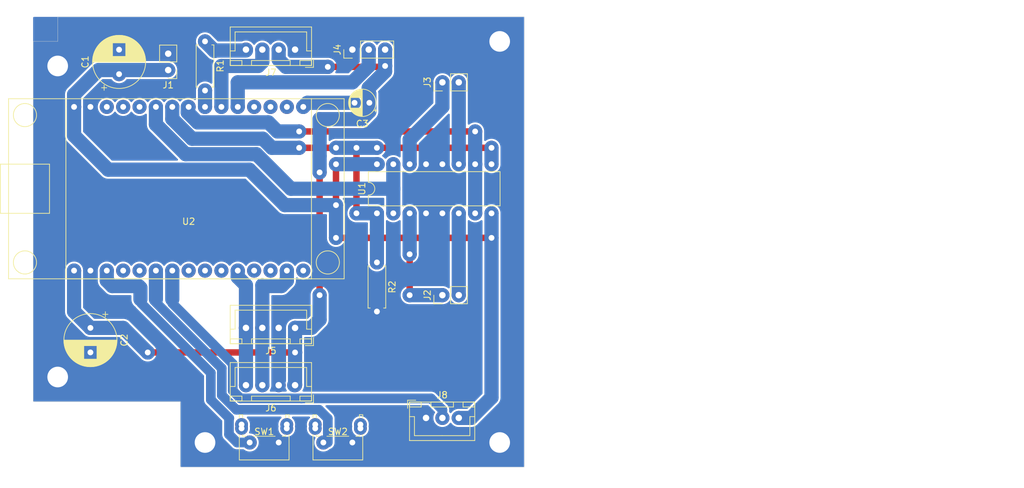
<source format=kicad_pcb>
(kicad_pcb (version 20171130) (host pcbnew "(5.1.6)-1")

  (general
    (thickness 1.6)
    (drawings 14)
    (tracks 161)
    (zones 0)
    (modules 22)
    (nets 35)
  )

  (page A4)
  (layers
    (0 F.Cu signal)
    (31 B.Cu signal)
    (32 B.Adhes user hide)
    (33 F.Adhes user hide)
    (34 B.Paste user hide)
    (35 F.Paste user hide)
    (36 B.SilkS user hide)
    (37 F.SilkS user)
    (38 B.Mask user hide)
    (39 F.Mask user hide)
    (40 Dwgs.User user)
    (41 Cmts.User user)
    (42 Eco1.User user hide)
    (43 Eco2.User user hide)
    (44 Edge.Cuts user)
    (45 Margin user hide)
    (46 B.CrtYd user hide)
    (47 F.CrtYd user)
    (48 B.Fab user hide)
    (49 F.Fab user)
  )

  (setup
    (last_trace_width 1.5)
    (user_trace_width 1)
    (user_trace_width 1.5)
    (user_trace_width 2.2)
    (trace_clearance 0.2)
    (zone_clearance 0.3)
    (zone_45_only no)
    (trace_min 0.2)
    (via_size 0.8)
    (via_drill 0.4)
    (via_min_size 0.4)
    (via_min_drill 0.3)
    (user_via 2.2 0.9)
    (user_via 3.1 3)
    (uvia_size 0.3)
    (uvia_drill 0.1)
    (uvias_allowed no)
    (uvia_min_size 0.2)
    (uvia_min_drill 0.1)
    (edge_width 0.05)
    (segment_width 0.2)
    (pcb_text_width 0.3)
    (pcb_text_size 1.5 1.5)
    (mod_edge_width 0.12)
    (mod_text_size 1 1)
    (mod_text_width 0.15)
    (pad_size 1.524 1.524)
    (pad_drill 0.762)
    (pad_to_mask_clearance 0.05)
    (aux_axis_origin 0 0)
    (visible_elements 7FFFFFFF)
    (pcbplotparams
      (layerselection 0x00040_fffffffe)
      (usegerberextensions false)
      (usegerberattributes true)
      (usegerberadvancedattributes true)
      (creategerberjobfile false)
      (excludeedgelayer true)
      (linewidth 0.100000)
      (plotframeref false)
      (viasonmask true)
      (mode 1)
      (useauxorigin false)
      (hpglpennumber 1)
      (hpglpenspeed 20)
      (hpglpendiameter 15.000000)
      (psnegative false)
      (psa4output false)
      (plotreference true)
      (plotvalue true)
      (plotinvisibletext false)
      (padsonsilk false)
      (subtractmaskfromsilk false)
      (outputformat 1)
      (mirror false)
      (drillshape 0)
      (scaleselection 1)
      (outputdirectory "plot/"))
  )

  (net 0 "")
  (net 1 GND)
  (net 2 +5V)
  (net 3 +3V3)
  (net 4 OA2)
  (net 5 OA1)
  (net 6 "Net-(U2-Pad3)")
  (net 7 "Net-(U2-Pad4)")
  (net 8 "Net-(U2-Pad5)")
  (net 9 "Net-(U2-Pad21)")
  (net 10 "Net-(U2-Pad23)")
  (net 11 "Net-(U2-Pad27)")
  (net 12 "Net-(U2-Pad12)")
  (net 13 OB1)
  (net 14 OB2)
  (net 15 "Net-(U2-Pad16)")
  (net 16 EN)
  (net 17 I1)
  (net 18 I2)
  (net 19 "Net-(C3-Pad2)")
  (net 20 hall)
  (net 21 SDA)
  (net 22 SCL)
  (net 23 SCK)
  (net 24 LEDS)
  (net 25 SDIO)
  (net 26 SW1)
  (net 27 SW2)
  (net 28 "Net-(U2-Pad13)")
  (net 29 "Net-(U2-Pad14)")
  (net 30 "Net-(U2-Pad18)")
  (net 31 "Net-(U2-Pad19)")
  (net 32 "Net-(U2-Pad22)")
  (net 33 "Net-(J7-Pad4)")
  (net 34 "Net-(U2-Pad26)")

  (net_class Default "This is the default net class."
    (clearance 0.2)
    (trace_width 0.25)
    (via_dia 0.8)
    (via_drill 0.4)
    (uvia_dia 0.3)
    (uvia_drill 0.1)
    (add_net +3V3)
    (add_net +5V)
    (add_net EN)
    (add_net GND)
    (add_net I1)
    (add_net I2)
    (add_net LEDS)
    (add_net "Net-(C3-Pad2)")
    (add_net "Net-(J7-Pad4)")
    (add_net "Net-(U2-Pad12)")
    (add_net "Net-(U2-Pad13)")
    (add_net "Net-(U2-Pad14)")
    (add_net "Net-(U2-Pad16)")
    (add_net "Net-(U2-Pad18)")
    (add_net "Net-(U2-Pad19)")
    (add_net "Net-(U2-Pad21)")
    (add_net "Net-(U2-Pad22)")
    (add_net "Net-(U2-Pad23)")
    (add_net "Net-(U2-Pad26)")
    (add_net "Net-(U2-Pad27)")
    (add_net "Net-(U2-Pad3)")
    (add_net "Net-(U2-Pad4)")
    (add_net "Net-(U2-Pad5)")
    (add_net OA1)
    (add_net OA2)
    (add_net OB1)
    (add_net OB2)
    (add_net SCK)
    (add_net SCL)
    (add_net SDA)
    (add_net SDIO)
    (add_net SW1)
    (add_net SW2)
    (add_net hall)
  )

  (module 0_my_footprints:myMountingHole_3.2mm_M3 (layer F.Cu) (tedit 63C1C803) (tstamp 64143970)
    (at 3.81 -13.97)
    (descr "Mounting Hole 3.2mm, no annular, M3")
    (tags "mounting hole 3.2mm no annular m3")
    (attr virtual)
    (fp_text reference REF** (at 0 -4.2) (layer B.Fab)
      (effects (font (size 1 1) (thickness 0.15)))
    )
    (fp_text value myMountingHole_3.2mm_M3 (at 0 4.2) (layer B.Fab)
      (effects (font (size 1 1) (thickness 0.15)))
    )
    (fp_circle (center 0 0) (end 3.2 0) (layer Cmts.User) (width 0.15))
    (pad "" np_thru_hole circle (at 0 0) (size 3.2 3.2) (drill 3.2) (layers *.Cu *.Mask))
  )

  (module 0_my_footprints:myMountingHole_3.2mm_M3 (layer F.Cu) (tedit 63C1C803) (tstamp 64143970)
    (at 3.81 -62.23)
    (descr "Mounting Hole 3.2mm, no annular, M3")
    (tags "mounting hole 3.2mm no annular m3")
    (attr virtual)
    (fp_text reference REF** (at 0 -4.2) (layer B.Fab)
      (effects (font (size 1 1) (thickness 0.15)))
    )
    (fp_text value myMountingHole_3.2mm_M3 (at 0 4.2) (layer B.Fab)
      (effects (font (size 1 1) (thickness 0.15)))
    )
    (fp_circle (center 0 0) (end 3.2 0) (layer Cmts.User) (width 0.15))
    (pad "" np_thru_hole circle (at 0 0) (size 3.2 3.2) (drill 3.2) (layers *.Cu *.Mask))
  )

  (module 0_my_footprints:myMountingHole_3.2mm_M3 (layer F.Cu) (tedit 63C1C803) (tstamp 64143970)
    (at 26.67 -3.81)
    (descr "Mounting Hole 3.2mm, no annular, M3")
    (tags "mounting hole 3.2mm no annular m3")
    (attr virtual)
    (fp_text reference REF** (at 0 -4.2) (layer B.Fab)
      (effects (font (size 1 1) (thickness 0.15)))
    )
    (fp_text value myMountingHole_3.2mm_M3 (at 0 4.2) (layer B.Fab)
      (effects (font (size 1 1) (thickness 0.15)))
    )
    (fp_circle (center 0 0) (end 3.2 0) (layer Cmts.User) (width 0.15))
    (pad "" np_thru_hole circle (at 0 0) (size 3.2 3.2) (drill 3.2) (layers *.Cu *.Mask))
  )

  (module 0_my_footprints:myMountingHole_3.2mm_M3 (layer F.Cu) (tedit 63C1C803) (tstamp 64143970)
    (at 72.39 -3.81)
    (descr "Mounting Hole 3.2mm, no annular, M3")
    (tags "mounting hole 3.2mm no annular m3")
    (attr virtual)
    (fp_text reference REF** (at 0 -4.2) (layer B.Fab)
      (effects (font (size 1 1) (thickness 0.15)))
    )
    (fp_text value myMountingHole_3.2mm_M3 (at 0 4.2) (layer B.Fab)
      (effects (font (size 1 1) (thickness 0.15)))
    )
    (fp_circle (center 0 0) (end 3.2 0) (layer Cmts.User) (width 0.15))
    (pad "" np_thru_hole circle (at 0 0) (size 3.2 3.2) (drill 3.2) (layers *.Cu *.Mask))
  )

  (module 0_my_footprints:myMountingHole_3.2mm_M3 (layer F.Cu) (tedit 63C1C803) (tstamp 6414396D)
    (at 72.39 -66.04)
    (descr "Mounting Hole 3.2mm, no annular, M3")
    (tags "mounting hole 3.2mm no annular m3")
    (attr virtual)
    (fp_text reference REF** (at 0 -4.2) (layer B.Fab)
      (effects (font (size 1 1) (thickness 0.15)))
    )
    (fp_text value myMountingHole_3.2mm_M3 (at 0 4.2) (layer B.Fab)
      (effects (font (size 1 1) (thickness 0.15)))
    )
    (fp_circle (center 0 0) (end 3.2 0) (layer Cmts.User) (width 0.15))
    (pad "" np_thru_hole circle (at 0 0) (size 3.2 3.2) (drill 3.2) (layers *.Cu *.Mask))
  )

  (module 0_my_footprints:myESP32DEV0 (layer F.Cu) (tedit 64135FE2) (tstamp 6413678C)
    (at 24.13 -43.18)
    (path /641F53B3)
    (fp_text reference U2 (at 0 5.08) (layer F.SilkS)
      (effects (font (size 1 1) (thickness 0.15)))
    )
    (fp_text value ESP32_DEV_0 (at 0 -5.08) (layer F.Fab)
      (effects (font (size 1 1) (thickness 0.15)))
    )
    (fp_line (start -19.05 11.43) (end -19.05 13.97) (layer F.SilkS) (width 0.12))
    (fp_line (start 19.05 11.43) (end 19.05 13.97) (layer F.SilkS) (width 0.12))
    (fp_line (start 19.05 -13.97) (end -19.05 -13.97) (layer F.SilkS) (width 0.12))
    (fp_line (start 19.05 11.43) (end 19.05 -13.97) (layer F.SilkS) (width 0.12))
    (fp_line (start -19.05 13.97) (end 19.05 13.97) (layer F.SilkS) (width 0.12))
    (fp_line (start -19.05 -13.97) (end -19.05 11.43) (layer F.SilkS) (width 0.12))
    (fp_line (start -19.05 -13.97) (end -27.94 -13.97) (layer F.SilkS) (width 0.12))
    (fp_line (start 19.05 -13.97) (end 24.13 -13.97) (layer F.SilkS) (width 0.12))
    (fp_line (start 24.13 -13.97) (end 24.13 13.97) (layer F.SilkS) (width 0.12))
    (fp_line (start 24.13 13.97) (end 19.05 13.97) (layer F.SilkS) (width 0.12))
    (fp_line (start 19.05 13.97) (end -19.05 13.97) (layer F.SilkS) (width 0.12))
    (fp_line (start -19.05 13.97) (end -27.94 13.97) (layer F.SilkS) (width 0.12))
    (fp_line (start -27.94 13.97) (end -27.94 -13.97) (layer F.SilkS) (width 0.12))
    (fp_line (start -29.21 -3.81) (end -21.59 -3.81) (layer F.SilkS) (width 0.12))
    (fp_line (start -21.59 -3.81) (end -21.59 3.81) (layer F.SilkS) (width 0.12))
    (fp_line (start -21.59 3.81) (end -29.21 3.81) (layer F.SilkS) (width 0.12))
    (fp_line (start -29.21 3.81) (end -29.21 -3.81) (layer F.SilkS) (width 0.12))
    (fp_circle (center -25.4 -11.43) (end -26.67 -12.7) (layer F.SilkS) (width 0.12))
    (fp_circle (center -25.4 11.43) (end -26.67 12.7) (layer F.SilkS) (width 0.12))
    (fp_circle (center 21.59 11.43) (end 20.32 10.16) (layer F.SilkS) (width 0.12))
    (fp_circle (center 21.59 -11.43) (end 22.86 -12.7) (layer F.SilkS) (width 0.12))
    (pad 30 thru_hole circle (at -17.78 12.7) (size 2.2 2.2) (drill 0.9) (layers *.Cu *.Mask)
      (net 3 +3V3))
    (pad 29 thru_hole circle (at -15.24 12.7) (size 2.2 2.2) (drill 0.9) (layers *.Cu *.Mask)
      (net 1 GND))
    (pad 28 thru_hole circle (at -12.7 12.7) (size 2.2 2.2) (drill 0.9) (layers *.Cu *.Mask)
      (net 26 SW1))
    (pad 27 thru_hole circle (at -10.16 12.7) (size 2.2 2.2) (drill 0.9) (layers *.Cu *.Mask)
      (net 11 "Net-(U2-Pad27)"))
    (pad 26 thru_hole circle (at -7.62 12.7) (size 2.2 2.2) (drill 0.9) (layers *.Cu *.Mask)
      (net 34 "Net-(U2-Pad26)"))
    (pad 25 thru_hole circle (at -5.08 12.7) (size 2.2 2.2) (drill 0.9) (layers *.Cu *.Mask)
      (net 27 SW2))
    (pad 24 thru_hole circle (at -2.54 12.7) (size 2.2 2.2) (drill 0.9) (layers *.Cu *.Mask)
      (net 24 LEDS))
    (pad 23 thru_hole circle (at 0 12.7) (size 2.2 2.2) (drill 0.9) (layers *.Cu *.Mask)
      (net 10 "Net-(U2-Pad23)"))
    (pad 22 thru_hole circle (at 2.54 12.7) (size 2.2 2.2) (drill 0.9) (layers *.Cu *.Mask)
      (net 32 "Net-(U2-Pad22)"))
    (pad 21 thru_hole circle (at 5.08 12.7) (size 2.2 2.2) (drill 0.9) (layers *.Cu *.Mask)
      (net 9 "Net-(U2-Pad21)"))
    (pad 20 thru_hole circle (at 7.62 12.7) (size 2.2 2.2) (drill 0.9) (layers *.Cu *.Mask)
      (net 21 SDA))
    (pad 19 thru_hole circle (at 10.16 12.7) (size 2.2 2.2) (drill 0.9) (layers *.Cu *.Mask)
      (net 31 "Net-(U2-Pad19)"))
    (pad 18 thru_hole circle (at 12.7 12.7) (size 2.2 2.2) (drill 0.9) (layers *.Cu *.Mask)
      (net 30 "Net-(U2-Pad18)"))
    (pad 17 thru_hole circle (at 15.24 12.7) (size 2.2 2.2) (drill 0.9) (layers *.Cu *.Mask)
      (net 22 SCL))
    (pad 16 thru_hole circle (at 17.78 12.7) (size 2.2 2.2) (drill 0.9) (layers *.Cu *.Mask)
      (net 15 "Net-(U2-Pad16)"))
    (pad 15 thru_hole circle (at 17.78 -12.7) (size 2.2 2.2) (drill 0.9) (layers *.Cu *.Mask)
      (net 19 "Net-(C3-Pad2)"))
    (pad 14 thru_hole circle (at 15.24 -12.7) (size 2.2 2.2) (drill 0.9) (layers *.Cu *.Mask)
      (net 29 "Net-(U2-Pad14)"))
    (pad 13 thru_hole circle (at 12.7 -12.7) (size 2.2 2.2) (drill 0.9) (layers *.Cu *.Mask)
      (net 28 "Net-(U2-Pad13)"))
    (pad 12 thru_hole circle (at 10.16 -12.7) (size 2.2 2.2) (drill 0.9) (layers *.Cu *.Mask)
      (net 12 "Net-(U2-Pad12)"))
    (pad 11 thru_hole circle (at 7.62 -12.7) (size 2.2 2.2) (drill 0.9) (layers *.Cu *.Mask)
      (net 20 hall))
    (pad 10 thru_hole circle (at 5.08 -12.7) (size 2.2 2.2) (drill 0.9) (layers *.Cu *.Mask)
      (net 23 SCK))
    (pad 9 thru_hole circle (at 2.54 -12.7) (size 2.2 2.2) (drill 0.9) (layers *.Cu *.Mask)
      (net 25 SDIO))
    (pad 8 thru_hole circle (at 0 -12.7) (size 2.2 2.2) (drill 0.9) (layers *.Cu *.Mask)
      (net 18 I2))
    (pad 7 thru_hole circle (at -2.54 -12.7) (size 2.2 2.2) (drill 0.9) (layers *.Cu *.Mask)
      (net 16 EN))
    (pad 6 thru_hole circle (at -5.08 -12.7) (size 2.2 2.2) (drill 0.9) (layers *.Cu *.Mask)
      (net 17 I1))
    (pad 5 thru_hole circle (at -7.62 -12.7) (size 2.2 2.2) (drill 0.9) (layers *.Cu *.Mask)
      (net 8 "Net-(U2-Pad5)"))
    (pad 4 thru_hole circle (at -10.16 -12.7) (size 2.2 2.2) (drill 0.9) (layers *.Cu *.Mask)
      (net 7 "Net-(U2-Pad4)"))
    (pad 3 thru_hole circle (at -12.7 -12.7) (size 2.2 2.2) (drill 0.9) (layers *.Cu *.Mask)
      (net 6 "Net-(U2-Pad3)"))
    (pad 2 thru_hole circle (at -15.24 -12.7) (size 2.2 2.2) (drill 0.9) (layers *.Cu *.Mask)
      (net 1 GND))
    (pad 1 thru_hole circle (at -17.78 -12.7) (size 2.2 2.2) (drill 0.9) (layers *.Cu *.Mask)
      (net 2 +5V))
    (model ${MY_KICAD_LIBRARIES}/my_3d_files/ESP-WROOM32.STEP
      (offset (xyz -17 -1.55 13.4))
      (scale (xyz 1 1 1))
      (rotate (xyz -90 0 90))
    )
    (model ${MY_KICAD_LIBRARIES}/my_3d_files/pinSockets/myPinSocket_1x15.step
      (offset (xyz 17.78 12.7 0))
      (scale (xyz 1 1 1))
      (rotate (xyz 0 0 90))
    )
    (model ${MY_KICAD_LIBRARIES}/my_3d_files/pinSockets/myPinSocket_1x15.step
      (offset (xyz -17.78 -12.7 0))
      (scale (xyz 1 1 1))
      (rotate (xyz 0 0 -90))
    )
  )

  (module 0_my_footprints:CP_my100uf (layer F.Cu) (tedit 63C2E1F1) (tstamp 641364A8)
    (at 13.335 -60.96 90)
    (descr "CP, Radial series, Radial, pin pitch=3.80mm, , diameter=8mm, Electrolytic Capacitor")
    (tags "CP Radial series Radial pin pitch 3.80mm  diameter 8mm Electrolytic Capacitor")
    (path /641834E2)
    (fp_text reference C1 (at 1.9 -5.25 90) (layer F.SilkS)
      (effects (font (size 1 1) (thickness 0.15)))
    )
    (fp_text value 100uf (at 1.9 5.25 90) (layer F.Fab)
      (effects (font (size 1 1) (thickness 0.15)))
    )
    (fp_circle (center 1.9 0) (end 5.9 0) (layer F.Fab) (width 0.1))
    (fp_circle (center 1.9 0) (end 6.02 0) (layer F.SilkS) (width 0.12))
    (fp_circle (center 1.9 0) (end 6.15 0) (layer F.CrtYd) (width 0.05))
    (fp_line (start -1.526759 -1.7475) (end -0.726759 -1.7475) (layer F.Fab) (width 0.1))
    (fp_line (start -1.126759 -2.1475) (end -1.126759 -1.3475) (layer F.Fab) (width 0.1))
    (fp_line (start 1.9 -4.08) (end 1.9 4.08) (layer F.SilkS) (width 0.12))
    (fp_line (start 1.94 -4.08) (end 1.94 4.08) (layer F.SilkS) (width 0.12))
    (fp_line (start 1.98 -4.08) (end 1.98 4.08) (layer F.SilkS) (width 0.12))
    (fp_line (start 2.02 -4.079) (end 2.02 4.079) (layer F.SilkS) (width 0.12))
    (fp_line (start 2.06 -4.077) (end 2.06 4.077) (layer F.SilkS) (width 0.12))
    (fp_line (start 2.1 -4.076) (end 2.1 4.076) (layer F.SilkS) (width 0.12))
    (fp_line (start 2.14 -4.074) (end 2.14 4.074) (layer F.SilkS) (width 0.12))
    (fp_line (start 2.18 -4.071) (end 2.18 4.071) (layer F.SilkS) (width 0.12))
    (fp_line (start 2.22 -4.068) (end 2.22 4.068) (layer F.SilkS) (width 0.12))
    (fp_line (start 2.26 -4.065) (end 2.26 4.065) (layer F.SilkS) (width 0.12))
    (fp_line (start 2.3 -4.061) (end 2.3 4.061) (layer F.SilkS) (width 0.12))
    (fp_line (start 2.34 -4.057) (end 2.34 4.057) (layer F.SilkS) (width 0.12))
    (fp_line (start 2.38 -4.052) (end 2.38 4.052) (layer F.SilkS) (width 0.12))
    (fp_line (start 2.42 -4.048) (end 2.42 4.048) (layer F.SilkS) (width 0.12))
    (fp_line (start 2.46 -4.042) (end 2.46 4.042) (layer F.SilkS) (width 0.12))
    (fp_line (start 2.5 -4.037) (end 2.5 4.037) (layer F.SilkS) (width 0.12))
    (fp_line (start 2.54 -4.03) (end 2.54 4.03) (layer F.SilkS) (width 0.12))
    (fp_line (start 2.58 -4.024) (end 2.58 4.024) (layer F.SilkS) (width 0.12))
    (fp_line (start 2.621 -4.017) (end 2.621 4.017) (layer F.SilkS) (width 0.12))
    (fp_line (start 2.661 -4.01) (end 2.661 4.01) (layer F.SilkS) (width 0.12))
    (fp_line (start 2.701 -4.002) (end 2.701 4.002) (layer F.SilkS) (width 0.12))
    (fp_line (start 2.741 -3.994) (end 2.741 3.994) (layer F.SilkS) (width 0.12))
    (fp_line (start 2.781 -3.985) (end 2.781 -1.04) (layer F.SilkS) (width 0.12))
    (fp_line (start 2.781 1.04) (end 2.781 3.985) (layer F.SilkS) (width 0.12))
    (fp_line (start 2.821 -3.976) (end 2.821 -1.04) (layer F.SilkS) (width 0.12))
    (fp_line (start 2.821 1.04) (end 2.821 3.976) (layer F.SilkS) (width 0.12))
    (fp_line (start 2.861 -3.967) (end 2.861 -1.04) (layer F.SilkS) (width 0.12))
    (fp_line (start 2.861 1.04) (end 2.861 3.967) (layer F.SilkS) (width 0.12))
    (fp_line (start 2.901 -3.957) (end 2.901 -1.04) (layer F.SilkS) (width 0.12))
    (fp_line (start 2.901 1.04) (end 2.901 3.957) (layer F.SilkS) (width 0.12))
    (fp_line (start 2.941 -3.947) (end 2.941 -1.04) (layer F.SilkS) (width 0.12))
    (fp_line (start 2.941 1.04) (end 2.941 3.947) (layer F.SilkS) (width 0.12))
    (fp_line (start 2.981 -3.936) (end 2.981 -1.04) (layer F.SilkS) (width 0.12))
    (fp_line (start 2.981 1.04) (end 2.981 3.936) (layer F.SilkS) (width 0.12))
    (fp_line (start 3.021 -3.925) (end 3.021 -1.04) (layer F.SilkS) (width 0.12))
    (fp_line (start 3.021 1.04) (end 3.021 3.925) (layer F.SilkS) (width 0.12))
    (fp_line (start 3.061 -3.914) (end 3.061 -1.04) (layer F.SilkS) (width 0.12))
    (fp_line (start 3.061 1.04) (end 3.061 3.914) (layer F.SilkS) (width 0.12))
    (fp_line (start 3.101 -3.902) (end 3.101 -1.04) (layer F.SilkS) (width 0.12))
    (fp_line (start 3.101 1.04) (end 3.101 3.902) (layer F.SilkS) (width 0.12))
    (fp_line (start 3.141 -3.889) (end 3.141 -1.04) (layer F.SilkS) (width 0.12))
    (fp_line (start 3.141 1.04) (end 3.141 3.889) (layer F.SilkS) (width 0.12))
    (fp_line (start 3.181 -3.877) (end 3.181 -1.04) (layer F.SilkS) (width 0.12))
    (fp_line (start 3.181 1.04) (end 3.181 3.877) (layer F.SilkS) (width 0.12))
    (fp_line (start 3.221 -3.863) (end 3.221 -1.04) (layer F.SilkS) (width 0.12))
    (fp_line (start 3.221 1.04) (end 3.221 3.863) (layer F.SilkS) (width 0.12))
    (fp_line (start 3.261 -3.85) (end 3.261 -1.04) (layer F.SilkS) (width 0.12))
    (fp_line (start 3.261 1.04) (end 3.261 3.85) (layer F.SilkS) (width 0.12))
    (fp_line (start 3.301 -3.835) (end 3.301 -1.04) (layer F.SilkS) (width 0.12))
    (fp_line (start 3.301 1.04) (end 3.301 3.835) (layer F.SilkS) (width 0.12))
    (fp_line (start 3.341 -3.821) (end 3.341 -1.04) (layer F.SilkS) (width 0.12))
    (fp_line (start 3.341 1.04) (end 3.341 3.821) (layer F.SilkS) (width 0.12))
    (fp_line (start 3.381 -3.805) (end 3.381 -1.04) (layer F.SilkS) (width 0.12))
    (fp_line (start 3.381 1.04) (end 3.381 3.805) (layer F.SilkS) (width 0.12))
    (fp_line (start 3.421 -3.79) (end 3.421 -1.04) (layer F.SilkS) (width 0.12))
    (fp_line (start 3.421 1.04) (end 3.421 3.79) (layer F.SilkS) (width 0.12))
    (fp_line (start 3.461 -3.774) (end 3.461 -1.04) (layer F.SilkS) (width 0.12))
    (fp_line (start 3.461 1.04) (end 3.461 3.774) (layer F.SilkS) (width 0.12))
    (fp_line (start 3.501 -3.757) (end 3.501 -1.04) (layer F.SilkS) (width 0.12))
    (fp_line (start 3.501 1.04) (end 3.501 3.757) (layer F.SilkS) (width 0.12))
    (fp_line (start 3.541 -3.74) (end 3.541 -1.04) (layer F.SilkS) (width 0.12))
    (fp_line (start 3.541 1.04) (end 3.541 3.74) (layer F.SilkS) (width 0.12))
    (fp_line (start 3.581 -3.722) (end 3.581 -1.04) (layer F.SilkS) (width 0.12))
    (fp_line (start 3.581 1.04) (end 3.581 3.722) (layer F.SilkS) (width 0.12))
    (fp_line (start 3.621 -3.704) (end 3.621 -1.04) (layer F.SilkS) (width 0.12))
    (fp_line (start 3.621 1.04) (end 3.621 3.704) (layer F.SilkS) (width 0.12))
    (fp_line (start 3.661 -3.686) (end 3.661 -1.04) (layer F.SilkS) (width 0.12))
    (fp_line (start 3.661 1.04) (end 3.661 3.686) (layer F.SilkS) (width 0.12))
    (fp_line (start 3.701 -3.666) (end 3.701 -1.04) (layer F.SilkS) (width 0.12))
    (fp_line (start 3.701 1.04) (end 3.701 3.666) (layer F.SilkS) (width 0.12))
    (fp_line (start 3.741 -3.647) (end 3.741 -1.04) (layer F.SilkS) (width 0.12))
    (fp_line (start 3.741 1.04) (end 3.741 3.647) (layer F.SilkS) (width 0.12))
    (fp_line (start 3.781 -3.627) (end 3.781 -1.04) (layer F.SilkS) (width 0.12))
    (fp_line (start 3.781 1.04) (end 3.781 3.627) (layer F.SilkS) (width 0.12))
    (fp_line (start 3.821 -3.606) (end 3.821 -1.04) (layer F.SilkS) (width 0.12))
    (fp_line (start 3.821 1.04) (end 3.821 3.606) (layer F.SilkS) (width 0.12))
    (fp_line (start 3.861 -3.584) (end 3.861 -1.04) (layer F.SilkS) (width 0.12))
    (fp_line (start 3.861 1.04) (end 3.861 3.584) (layer F.SilkS) (width 0.12))
    (fp_line (start 3.901 -3.562) (end 3.901 -1.04) (layer F.SilkS) (width 0.12))
    (fp_line (start 3.901 1.04) (end 3.901 3.562) (layer F.SilkS) (width 0.12))
    (fp_line (start 3.941 -3.54) (end 3.941 -1.04) (layer F.SilkS) (width 0.12))
    (fp_line (start 3.941 1.04) (end 3.941 3.54) (layer F.SilkS) (width 0.12))
    (fp_line (start 3.981 -3.517) (end 3.981 -1.04) (layer F.SilkS) (width 0.12))
    (fp_line (start 3.981 1.04) (end 3.981 3.517) (layer F.SilkS) (width 0.12))
    (fp_line (start 4.021 -3.493) (end 4.021 -1.04) (layer F.SilkS) (width 0.12))
    (fp_line (start 4.021 1.04) (end 4.021 3.493) (layer F.SilkS) (width 0.12))
    (fp_line (start 4.061 -3.469) (end 4.061 -1.04) (layer F.SilkS) (width 0.12))
    (fp_line (start 4.061 1.04) (end 4.061 3.469) (layer F.SilkS) (width 0.12))
    (fp_line (start 4.101 -3.444) (end 4.101 -1.04) (layer F.SilkS) (width 0.12))
    (fp_line (start 4.101 1.04) (end 4.101 3.444) (layer F.SilkS) (width 0.12))
    (fp_line (start 4.141 -3.418) (end 4.141 -1.04) (layer F.SilkS) (width 0.12))
    (fp_line (start 4.141 1.04) (end 4.141 3.418) (layer F.SilkS) (width 0.12))
    (fp_line (start 4.181 -3.392) (end 4.181 -1.04) (layer F.SilkS) (width 0.12))
    (fp_line (start 4.181 1.04) (end 4.181 3.392) (layer F.SilkS) (width 0.12))
    (fp_line (start 4.221 -3.365) (end 4.221 -1.04) (layer F.SilkS) (width 0.12))
    (fp_line (start 4.221 1.04) (end 4.221 3.365) (layer F.SilkS) (width 0.12))
    (fp_line (start 4.261 -3.338) (end 4.261 -1.04) (layer F.SilkS) (width 0.12))
    (fp_line (start 4.261 1.04) (end 4.261 3.338) (layer F.SilkS) (width 0.12))
    (fp_line (start 4.301 -3.309) (end 4.301 -1.04) (layer F.SilkS) (width 0.12))
    (fp_line (start 4.301 1.04) (end 4.301 3.309) (layer F.SilkS) (width 0.12))
    (fp_line (start 4.341 -3.28) (end 4.341 -1.04) (layer F.SilkS) (width 0.12))
    (fp_line (start 4.341 1.04) (end 4.341 3.28) (layer F.SilkS) (width 0.12))
    (fp_line (start 4.381 -3.25) (end 4.381 -1.04) (layer F.SilkS) (width 0.12))
    (fp_line (start 4.381 1.04) (end 4.381 3.25) (layer F.SilkS) (width 0.12))
    (fp_line (start 4.421 -3.22) (end 4.421 -1.04) (layer F.SilkS) (width 0.12))
    (fp_line (start 4.421 1.04) (end 4.421 3.22) (layer F.SilkS) (width 0.12))
    (fp_line (start 4.461 -3.189) (end 4.461 -1.04) (layer F.SilkS) (width 0.12))
    (fp_line (start 4.461 1.04) (end 4.461 3.189) (layer F.SilkS) (width 0.12))
    (fp_line (start 4.501 -3.156) (end 4.501 -1.04) (layer F.SilkS) (width 0.12))
    (fp_line (start 4.501 1.04) (end 4.501 3.156) (layer F.SilkS) (width 0.12))
    (fp_line (start 4.541 -3.124) (end 4.541 -1.04) (layer F.SilkS) (width 0.12))
    (fp_line (start 4.541 1.04) (end 4.541 3.124) (layer F.SilkS) (width 0.12))
    (fp_line (start 4.581 -3.09) (end 4.581 -1.04) (layer F.SilkS) (width 0.12))
    (fp_line (start 4.581 1.04) (end 4.581 3.09) (layer F.SilkS) (width 0.12))
    (fp_line (start 4.621 -3.055) (end 4.621 -1.04) (layer F.SilkS) (width 0.12))
    (fp_line (start 4.621 1.04) (end 4.621 3.055) (layer F.SilkS) (width 0.12))
    (fp_line (start 4.661 -3.019) (end 4.661 -1.04) (layer F.SilkS) (width 0.12))
    (fp_line (start 4.661 1.04) (end 4.661 3.019) (layer F.SilkS) (width 0.12))
    (fp_line (start 4.701 -2.983) (end 4.701 -1.04) (layer F.SilkS) (width 0.12))
    (fp_line (start 4.701 1.04) (end 4.701 2.983) (layer F.SilkS) (width 0.12))
    (fp_line (start 4.741 -2.945) (end 4.741 -1.04) (layer F.SilkS) (width 0.12))
    (fp_line (start 4.741 1.04) (end 4.741 2.945) (layer F.SilkS) (width 0.12))
    (fp_line (start 4.781 -2.907) (end 4.781 -1.04) (layer F.SilkS) (width 0.12))
    (fp_line (start 4.781 1.04) (end 4.781 2.907) (layer F.SilkS) (width 0.12))
    (fp_line (start 4.821 -2.867) (end 4.821 -1.04) (layer F.SilkS) (width 0.12))
    (fp_line (start 4.821 1.04) (end 4.821 2.867) (layer F.SilkS) (width 0.12))
    (fp_line (start 4.861 -2.826) (end 4.861 2.826) (layer F.SilkS) (width 0.12))
    (fp_line (start 4.901 -2.784) (end 4.901 2.784) (layer F.SilkS) (width 0.12))
    (fp_line (start 4.941 -2.741) (end 4.941 2.741) (layer F.SilkS) (width 0.12))
    (fp_line (start 4.981 -2.697) (end 4.981 2.697) (layer F.SilkS) (width 0.12))
    (fp_line (start 5.021 -2.651) (end 5.021 2.651) (layer F.SilkS) (width 0.12))
    (fp_line (start 5.061 -2.604) (end 5.061 2.604) (layer F.SilkS) (width 0.12))
    (fp_line (start 5.101 -2.556) (end 5.101 2.556) (layer F.SilkS) (width 0.12))
    (fp_line (start 5.141 -2.505) (end 5.141 2.505) (layer F.SilkS) (width 0.12))
    (fp_line (start 5.181 -2.454) (end 5.181 2.454) (layer F.SilkS) (width 0.12))
    (fp_line (start 5.221 -2.4) (end 5.221 2.4) (layer F.SilkS) (width 0.12))
    (fp_line (start 5.261 -2.345) (end 5.261 2.345) (layer F.SilkS) (width 0.12))
    (fp_line (start 5.301 -2.287) (end 5.301 2.287) (layer F.SilkS) (width 0.12))
    (fp_line (start 5.341 -2.228) (end 5.341 2.228) (layer F.SilkS) (width 0.12))
    (fp_line (start 5.381 -2.166) (end 5.381 2.166) (layer F.SilkS) (width 0.12))
    (fp_line (start 5.421 -2.102) (end 5.421 2.102) (layer F.SilkS) (width 0.12))
    (fp_line (start 5.461 -2.034) (end 5.461 2.034) (layer F.SilkS) (width 0.12))
    (fp_line (start 5.501 -1.964) (end 5.501 1.964) (layer F.SilkS) (width 0.12))
    (fp_line (start 5.541 -1.89) (end 5.541 1.89) (layer F.SilkS) (width 0.12))
    (fp_line (start 5.581 -1.813) (end 5.581 1.813) (layer F.SilkS) (width 0.12))
    (fp_line (start 5.621 -1.731) (end 5.621 1.731) (layer F.SilkS) (width 0.12))
    (fp_line (start 5.661 -1.645) (end 5.661 1.645) (layer F.SilkS) (width 0.12))
    (fp_line (start 5.701 -1.552) (end 5.701 1.552) (layer F.SilkS) (width 0.12))
    (fp_line (start 5.741 -1.453) (end 5.741 1.453) (layer F.SilkS) (width 0.12))
    (fp_line (start 5.781 -1.346) (end 5.781 1.346) (layer F.SilkS) (width 0.12))
    (fp_line (start 5.821 -1.229) (end 5.821 1.229) (layer F.SilkS) (width 0.12))
    (fp_line (start 5.861 -1.098) (end 5.861 1.098) (layer F.SilkS) (width 0.12))
    (fp_line (start 5.901 -0.948) (end 5.901 0.948) (layer F.SilkS) (width 0.12))
    (fp_line (start 5.941 -0.768) (end 5.941 0.768) (layer F.SilkS) (width 0.12))
    (fp_line (start 5.981 -0.533) (end 5.981 0.533) (layer F.SilkS) (width 0.12))
    (fp_line (start -2.509698 -2.315) (end -1.709698 -2.315) (layer F.SilkS) (width 0.12))
    (fp_line (start -2.109698 -2.715) (end -2.109698 -1.915) (layer F.SilkS) (width 0.12))
    (fp_text user %R (at 1.9 0 90) (layer F.Fab)
      (effects (font (size 1 1) (thickness 0.15)))
    )
    (pad 1 thru_hole circle (at 0 0 90) (size 2.2 2.2) (drill 0.9) (layers *.Cu *.Mask)
      (net 2 +5V))
    (pad 2 thru_hole circle (at 3.8 0 90) (size 2.2 2.2) (drill 0.9) (layers *.Cu *.Mask)
      (net 1 GND))
    (model ${KISYS3DMOD}/Capacitor_THT.3dshapes/CP_Radial_D8.0mm_P3.80mm.wrl
      (at (xyz 0 0 0))
      (scale (xyz 1 1 1))
      (rotate (xyz 0 0 0))
    )
  )

  (module 0_my_footprints:CP_my100uf (layer F.Cu) (tedit 63C2E1F1) (tstamp 64136551)
    (at 8.89 -21.59 270)
    (descr "CP, Radial series, Radial, pin pitch=3.80mm, , diameter=8mm, Electrolytic Capacitor")
    (tags "CP Radial series Radial pin pitch 3.80mm  diameter 8mm Electrolytic Capacitor")
    (path /639AE459)
    (fp_text reference C2 (at 1.9 -5.25 90) (layer F.SilkS)
      (effects (font (size 1 1) (thickness 0.15)))
    )
    (fp_text value 100uf (at 1.9 5.25 90) (layer F.Fab)
      (effects (font (size 1 1) (thickness 0.15)))
    )
    (fp_text user %R (at 1.9 0 90) (layer F.Fab)
      (effects (font (size 1 1) (thickness 0.15)))
    )
    (fp_line (start -2.109698 -2.715) (end -2.109698 -1.915) (layer F.SilkS) (width 0.12))
    (fp_line (start -2.509698 -2.315) (end -1.709698 -2.315) (layer F.SilkS) (width 0.12))
    (fp_line (start 5.981 -0.533) (end 5.981 0.533) (layer F.SilkS) (width 0.12))
    (fp_line (start 5.941 -0.768) (end 5.941 0.768) (layer F.SilkS) (width 0.12))
    (fp_line (start 5.901 -0.948) (end 5.901 0.948) (layer F.SilkS) (width 0.12))
    (fp_line (start 5.861 -1.098) (end 5.861 1.098) (layer F.SilkS) (width 0.12))
    (fp_line (start 5.821 -1.229) (end 5.821 1.229) (layer F.SilkS) (width 0.12))
    (fp_line (start 5.781 -1.346) (end 5.781 1.346) (layer F.SilkS) (width 0.12))
    (fp_line (start 5.741 -1.453) (end 5.741 1.453) (layer F.SilkS) (width 0.12))
    (fp_line (start 5.701 -1.552) (end 5.701 1.552) (layer F.SilkS) (width 0.12))
    (fp_line (start 5.661 -1.645) (end 5.661 1.645) (layer F.SilkS) (width 0.12))
    (fp_line (start 5.621 -1.731) (end 5.621 1.731) (layer F.SilkS) (width 0.12))
    (fp_line (start 5.581 -1.813) (end 5.581 1.813) (layer F.SilkS) (width 0.12))
    (fp_line (start 5.541 -1.89) (end 5.541 1.89) (layer F.SilkS) (width 0.12))
    (fp_line (start 5.501 -1.964) (end 5.501 1.964) (layer F.SilkS) (width 0.12))
    (fp_line (start 5.461 -2.034) (end 5.461 2.034) (layer F.SilkS) (width 0.12))
    (fp_line (start 5.421 -2.102) (end 5.421 2.102) (layer F.SilkS) (width 0.12))
    (fp_line (start 5.381 -2.166) (end 5.381 2.166) (layer F.SilkS) (width 0.12))
    (fp_line (start 5.341 -2.228) (end 5.341 2.228) (layer F.SilkS) (width 0.12))
    (fp_line (start 5.301 -2.287) (end 5.301 2.287) (layer F.SilkS) (width 0.12))
    (fp_line (start 5.261 -2.345) (end 5.261 2.345) (layer F.SilkS) (width 0.12))
    (fp_line (start 5.221 -2.4) (end 5.221 2.4) (layer F.SilkS) (width 0.12))
    (fp_line (start 5.181 -2.454) (end 5.181 2.454) (layer F.SilkS) (width 0.12))
    (fp_line (start 5.141 -2.505) (end 5.141 2.505) (layer F.SilkS) (width 0.12))
    (fp_line (start 5.101 -2.556) (end 5.101 2.556) (layer F.SilkS) (width 0.12))
    (fp_line (start 5.061 -2.604) (end 5.061 2.604) (layer F.SilkS) (width 0.12))
    (fp_line (start 5.021 -2.651) (end 5.021 2.651) (layer F.SilkS) (width 0.12))
    (fp_line (start 4.981 -2.697) (end 4.981 2.697) (layer F.SilkS) (width 0.12))
    (fp_line (start 4.941 -2.741) (end 4.941 2.741) (layer F.SilkS) (width 0.12))
    (fp_line (start 4.901 -2.784) (end 4.901 2.784) (layer F.SilkS) (width 0.12))
    (fp_line (start 4.861 -2.826) (end 4.861 2.826) (layer F.SilkS) (width 0.12))
    (fp_line (start 4.821 1.04) (end 4.821 2.867) (layer F.SilkS) (width 0.12))
    (fp_line (start 4.821 -2.867) (end 4.821 -1.04) (layer F.SilkS) (width 0.12))
    (fp_line (start 4.781 1.04) (end 4.781 2.907) (layer F.SilkS) (width 0.12))
    (fp_line (start 4.781 -2.907) (end 4.781 -1.04) (layer F.SilkS) (width 0.12))
    (fp_line (start 4.741 1.04) (end 4.741 2.945) (layer F.SilkS) (width 0.12))
    (fp_line (start 4.741 -2.945) (end 4.741 -1.04) (layer F.SilkS) (width 0.12))
    (fp_line (start 4.701 1.04) (end 4.701 2.983) (layer F.SilkS) (width 0.12))
    (fp_line (start 4.701 -2.983) (end 4.701 -1.04) (layer F.SilkS) (width 0.12))
    (fp_line (start 4.661 1.04) (end 4.661 3.019) (layer F.SilkS) (width 0.12))
    (fp_line (start 4.661 -3.019) (end 4.661 -1.04) (layer F.SilkS) (width 0.12))
    (fp_line (start 4.621 1.04) (end 4.621 3.055) (layer F.SilkS) (width 0.12))
    (fp_line (start 4.621 -3.055) (end 4.621 -1.04) (layer F.SilkS) (width 0.12))
    (fp_line (start 4.581 1.04) (end 4.581 3.09) (layer F.SilkS) (width 0.12))
    (fp_line (start 4.581 -3.09) (end 4.581 -1.04) (layer F.SilkS) (width 0.12))
    (fp_line (start 4.541 1.04) (end 4.541 3.124) (layer F.SilkS) (width 0.12))
    (fp_line (start 4.541 -3.124) (end 4.541 -1.04) (layer F.SilkS) (width 0.12))
    (fp_line (start 4.501 1.04) (end 4.501 3.156) (layer F.SilkS) (width 0.12))
    (fp_line (start 4.501 -3.156) (end 4.501 -1.04) (layer F.SilkS) (width 0.12))
    (fp_line (start 4.461 1.04) (end 4.461 3.189) (layer F.SilkS) (width 0.12))
    (fp_line (start 4.461 -3.189) (end 4.461 -1.04) (layer F.SilkS) (width 0.12))
    (fp_line (start 4.421 1.04) (end 4.421 3.22) (layer F.SilkS) (width 0.12))
    (fp_line (start 4.421 -3.22) (end 4.421 -1.04) (layer F.SilkS) (width 0.12))
    (fp_line (start 4.381 1.04) (end 4.381 3.25) (layer F.SilkS) (width 0.12))
    (fp_line (start 4.381 -3.25) (end 4.381 -1.04) (layer F.SilkS) (width 0.12))
    (fp_line (start 4.341 1.04) (end 4.341 3.28) (layer F.SilkS) (width 0.12))
    (fp_line (start 4.341 -3.28) (end 4.341 -1.04) (layer F.SilkS) (width 0.12))
    (fp_line (start 4.301 1.04) (end 4.301 3.309) (layer F.SilkS) (width 0.12))
    (fp_line (start 4.301 -3.309) (end 4.301 -1.04) (layer F.SilkS) (width 0.12))
    (fp_line (start 4.261 1.04) (end 4.261 3.338) (layer F.SilkS) (width 0.12))
    (fp_line (start 4.261 -3.338) (end 4.261 -1.04) (layer F.SilkS) (width 0.12))
    (fp_line (start 4.221 1.04) (end 4.221 3.365) (layer F.SilkS) (width 0.12))
    (fp_line (start 4.221 -3.365) (end 4.221 -1.04) (layer F.SilkS) (width 0.12))
    (fp_line (start 4.181 1.04) (end 4.181 3.392) (layer F.SilkS) (width 0.12))
    (fp_line (start 4.181 -3.392) (end 4.181 -1.04) (layer F.SilkS) (width 0.12))
    (fp_line (start 4.141 1.04) (end 4.141 3.418) (layer F.SilkS) (width 0.12))
    (fp_line (start 4.141 -3.418) (end 4.141 -1.04) (layer F.SilkS) (width 0.12))
    (fp_line (start 4.101 1.04) (end 4.101 3.444) (layer F.SilkS) (width 0.12))
    (fp_line (start 4.101 -3.444) (end 4.101 -1.04) (layer F.SilkS) (width 0.12))
    (fp_line (start 4.061 1.04) (end 4.061 3.469) (layer F.SilkS) (width 0.12))
    (fp_line (start 4.061 -3.469) (end 4.061 -1.04) (layer F.SilkS) (width 0.12))
    (fp_line (start 4.021 1.04) (end 4.021 3.493) (layer F.SilkS) (width 0.12))
    (fp_line (start 4.021 -3.493) (end 4.021 -1.04) (layer F.SilkS) (width 0.12))
    (fp_line (start 3.981 1.04) (end 3.981 3.517) (layer F.SilkS) (width 0.12))
    (fp_line (start 3.981 -3.517) (end 3.981 -1.04) (layer F.SilkS) (width 0.12))
    (fp_line (start 3.941 1.04) (end 3.941 3.54) (layer F.SilkS) (width 0.12))
    (fp_line (start 3.941 -3.54) (end 3.941 -1.04) (layer F.SilkS) (width 0.12))
    (fp_line (start 3.901 1.04) (end 3.901 3.562) (layer F.SilkS) (width 0.12))
    (fp_line (start 3.901 -3.562) (end 3.901 -1.04) (layer F.SilkS) (width 0.12))
    (fp_line (start 3.861 1.04) (end 3.861 3.584) (layer F.SilkS) (width 0.12))
    (fp_line (start 3.861 -3.584) (end 3.861 -1.04) (layer F.SilkS) (width 0.12))
    (fp_line (start 3.821 1.04) (end 3.821 3.606) (layer F.SilkS) (width 0.12))
    (fp_line (start 3.821 -3.606) (end 3.821 -1.04) (layer F.SilkS) (width 0.12))
    (fp_line (start 3.781 1.04) (end 3.781 3.627) (layer F.SilkS) (width 0.12))
    (fp_line (start 3.781 -3.627) (end 3.781 -1.04) (layer F.SilkS) (width 0.12))
    (fp_line (start 3.741 1.04) (end 3.741 3.647) (layer F.SilkS) (width 0.12))
    (fp_line (start 3.741 -3.647) (end 3.741 -1.04) (layer F.SilkS) (width 0.12))
    (fp_line (start 3.701 1.04) (end 3.701 3.666) (layer F.SilkS) (width 0.12))
    (fp_line (start 3.701 -3.666) (end 3.701 -1.04) (layer F.SilkS) (width 0.12))
    (fp_line (start 3.661 1.04) (end 3.661 3.686) (layer F.SilkS) (width 0.12))
    (fp_line (start 3.661 -3.686) (end 3.661 -1.04) (layer F.SilkS) (width 0.12))
    (fp_line (start 3.621 1.04) (end 3.621 3.704) (layer F.SilkS) (width 0.12))
    (fp_line (start 3.621 -3.704) (end 3.621 -1.04) (layer F.SilkS) (width 0.12))
    (fp_line (start 3.581 1.04) (end 3.581 3.722) (layer F.SilkS) (width 0.12))
    (fp_line (start 3.581 -3.722) (end 3.581 -1.04) (layer F.SilkS) (width 0.12))
    (fp_line (start 3.541 1.04) (end 3.541 3.74) (layer F.SilkS) (width 0.12))
    (fp_line (start 3.541 -3.74) (end 3.541 -1.04) (layer F.SilkS) (width 0.12))
    (fp_line (start 3.501 1.04) (end 3.501 3.757) (layer F.SilkS) (width 0.12))
    (fp_line (start 3.501 -3.757) (end 3.501 -1.04) (layer F.SilkS) (width 0.12))
    (fp_line (start 3.461 1.04) (end 3.461 3.774) (layer F.SilkS) (width 0.12))
    (fp_line (start 3.461 -3.774) (end 3.461 -1.04) (layer F.SilkS) (width 0.12))
    (fp_line (start 3.421 1.04) (end 3.421 3.79) (layer F.SilkS) (width 0.12))
    (fp_line (start 3.421 -3.79) (end 3.421 -1.04) (layer F.SilkS) (width 0.12))
    (fp_line (start 3.381 1.04) (end 3.381 3.805) (layer F.SilkS) (width 0.12))
    (fp_line (start 3.381 -3.805) (end 3.381 -1.04) (layer F.SilkS) (width 0.12))
    (fp_line (start 3.341 1.04) (end 3.341 3.821) (layer F.SilkS) (width 0.12))
    (fp_line (start 3.341 -3.821) (end 3.341 -1.04) (layer F.SilkS) (width 0.12))
    (fp_line (start 3.301 1.04) (end 3.301 3.835) (layer F.SilkS) (width 0.12))
    (fp_line (start 3.301 -3.835) (end 3.301 -1.04) (layer F.SilkS) (width 0.12))
    (fp_line (start 3.261 1.04) (end 3.261 3.85) (layer F.SilkS) (width 0.12))
    (fp_line (start 3.261 -3.85) (end 3.261 -1.04) (layer F.SilkS) (width 0.12))
    (fp_line (start 3.221 1.04) (end 3.221 3.863) (layer F.SilkS) (width 0.12))
    (fp_line (start 3.221 -3.863) (end 3.221 -1.04) (layer F.SilkS) (width 0.12))
    (fp_line (start 3.181 1.04) (end 3.181 3.877) (layer F.SilkS) (width 0.12))
    (fp_line (start 3.181 -3.877) (end 3.181 -1.04) (layer F.SilkS) (width 0.12))
    (fp_line (start 3.141 1.04) (end 3.141 3.889) (layer F.SilkS) (width 0.12))
    (fp_line (start 3.141 -3.889) (end 3.141 -1.04) (layer F.SilkS) (width 0.12))
    (fp_line (start 3.101 1.04) (end 3.101 3.902) (layer F.SilkS) (width 0.12))
    (fp_line (start 3.101 -3.902) (end 3.101 -1.04) (layer F.SilkS) (width 0.12))
    (fp_line (start 3.061 1.04) (end 3.061 3.914) (layer F.SilkS) (width 0.12))
    (fp_line (start 3.061 -3.914) (end 3.061 -1.04) (layer F.SilkS) (width 0.12))
    (fp_line (start 3.021 1.04) (end 3.021 3.925) (layer F.SilkS) (width 0.12))
    (fp_line (start 3.021 -3.925) (end 3.021 -1.04) (layer F.SilkS) (width 0.12))
    (fp_line (start 2.981 1.04) (end 2.981 3.936) (layer F.SilkS) (width 0.12))
    (fp_line (start 2.981 -3.936) (end 2.981 -1.04) (layer F.SilkS) (width 0.12))
    (fp_line (start 2.941 1.04) (end 2.941 3.947) (layer F.SilkS) (width 0.12))
    (fp_line (start 2.941 -3.947) (end 2.941 -1.04) (layer F.SilkS) (width 0.12))
    (fp_line (start 2.901 1.04) (end 2.901 3.957) (layer F.SilkS) (width 0.12))
    (fp_line (start 2.901 -3.957) (end 2.901 -1.04) (layer F.SilkS) (width 0.12))
    (fp_line (start 2.861 1.04) (end 2.861 3.967) (layer F.SilkS) (width 0.12))
    (fp_line (start 2.861 -3.967) (end 2.861 -1.04) (layer F.SilkS) (width 0.12))
    (fp_line (start 2.821 1.04) (end 2.821 3.976) (layer F.SilkS) (width 0.12))
    (fp_line (start 2.821 -3.976) (end 2.821 -1.04) (layer F.SilkS) (width 0.12))
    (fp_line (start 2.781 1.04) (end 2.781 3.985) (layer F.SilkS) (width 0.12))
    (fp_line (start 2.781 -3.985) (end 2.781 -1.04) (layer F.SilkS) (width 0.12))
    (fp_line (start 2.741 -3.994) (end 2.741 3.994) (layer F.SilkS) (width 0.12))
    (fp_line (start 2.701 -4.002) (end 2.701 4.002) (layer F.SilkS) (width 0.12))
    (fp_line (start 2.661 -4.01) (end 2.661 4.01) (layer F.SilkS) (width 0.12))
    (fp_line (start 2.621 -4.017) (end 2.621 4.017) (layer F.SilkS) (width 0.12))
    (fp_line (start 2.58 -4.024) (end 2.58 4.024) (layer F.SilkS) (width 0.12))
    (fp_line (start 2.54 -4.03) (end 2.54 4.03) (layer F.SilkS) (width 0.12))
    (fp_line (start 2.5 -4.037) (end 2.5 4.037) (layer F.SilkS) (width 0.12))
    (fp_line (start 2.46 -4.042) (end 2.46 4.042) (layer F.SilkS) (width 0.12))
    (fp_line (start 2.42 -4.048) (end 2.42 4.048) (layer F.SilkS) (width 0.12))
    (fp_line (start 2.38 -4.052) (end 2.38 4.052) (layer F.SilkS) (width 0.12))
    (fp_line (start 2.34 -4.057) (end 2.34 4.057) (layer F.SilkS) (width 0.12))
    (fp_line (start 2.3 -4.061) (end 2.3 4.061) (layer F.SilkS) (width 0.12))
    (fp_line (start 2.26 -4.065) (end 2.26 4.065) (layer F.SilkS) (width 0.12))
    (fp_line (start 2.22 -4.068) (end 2.22 4.068) (layer F.SilkS) (width 0.12))
    (fp_line (start 2.18 -4.071) (end 2.18 4.071) (layer F.SilkS) (width 0.12))
    (fp_line (start 2.14 -4.074) (end 2.14 4.074) (layer F.SilkS) (width 0.12))
    (fp_line (start 2.1 -4.076) (end 2.1 4.076) (layer F.SilkS) (width 0.12))
    (fp_line (start 2.06 -4.077) (end 2.06 4.077) (layer F.SilkS) (width 0.12))
    (fp_line (start 2.02 -4.079) (end 2.02 4.079) (layer F.SilkS) (width 0.12))
    (fp_line (start 1.98 -4.08) (end 1.98 4.08) (layer F.SilkS) (width 0.12))
    (fp_line (start 1.94 -4.08) (end 1.94 4.08) (layer F.SilkS) (width 0.12))
    (fp_line (start 1.9 -4.08) (end 1.9 4.08) (layer F.SilkS) (width 0.12))
    (fp_line (start -1.126759 -2.1475) (end -1.126759 -1.3475) (layer F.Fab) (width 0.1))
    (fp_line (start -1.526759 -1.7475) (end -0.726759 -1.7475) (layer F.Fab) (width 0.1))
    (fp_circle (center 1.9 0) (end 6.15 0) (layer F.CrtYd) (width 0.05))
    (fp_circle (center 1.9 0) (end 6.02 0) (layer F.SilkS) (width 0.12))
    (fp_circle (center 1.9 0) (end 5.9 0) (layer F.Fab) (width 0.1))
    (pad 2 thru_hole circle (at 3.8 0 270) (size 2.2 2.2) (drill 0.9) (layers *.Cu *.Mask)
      (net 1 GND))
    (pad 1 thru_hole circle (at 0 0 270) (size 2.2 2.2) (drill 0.9) (layers *.Cu *.Mask)
      (net 3 +3V3))
    (model ${KISYS3DMOD}/Capacitor_THT.3dshapes/CP_Radial_D8.0mm_P3.80mm.wrl
      (at (xyz 0 0 0))
      (scale (xyz 1 1 1))
      (rotate (xyz 0 0 0))
    )
  )

  (module 0_my_footprints:CP_my10uf (layer F.Cu) (tedit 63C2E2E2) (tstamp 641365BD)
    (at 52.07 -56.515 180)
    (descr "CP, Radial series, Radial, pin pitch=2.00mm, , diameter=4mm, Electrolytic Capacitor")
    (tags "CP Radial series Radial pin pitch 2.00mm  diameter 4mm Electrolytic Capacitor")
    (path /639B4A3D)
    (fp_text reference C3 (at 1 -3.25) (layer F.SilkS)
      (effects (font (size 1 1) (thickness 0.15)))
    )
    (fp_text value 10uf (at 1 3.25) (layer F.Fab)
      (effects (font (size 1 1) (thickness 0.15)))
    )
    (fp_line (start -1.069801 -1.395) (end -1.069801 -0.995) (layer F.SilkS) (width 0.12))
    (fp_line (start -1.269801 -1.195) (end -0.869801 -1.195) (layer F.SilkS) (width 0.12))
    (fp_line (start 3.081 -0.37) (end 3.081 0.37) (layer F.SilkS) (width 0.12))
    (fp_line (start 3.041 -0.537) (end 3.041 0.537) (layer F.SilkS) (width 0.12))
    (fp_line (start 3.001 -0.664) (end 3.001 0.664) (layer F.SilkS) (width 0.12))
    (fp_line (start 2.961 -0.768) (end 2.961 0.768) (layer F.SilkS) (width 0.12))
    (fp_line (start 2.921 -0.859) (end 2.921 0.859) (layer F.SilkS) (width 0.12))
    (fp_line (start 2.881 -0.94) (end 2.881 0.94) (layer F.SilkS) (width 0.12))
    (fp_line (start 2.841 -1.013) (end 2.841 1.013) (layer F.SilkS) (width 0.12))
    (fp_line (start 2.801 0.84) (end 2.801 1.08) (layer F.SilkS) (width 0.12))
    (fp_line (start 2.801 -1.08) (end 2.801 -0.84) (layer F.SilkS) (width 0.12))
    (fp_line (start 2.761 0.84) (end 2.761 1.142) (layer F.SilkS) (width 0.12))
    (fp_line (start 2.761 -1.142) (end 2.761 -0.84) (layer F.SilkS) (width 0.12))
    (fp_line (start 2.721 0.84) (end 2.721 1.2) (layer F.SilkS) (width 0.12))
    (fp_line (start 2.721 -1.2) (end 2.721 -0.84) (layer F.SilkS) (width 0.12))
    (fp_line (start 2.681 0.84) (end 2.681 1.254) (layer F.SilkS) (width 0.12))
    (fp_line (start 2.681 -1.254) (end 2.681 -0.84) (layer F.SilkS) (width 0.12))
    (fp_line (start 2.641 0.84) (end 2.641 1.304) (layer F.SilkS) (width 0.12))
    (fp_line (start 2.641 -1.304) (end 2.641 -0.84) (layer F.SilkS) (width 0.12))
    (fp_line (start 2.601 0.84) (end 2.601 1.351) (layer F.SilkS) (width 0.12))
    (fp_line (start 2.601 -1.351) (end 2.601 -0.84) (layer F.SilkS) (width 0.12))
    (fp_line (start 2.561 0.84) (end 2.561 1.396) (layer F.SilkS) (width 0.12))
    (fp_line (start 2.561 -1.396) (end 2.561 -0.84) (layer F.SilkS) (width 0.12))
    (fp_line (start 2.521 0.84) (end 2.521 1.438) (layer F.SilkS) (width 0.12))
    (fp_line (start 2.521 -1.438) (end 2.521 -0.84) (layer F.SilkS) (width 0.12))
    (fp_line (start 2.481 0.84) (end 2.481 1.478) (layer F.SilkS) (width 0.12))
    (fp_line (start 2.481 -1.478) (end 2.481 -0.84) (layer F.SilkS) (width 0.12))
    (fp_line (start 2.441 0.84) (end 2.441 1.516) (layer F.SilkS) (width 0.12))
    (fp_line (start 2.441 -1.516) (end 2.441 -0.84) (layer F.SilkS) (width 0.12))
    (fp_line (start 2.401 0.84) (end 2.401 1.552) (layer F.SilkS) (width 0.12))
    (fp_line (start 2.401 -1.552) (end 2.401 -0.84) (layer F.SilkS) (width 0.12))
    (fp_line (start 2.361 0.84) (end 2.361 1.587) (layer F.SilkS) (width 0.12))
    (fp_line (start 2.361 -1.587) (end 2.361 -0.84) (layer F.SilkS) (width 0.12))
    (fp_line (start 2.321 0.84) (end 2.321 1.619) (layer F.SilkS) (width 0.12))
    (fp_line (start 2.321 -1.619) (end 2.321 -0.84) (layer F.SilkS) (width 0.12))
    (fp_line (start 2.281 0.84) (end 2.281 1.65) (layer F.SilkS) (width 0.12))
    (fp_line (start 2.281 -1.65) (end 2.281 -0.84) (layer F.SilkS) (width 0.12))
    (fp_line (start 2.241 0.84) (end 2.241 1.68) (layer F.SilkS) (width 0.12))
    (fp_line (start 2.241 -1.68) (end 2.241 -0.84) (layer F.SilkS) (width 0.12))
    (fp_line (start 2.201 0.84) (end 2.201 1.708) (layer F.SilkS) (width 0.12))
    (fp_line (start 2.201 -1.708) (end 2.201 -0.84) (layer F.SilkS) (width 0.12))
    (fp_line (start 2.161 0.84) (end 2.161 1.735) (layer F.SilkS) (width 0.12))
    (fp_line (start 2.161 -1.735) (end 2.161 -0.84) (layer F.SilkS) (width 0.12))
    (fp_line (start 2.121 0.84) (end 2.121 1.76) (layer F.SilkS) (width 0.12))
    (fp_line (start 2.121 -1.76) (end 2.121 -0.84) (layer F.SilkS) (width 0.12))
    (fp_line (start 2.081 0.84) (end 2.081 1.785) (layer F.SilkS) (width 0.12))
    (fp_line (start 2.081 -1.785) (end 2.081 -0.84) (layer F.SilkS) (width 0.12))
    (fp_line (start 2.041 0.84) (end 2.041 1.808) (layer F.SilkS) (width 0.12))
    (fp_line (start 2.041 -1.808) (end 2.041 -0.84) (layer F.SilkS) (width 0.12))
    (fp_line (start 2.001 0.84) (end 2.001 1.83) (layer F.SilkS) (width 0.12))
    (fp_line (start 2.001 -1.83) (end 2.001 -0.84) (layer F.SilkS) (width 0.12))
    (fp_line (start 1.961 0.84) (end 1.961 1.851) (layer F.SilkS) (width 0.12))
    (fp_line (start 1.961 -1.851) (end 1.961 -0.84) (layer F.SilkS) (width 0.12))
    (fp_line (start 1.921 0.84) (end 1.921 1.87) (layer F.SilkS) (width 0.12))
    (fp_line (start 1.921 -1.87) (end 1.921 -0.84) (layer F.SilkS) (width 0.12))
    (fp_line (start 1.881 0.84) (end 1.881 1.889) (layer F.SilkS) (width 0.12))
    (fp_line (start 1.881 -1.889) (end 1.881 -0.84) (layer F.SilkS) (width 0.12))
    (fp_line (start 1.841 0.84) (end 1.841 1.907) (layer F.SilkS) (width 0.12))
    (fp_line (start 1.841 -1.907) (end 1.841 -0.84) (layer F.SilkS) (width 0.12))
    (fp_line (start 1.801 0.84) (end 1.801 1.924) (layer F.SilkS) (width 0.12))
    (fp_line (start 1.801 -1.924) (end 1.801 -0.84) (layer F.SilkS) (width 0.12))
    (fp_line (start 1.761 0.84) (end 1.761 1.94) (layer F.SilkS) (width 0.12))
    (fp_line (start 1.761 -1.94) (end 1.761 -0.84) (layer F.SilkS) (width 0.12))
    (fp_line (start 1.721 0.84) (end 1.721 1.954) (layer F.SilkS) (width 0.12))
    (fp_line (start 1.721 -1.954) (end 1.721 -0.84) (layer F.SilkS) (width 0.12))
    (fp_line (start 1.68 0.84) (end 1.68 1.968) (layer F.SilkS) (width 0.12))
    (fp_line (start 1.68 -1.968) (end 1.68 -0.84) (layer F.SilkS) (width 0.12))
    (fp_line (start 1.64 0.84) (end 1.64 1.982) (layer F.SilkS) (width 0.12))
    (fp_line (start 1.64 -1.982) (end 1.64 -0.84) (layer F.SilkS) (width 0.12))
    (fp_line (start 1.6 0.84) (end 1.6 1.994) (layer F.SilkS) (width 0.12))
    (fp_line (start 1.6 -1.994) (end 1.6 -0.84) (layer F.SilkS) (width 0.12))
    (fp_line (start 1.56 0.84) (end 1.56 2.005) (layer F.SilkS) (width 0.12))
    (fp_line (start 1.56 -2.005) (end 1.56 -0.84) (layer F.SilkS) (width 0.12))
    (fp_line (start 1.52 0.84) (end 1.52 2.016) (layer F.SilkS) (width 0.12))
    (fp_line (start 1.52 -2.016) (end 1.52 -0.84) (layer F.SilkS) (width 0.12))
    (fp_line (start 1.48 0.84) (end 1.48 2.025) (layer F.SilkS) (width 0.12))
    (fp_line (start 1.48 -2.025) (end 1.48 -0.84) (layer F.SilkS) (width 0.12))
    (fp_line (start 1.44 0.84) (end 1.44 2.034) (layer F.SilkS) (width 0.12))
    (fp_line (start 1.44 -2.034) (end 1.44 -0.84) (layer F.SilkS) (width 0.12))
    (fp_line (start 1.4 0.84) (end 1.4 2.042) (layer F.SilkS) (width 0.12))
    (fp_line (start 1.4 -2.042) (end 1.4 -0.84) (layer F.SilkS) (width 0.12))
    (fp_line (start 1.36 0.84) (end 1.36 2.05) (layer F.SilkS) (width 0.12))
    (fp_line (start 1.36 -2.05) (end 1.36 -0.84) (layer F.SilkS) (width 0.12))
    (fp_line (start 1.32 0.84) (end 1.32 2.056) (layer F.SilkS) (width 0.12))
    (fp_line (start 1.32 -2.056) (end 1.32 -0.84) (layer F.SilkS) (width 0.12))
    (fp_line (start 1.28 0.84) (end 1.28 2.062) (layer F.SilkS) (width 0.12))
    (fp_line (start 1.28 -2.062) (end 1.28 -0.84) (layer F.SilkS) (width 0.12))
    (fp_line (start 1.24 0.84) (end 1.24 2.067) (layer F.SilkS) (width 0.12))
    (fp_line (start 1.24 -2.067) (end 1.24 -0.84) (layer F.SilkS) (width 0.12))
    (fp_line (start 1.2 0.84) (end 1.2 2.071) (layer F.SilkS) (width 0.12))
    (fp_line (start 1.2 -2.071) (end 1.2 -0.84) (layer F.SilkS) (width 0.12))
    (fp_line (start 1.16 -2.074) (end 1.16 2.074) (layer F.SilkS) (width 0.12))
    (fp_line (start 1.12 -2.077) (end 1.12 2.077) (layer F.SilkS) (width 0.12))
    (fp_line (start 1.08 -2.079) (end 1.08 2.079) (layer F.SilkS) (width 0.12))
    (fp_line (start 1.04 -2.08) (end 1.04 2.08) (layer F.SilkS) (width 0.12))
    (fp_line (start 1 -2.08) (end 1 2.08) (layer F.SilkS) (width 0.12))
    (fp_line (start -0.502554 -1.0675) (end -0.502554 -0.6675) (layer F.Fab) (width 0.1))
    (fp_line (start -0.702554 -0.8675) (end -0.302554 -0.8675) (layer F.Fab) (width 0.1))
    (fp_circle (center 1 0) (end 3.25 0) (layer F.CrtYd) (width 0.05))
    (fp_circle (center 1 0) (end 3.12 0) (layer F.SilkS) (width 0.12))
    (fp_circle (center 1 0) (end 3 0) (layer F.Fab) (width 0.1))
    (fp_text user %R (at 1 0) (layer F.Fab)
      (effects (font (size 0.8 0.8) (thickness 0.12)))
    )
    (pad 1 thru_hole circle (at -0.1 0 180) (size 1.9 1.9) (drill 0.9) (layers *.Cu *.Mask)
      (net 3 +3V3))
    (pad 2 thru_hole circle (at 2.2 0 180) (size 1.9 1.9) (drill 0.9) (layers *.Cu *.Mask)
      (net 19 "Net-(C3-Pad2)"))
    (model ${KISYS3DMOD}/Capacitor_THT.3dshapes/CP_Radial_D4.0mm_P2.00mm.wrl
      (at (xyz 0 0 0))
      (scale (xyz 1 1 1))
      (rotate (xyz 0 0 0))
    )
  )

  (module 0_my_footprints:myPinHeader_1x02 (layer F.Cu) (tedit 59FED5CC) (tstamp 641365D3)
    (at 20.955 -61.595 180)
    (descr "Through hole straight pin header, 1x02, 2.54mm pitch, single row")
    (tags "Through hole pin header THT 1x02 2.54mm single row")
    (path /6374560A)
    (fp_text reference J1 (at 0 -2.33) (layer F.SilkS)
      (effects (font (size 1 1) (thickness 0.15)))
    )
    (fp_text value power (at 0 4.87) (layer F.Fab)
      (effects (font (size 1 1) (thickness 0.15)))
    )
    (fp_line (start 1.8 -1.8) (end -1.8 -1.8) (layer F.CrtYd) (width 0.05))
    (fp_line (start 1.8 4.35) (end 1.8 -1.8) (layer F.CrtYd) (width 0.05))
    (fp_line (start -1.8 4.35) (end 1.8 4.35) (layer F.CrtYd) (width 0.05))
    (fp_line (start -1.8 -1.8) (end -1.8 4.35) (layer F.CrtYd) (width 0.05))
    (fp_line (start -1.33 -1.33) (end 0 -1.33) (layer F.SilkS) (width 0.12))
    (fp_line (start -1.33 0) (end -1.33 -1.33) (layer F.SilkS) (width 0.12))
    (fp_line (start -1.33 1.27) (end 1.33 1.27) (layer F.SilkS) (width 0.12))
    (fp_line (start 1.33 1.27) (end 1.33 3.87) (layer F.SilkS) (width 0.12))
    (fp_line (start -1.33 1.27) (end -1.33 3.87) (layer F.SilkS) (width 0.12))
    (fp_line (start -1.33 3.87) (end 1.33 3.87) (layer F.SilkS) (width 0.12))
    (fp_line (start -1.27 -0.635) (end -0.635 -1.27) (layer F.Fab) (width 0.1))
    (fp_line (start -1.27 3.81) (end -1.27 -0.635) (layer F.Fab) (width 0.1))
    (fp_line (start 1.27 3.81) (end -1.27 3.81) (layer F.Fab) (width 0.1))
    (fp_line (start 1.27 -1.27) (end 1.27 3.81) (layer F.Fab) (width 0.1))
    (fp_line (start -0.635 -1.27) (end 1.27 -1.27) (layer F.Fab) (width 0.1))
    (fp_text user %R (at 0 1.27 90) (layer F.Fab)
      (effects (font (size 1 1) (thickness 0.15)))
    )
    (pad 1 thru_hole circle (at 0 0 180) (size 2.2 2.2) (drill 1) (layers *.Cu *.Mask)
      (net 2 +5V))
    (pad 2 thru_hole circle (at 0 2.54 180) (size 2.2 2.2) (drill 1) (layers *.Cu *.Mask)
      (net 1 GND))
    (model ${KISYS3DMOD}/Connector_PinHeader_2.54mm.3dshapes/PinHeader_1x02_P2.54mm_Vertical.wrl
      (at (xyz 0 0 0))
      (scale (xyz 1 1 1))
      (rotate (xyz 0 0 0))
    )
  )

  (module 0_my_footprints:myPinHeader_1x02 (layer F.Cu) (tedit 59FED5CC) (tstamp 641365E9)
    (at 63.5 -26.67 90)
    (descr "Through hole straight pin header, 1x02, 2.54mm pitch, single row")
    (tags "Through hole pin header THT 1x02 2.54mm single row")
    (path /6387E6E7)
    (fp_text reference J2 (at 0 -2.33 90) (layer F.SilkS)
      (effects (font (size 1 1) (thickness 0.15)))
    )
    (fp_text value coil1 (at 0 4.87 90) (layer F.Fab)
      (effects (font (size 1 1) (thickness 0.15)))
    )
    (fp_line (start 1.8 -1.8) (end -1.8 -1.8) (layer F.CrtYd) (width 0.05))
    (fp_line (start 1.8 4.35) (end 1.8 -1.8) (layer F.CrtYd) (width 0.05))
    (fp_line (start -1.8 4.35) (end 1.8 4.35) (layer F.CrtYd) (width 0.05))
    (fp_line (start -1.8 -1.8) (end -1.8 4.35) (layer F.CrtYd) (width 0.05))
    (fp_line (start -1.33 -1.33) (end 0 -1.33) (layer F.SilkS) (width 0.12))
    (fp_line (start -1.33 0) (end -1.33 -1.33) (layer F.SilkS) (width 0.12))
    (fp_line (start -1.33 1.27) (end 1.33 1.27) (layer F.SilkS) (width 0.12))
    (fp_line (start 1.33 1.27) (end 1.33 3.87) (layer F.SilkS) (width 0.12))
    (fp_line (start -1.33 1.27) (end -1.33 3.87) (layer F.SilkS) (width 0.12))
    (fp_line (start -1.33 3.87) (end 1.33 3.87) (layer F.SilkS) (width 0.12))
    (fp_line (start -1.27 -0.635) (end -0.635 -1.27) (layer F.Fab) (width 0.1))
    (fp_line (start -1.27 3.81) (end -1.27 -0.635) (layer F.Fab) (width 0.1))
    (fp_line (start 1.27 3.81) (end -1.27 3.81) (layer F.Fab) (width 0.1))
    (fp_line (start 1.27 -1.27) (end 1.27 3.81) (layer F.Fab) (width 0.1))
    (fp_line (start -0.635 -1.27) (end 1.27 -1.27) (layer F.Fab) (width 0.1))
    (fp_text user %R (at 0 1.27) (layer F.Fab)
      (effects (font (size 1 1) (thickness 0.15)))
    )
    (pad 1 thru_hole circle (at 0 0 90) (size 2.2 2.2) (drill 1) (layers *.Cu *.Mask)
      (net 5 OA1))
    (pad 2 thru_hole circle (at 0 2.54 90) (size 2.2 2.2) (drill 1) (layers *.Cu *.Mask)
      (net 4 OA2))
    (model ${KISYS3DMOD}/Connector_PinHeader_2.54mm.3dshapes/PinHeader_1x02_P2.54mm_Vertical.wrl
      (at (xyz 0 0 0))
      (scale (xyz 1 1 1))
      (rotate (xyz 0 0 0))
    )
  )

  (module 0_my_footprints:myPinHeader_1x02 (layer F.Cu) (tedit 59FED5CC) (tstamp 641365FF)
    (at 63.5 -59.69 90)
    (descr "Through hole straight pin header, 1x02, 2.54mm pitch, single row")
    (tags "Through hole pin header THT 1x02 2.54mm single row")
    (path /6387F0FB)
    (fp_text reference J3 (at 0 -2.33 90) (layer F.SilkS)
      (effects (font (size 1 1) (thickness 0.15)))
    )
    (fp_text value coil2 (at 0 4.87 90) (layer F.Fab)
      (effects (font (size 1 1) (thickness 0.15)))
    )
    (fp_text user %R (at 0 1.27) (layer F.Fab)
      (effects (font (size 1 1) (thickness 0.15)))
    )
    (fp_line (start -0.635 -1.27) (end 1.27 -1.27) (layer F.Fab) (width 0.1))
    (fp_line (start 1.27 -1.27) (end 1.27 3.81) (layer F.Fab) (width 0.1))
    (fp_line (start 1.27 3.81) (end -1.27 3.81) (layer F.Fab) (width 0.1))
    (fp_line (start -1.27 3.81) (end -1.27 -0.635) (layer F.Fab) (width 0.1))
    (fp_line (start -1.27 -0.635) (end -0.635 -1.27) (layer F.Fab) (width 0.1))
    (fp_line (start -1.33 3.87) (end 1.33 3.87) (layer F.SilkS) (width 0.12))
    (fp_line (start -1.33 1.27) (end -1.33 3.87) (layer F.SilkS) (width 0.12))
    (fp_line (start 1.33 1.27) (end 1.33 3.87) (layer F.SilkS) (width 0.12))
    (fp_line (start -1.33 1.27) (end 1.33 1.27) (layer F.SilkS) (width 0.12))
    (fp_line (start -1.33 0) (end -1.33 -1.33) (layer F.SilkS) (width 0.12))
    (fp_line (start -1.33 -1.33) (end 0 -1.33) (layer F.SilkS) (width 0.12))
    (fp_line (start -1.8 -1.8) (end -1.8 4.35) (layer F.CrtYd) (width 0.05))
    (fp_line (start -1.8 4.35) (end 1.8 4.35) (layer F.CrtYd) (width 0.05))
    (fp_line (start 1.8 4.35) (end 1.8 -1.8) (layer F.CrtYd) (width 0.05))
    (fp_line (start 1.8 -1.8) (end -1.8 -1.8) (layer F.CrtYd) (width 0.05))
    (pad 2 thru_hole circle (at 0 2.54 90) (size 2.2 2.2) (drill 1) (layers *.Cu *.Mask)
      (net 14 OB2))
    (pad 1 thru_hole circle (at 0 0 90) (size 2.2 2.2) (drill 1) (layers *.Cu *.Mask)
      (net 13 OB1))
    (model ${KISYS3DMOD}/Connector_PinHeader_2.54mm.3dshapes/PinHeader_1x02_P2.54mm_Vertical.wrl
      (at (xyz 0 0 0))
      (scale (xyz 1 1 1))
      (rotate (xyz 0 0 0))
    )
  )

  (module 0_my_footprints:myPinHeader_1x03 (layer F.Cu) (tedit 59FED5CC) (tstamp 64136616)
    (at 49.53 -64.77 90)
    (descr "Through hole straight pin header, 1x03, 2.54mm pitch, single row")
    (tags "Through hole pin header THT 1x03 2.54mm single row")
    (path /64136A0F)
    (fp_text reference J4 (at 0 -2.33 90) (layer F.SilkS)
      (effects (font (size 1 1) (thickness 0.15)))
    )
    (fp_text value hall (at 0 7.41 90) (layer F.Fab)
      (effects (font (size 1 1) (thickness 0.15)))
    )
    (fp_line (start 1.8 -1.8) (end -1.8 -1.8) (layer F.CrtYd) (width 0.05))
    (fp_line (start 1.8 6.85) (end 1.8 -1.8) (layer F.CrtYd) (width 0.05))
    (fp_line (start -1.8 6.85) (end 1.8 6.85) (layer F.CrtYd) (width 0.05))
    (fp_line (start -1.8 -1.8) (end -1.8 6.85) (layer F.CrtYd) (width 0.05))
    (fp_line (start -1.33 -1.33) (end 0 -1.33) (layer F.SilkS) (width 0.12))
    (fp_line (start -1.33 0) (end -1.33 -1.33) (layer F.SilkS) (width 0.12))
    (fp_line (start -1.33 1.27) (end 1.33 1.27) (layer F.SilkS) (width 0.12))
    (fp_line (start 1.33 1.27) (end 1.33 6.41) (layer F.SilkS) (width 0.12))
    (fp_line (start -1.33 1.27) (end -1.33 6.41) (layer F.SilkS) (width 0.12))
    (fp_line (start -1.33 6.41) (end 1.33 6.41) (layer F.SilkS) (width 0.12))
    (fp_line (start -1.27 -0.635) (end -0.635 -1.27) (layer F.Fab) (width 0.1))
    (fp_line (start -1.27 6.35) (end -1.27 -0.635) (layer F.Fab) (width 0.1))
    (fp_line (start 1.27 6.35) (end -1.27 6.35) (layer F.Fab) (width 0.1))
    (fp_line (start 1.27 -1.27) (end 1.27 6.35) (layer F.Fab) (width 0.1))
    (fp_line (start -0.635 -1.27) (end 1.27 -1.27) (layer F.Fab) (width 0.1))
    (fp_text user %R (at 0 2.54) (layer F.Fab)
      (effects (font (size 1 1) (thickness 0.15)))
    )
    (pad 1 thru_hole circle (at 0 0 90) (size 2.2 2.2) (drill 1) (layers *.Cu *.Mask)
      (net 1 GND))
    (pad 2 thru_hole circle (at 0 2.54 90) (size 2.2 2.2) (drill 1) (layers *.Cu *.Mask)
      (net 20 hall))
    (pad 3 thru_hole circle (at 0 5.08 90) (size 2.2 2.2) (drill 1) (layers *.Cu *.Mask)
      (net 3 +3V3))
    (model ${KISYS3DMOD}/Connector_PinHeader_2.54mm.3dshapes/PinHeader_1x03_P2.54mm_Vertical.wrl
      (at (xyz 0 0 0))
      (scale (xyz 1 1 1))
      (rotate (xyz 0 0 0))
    )
  )

  (module 0_my_footprints:myJSTx04 (layer F.Cu) (tedit 63C19D86) (tstamp 64136641)
    (at 40.64 -21.59 180)
    (descr "JST XH series connector, B4B-XH-A (http://www.jst-mfg.com/product/pdf/eng/eXH.pdf), generated with kicad-footprint-generator")
    (tags "connector JST XH vertical")
    (path /6415D57E)
    (fp_text reference J5 (at 3.75 -3.55) (layer F.SilkS)
      (effects (font (size 1 1) (thickness 0.15)))
    )
    (fp_text value Sens1 (at 3.75 4.6) (layer F.Fab)
      (effects (font (size 1 1) (thickness 0.15)))
    )
    (fp_text user %R (at 3.75 2.7) (layer F.Fab)
      (effects (font (size 1 1) (thickness 0.15)))
    )
    (fp_line (start -2.45 -2.35) (end -2.45 3.4) (layer F.Fab) (width 0.1))
    (fp_line (start -2.45 3.4) (end 9.95 3.4) (layer F.Fab) (width 0.1))
    (fp_line (start 9.95 3.4) (end 9.95 -2.35) (layer F.Fab) (width 0.1))
    (fp_line (start 9.95 -2.35) (end -2.45 -2.35) (layer F.Fab) (width 0.1))
    (fp_line (start -2.56 -2.46) (end -2.56 3.51) (layer F.SilkS) (width 0.12))
    (fp_line (start -2.56 3.51) (end 10.06 3.51) (layer F.SilkS) (width 0.12))
    (fp_line (start 10.06 3.51) (end 10.06 -2.46) (layer F.SilkS) (width 0.12))
    (fp_line (start 10.06 -2.46) (end -2.56 -2.46) (layer F.SilkS) (width 0.12))
    (fp_line (start -2.95 -2.85) (end -2.95 3.9) (layer F.CrtYd) (width 0.05))
    (fp_line (start -2.95 3.9) (end 10.45 3.9) (layer F.CrtYd) (width 0.05))
    (fp_line (start 10.45 3.9) (end 10.45 -2.85) (layer F.CrtYd) (width 0.05))
    (fp_line (start 10.45 -2.85) (end -2.95 -2.85) (layer F.CrtYd) (width 0.05))
    (fp_line (start -0.625 -2.35) (end 0 -1.35) (layer F.Fab) (width 0.1))
    (fp_line (start 0 -1.35) (end 0.625 -2.35) (layer F.Fab) (width 0.1))
    (fp_line (start 0.75 -2.45) (end 0.75 -1.7) (layer F.SilkS) (width 0.12))
    (fp_line (start 0.75 -1.7) (end 6.75 -1.7) (layer F.SilkS) (width 0.12))
    (fp_line (start 6.75 -1.7) (end 6.75 -2.45) (layer F.SilkS) (width 0.12))
    (fp_line (start 6.75 -2.45) (end 0.75 -2.45) (layer F.SilkS) (width 0.12))
    (fp_line (start -2.55 -2.45) (end -2.55 -1.7) (layer F.SilkS) (width 0.12))
    (fp_line (start -2.55 -1.7) (end -0.75 -1.7) (layer F.SilkS) (width 0.12))
    (fp_line (start -0.75 -1.7) (end -0.75 -2.45) (layer F.SilkS) (width 0.12))
    (fp_line (start -0.75 -2.45) (end -2.55 -2.45) (layer F.SilkS) (width 0.12))
    (fp_line (start 8.25 -2.45) (end 8.25 -1.7) (layer F.SilkS) (width 0.12))
    (fp_line (start 8.25 -1.7) (end 10.05 -1.7) (layer F.SilkS) (width 0.12))
    (fp_line (start 10.05 -1.7) (end 10.05 -2.45) (layer F.SilkS) (width 0.12))
    (fp_line (start 10.05 -2.45) (end 8.25 -2.45) (layer F.SilkS) (width 0.12))
    (fp_line (start -2.55 -0.2) (end -1.8 -0.2) (layer F.SilkS) (width 0.12))
    (fp_line (start -1.8 -0.2) (end -1.8 2.75) (layer F.SilkS) (width 0.12))
    (fp_line (start -1.8 2.75) (end 3.75 2.75) (layer F.SilkS) (width 0.12))
    (fp_line (start 10.05 -0.2) (end 9.3 -0.2) (layer F.SilkS) (width 0.12))
    (fp_line (start 9.3 -0.2) (end 9.3 2.75) (layer F.SilkS) (width 0.12))
    (fp_line (start 9.3 2.75) (end 3.75 2.75) (layer F.SilkS) (width 0.12))
    (fp_line (start -1.6 -2.75) (end -2.85 -2.75) (layer F.SilkS) (width 0.12))
    (fp_line (start -2.85 -2.75) (end -2.85 -1.5) (layer F.SilkS) (width 0.12))
    (pad 4 thru_hole circle (at 7.62 0 180) (size 2.2 2.2) (drill 1) (layers *.Cu *.Mask)
      (net 21 SDA))
    (pad 3 thru_hole circle (at 5.08 0 180) (size 2.2 2.2) (drill 1) (layers *.Cu *.Mask)
      (net 22 SCL))
    (pad 2 thru_hole circle (at 2.54 0 180) (size 2.2 2.2) (drill 1) (layers *.Cu *.Mask)
      (net 1 GND))
    (pad 1 thru_hole circle (at 0 0 180) (size 2.2 2.2) (drill 1) (layers *.Cu *.Mask)
      (net 3 +3V3))
    (model ${KISYS3DMOD}/Connector_JST.3dshapes/JST_XH_B4B-XH-A_1x04_P2.50mm_Vertical.wrl
      (at (xyz 0 0 0))
      (scale (xyz 1 1 1))
      (rotate (xyz 0 0 0))
    )
  )

  (module 0_my_footprints:myJSTx04 (layer F.Cu) (tedit 63C19D86) (tstamp 6413666C)
    (at 40.64 -12.7 180)
    (descr "JST XH series connector, B4B-XH-A (http://www.jst-mfg.com/product/pdf/eng/eXH.pdf), generated with kicad-footprint-generator")
    (tags "connector JST XH vertical")
    (path /6416AD5F)
    (fp_text reference J6 (at 3.75 -3.55) (layer F.SilkS)
      (effects (font (size 1 1) (thickness 0.15)))
    )
    (fp_text value Sens2 (at 3.75 4.6) (layer F.Fab)
      (effects (font (size 1 1) (thickness 0.15)))
    )
    (fp_line (start -2.85 -2.75) (end -2.85 -1.5) (layer F.SilkS) (width 0.12))
    (fp_line (start -1.6 -2.75) (end -2.85 -2.75) (layer F.SilkS) (width 0.12))
    (fp_line (start 9.3 2.75) (end 3.75 2.75) (layer F.SilkS) (width 0.12))
    (fp_line (start 9.3 -0.2) (end 9.3 2.75) (layer F.SilkS) (width 0.12))
    (fp_line (start 10.05 -0.2) (end 9.3 -0.2) (layer F.SilkS) (width 0.12))
    (fp_line (start -1.8 2.75) (end 3.75 2.75) (layer F.SilkS) (width 0.12))
    (fp_line (start -1.8 -0.2) (end -1.8 2.75) (layer F.SilkS) (width 0.12))
    (fp_line (start -2.55 -0.2) (end -1.8 -0.2) (layer F.SilkS) (width 0.12))
    (fp_line (start 10.05 -2.45) (end 8.25 -2.45) (layer F.SilkS) (width 0.12))
    (fp_line (start 10.05 -1.7) (end 10.05 -2.45) (layer F.SilkS) (width 0.12))
    (fp_line (start 8.25 -1.7) (end 10.05 -1.7) (layer F.SilkS) (width 0.12))
    (fp_line (start 8.25 -2.45) (end 8.25 -1.7) (layer F.SilkS) (width 0.12))
    (fp_line (start -0.75 -2.45) (end -2.55 -2.45) (layer F.SilkS) (width 0.12))
    (fp_line (start -0.75 -1.7) (end -0.75 -2.45) (layer F.SilkS) (width 0.12))
    (fp_line (start -2.55 -1.7) (end -0.75 -1.7) (layer F.SilkS) (width 0.12))
    (fp_line (start -2.55 -2.45) (end -2.55 -1.7) (layer F.SilkS) (width 0.12))
    (fp_line (start 6.75 -2.45) (end 0.75 -2.45) (layer F.SilkS) (width 0.12))
    (fp_line (start 6.75 -1.7) (end 6.75 -2.45) (layer F.SilkS) (width 0.12))
    (fp_line (start 0.75 -1.7) (end 6.75 -1.7) (layer F.SilkS) (width 0.12))
    (fp_line (start 0.75 -2.45) (end 0.75 -1.7) (layer F.SilkS) (width 0.12))
    (fp_line (start 0 -1.35) (end 0.625 -2.35) (layer F.Fab) (width 0.1))
    (fp_line (start -0.625 -2.35) (end 0 -1.35) (layer F.Fab) (width 0.1))
    (fp_line (start 10.45 -2.85) (end -2.95 -2.85) (layer F.CrtYd) (width 0.05))
    (fp_line (start 10.45 3.9) (end 10.45 -2.85) (layer F.CrtYd) (width 0.05))
    (fp_line (start -2.95 3.9) (end 10.45 3.9) (layer F.CrtYd) (width 0.05))
    (fp_line (start -2.95 -2.85) (end -2.95 3.9) (layer F.CrtYd) (width 0.05))
    (fp_line (start 10.06 -2.46) (end -2.56 -2.46) (layer F.SilkS) (width 0.12))
    (fp_line (start 10.06 3.51) (end 10.06 -2.46) (layer F.SilkS) (width 0.12))
    (fp_line (start -2.56 3.51) (end 10.06 3.51) (layer F.SilkS) (width 0.12))
    (fp_line (start -2.56 -2.46) (end -2.56 3.51) (layer F.SilkS) (width 0.12))
    (fp_line (start 9.95 -2.35) (end -2.45 -2.35) (layer F.Fab) (width 0.1))
    (fp_line (start 9.95 3.4) (end 9.95 -2.35) (layer F.Fab) (width 0.1))
    (fp_line (start -2.45 3.4) (end 9.95 3.4) (layer F.Fab) (width 0.1))
    (fp_line (start -2.45 -2.35) (end -2.45 3.4) (layer F.Fab) (width 0.1))
    (fp_text user %R (at 3.75 2.7) (layer F.Fab)
      (effects (font (size 1 1) (thickness 0.15)))
    )
    (pad 1 thru_hole circle (at 0 0 180) (size 2.2 2.2) (drill 1) (layers *.Cu *.Mask)
      (net 3 +3V3))
    (pad 2 thru_hole circle (at 2.54 0 180) (size 2.2 2.2) (drill 1) (layers *.Cu *.Mask)
      (net 1 GND))
    (pad 3 thru_hole circle (at 5.08 0 180) (size 2.2 2.2) (drill 1) (layers *.Cu *.Mask)
      (net 22 SCL))
    (pad 4 thru_hole circle (at 7.62 0 180) (size 2.2 2.2) (drill 1) (layers *.Cu *.Mask)
      (net 21 SDA))
    (model ${KISYS3DMOD}/Connector_JST.3dshapes/JST_XH_B4B-XH-A_1x04_P2.50mm_Vertical.wrl
      (at (xyz 0 0 0))
      (scale (xyz 1 1 1))
      (rotate (xyz 0 0 0))
    )
  )

  (module 0_my_footprints:myJSTx03 (layer F.Cu) (tedit 63C19D3D) (tstamp 641366C2)
    (at 60.96 -7.62)
    (descr "JST XH series connector, B3B-XH-A (http://www.jst-mfg.com/product/pdf/eng/eXH.pdf), generated with kicad-footprint-generator")
    (tags "connector JST XH vertical")
    (path /63746FC8)
    (fp_text reference J8 (at 2.5 -3.55) (layer F.SilkS)
      (effects (font (size 1 1) (thickness 0.15)))
    )
    (fp_text value leds (at 2.5 4.6) (layer F.Fab)
      (effects (font (size 1 1) (thickness 0.15)))
    )
    (fp_line (start -2.85 -2.75) (end -2.85 -1.5) (layer F.SilkS) (width 0.12))
    (fp_line (start -1.6 -2.75) (end -2.85 -2.75) (layer F.SilkS) (width 0.12))
    (fp_line (start 6.8 2.75) (end 2.5 2.75) (layer F.SilkS) (width 0.12))
    (fp_line (start 6.8 -0.2) (end 6.8 2.75) (layer F.SilkS) (width 0.12))
    (fp_line (start 7.55 -0.2) (end 6.8 -0.2) (layer F.SilkS) (width 0.12))
    (fp_line (start -1.8 2.75) (end 2.5 2.75) (layer F.SilkS) (width 0.12))
    (fp_line (start -1.8 -0.2) (end -1.8 2.75) (layer F.SilkS) (width 0.12))
    (fp_line (start -2.55 -0.2) (end -1.8 -0.2) (layer F.SilkS) (width 0.12))
    (fp_line (start 7.55 -2.45) (end 5.75 -2.45) (layer F.SilkS) (width 0.12))
    (fp_line (start 7.55 -1.7) (end 7.55 -2.45) (layer F.SilkS) (width 0.12))
    (fp_line (start 5.75 -1.7) (end 7.55 -1.7) (layer F.SilkS) (width 0.12))
    (fp_line (start 5.75 -2.45) (end 5.75 -1.7) (layer F.SilkS) (width 0.12))
    (fp_line (start -0.75 -2.45) (end -2.55 -2.45) (layer F.SilkS) (width 0.12))
    (fp_line (start -0.75 -1.7) (end -0.75 -2.45) (layer F.SilkS) (width 0.12))
    (fp_line (start -2.55 -1.7) (end -0.75 -1.7) (layer F.SilkS) (width 0.12))
    (fp_line (start -2.55 -2.45) (end -2.55 -1.7) (layer F.SilkS) (width 0.12))
    (fp_line (start 4.25 -2.45) (end 0.75 -2.45) (layer F.SilkS) (width 0.12))
    (fp_line (start 4.25 -1.7) (end 4.25 -2.45) (layer F.SilkS) (width 0.12))
    (fp_line (start 0.75 -1.7) (end 4.25 -1.7) (layer F.SilkS) (width 0.12))
    (fp_line (start 0.75 -2.45) (end 0.75 -1.7) (layer F.SilkS) (width 0.12))
    (fp_line (start 0 -1.35) (end 0.625 -2.35) (layer F.Fab) (width 0.1))
    (fp_line (start -0.625 -2.35) (end 0 -1.35) (layer F.Fab) (width 0.1))
    (fp_line (start 7.95 -2.85) (end -2.95 -2.85) (layer F.CrtYd) (width 0.05))
    (fp_line (start 7.95 3.9) (end 7.95 -2.85) (layer F.CrtYd) (width 0.05))
    (fp_line (start -2.95 3.9) (end 7.95 3.9) (layer F.CrtYd) (width 0.05))
    (fp_line (start -2.95 -2.85) (end -2.95 3.9) (layer F.CrtYd) (width 0.05))
    (fp_line (start 7.56 -2.46) (end -2.56 -2.46) (layer F.SilkS) (width 0.12))
    (fp_line (start 7.56 3.51) (end 7.56 -2.46) (layer F.SilkS) (width 0.12))
    (fp_line (start -2.56 3.51) (end 7.56 3.51) (layer F.SilkS) (width 0.12))
    (fp_line (start -2.56 -2.46) (end -2.56 3.51) (layer F.SilkS) (width 0.12))
    (fp_line (start 7.45 -2.35) (end -2.45 -2.35) (layer F.Fab) (width 0.1))
    (fp_line (start 7.45 3.4) (end 7.45 -2.35) (layer F.Fab) (width 0.1))
    (fp_line (start -2.45 3.4) (end 7.45 3.4) (layer F.Fab) (width 0.1))
    (fp_line (start -2.45 -2.35) (end -2.45 3.4) (layer F.Fab) (width 0.1))
    (fp_text user %R (at 2.5 2.7) (layer F.Fab)
      (effects (font (size 1 1) (thickness 0.15)))
    )
    (pad 1 thru_hole circle (at 0 0) (size 2.2 2.2) (drill 1) (layers *.Cu *.Mask)
      (net 1 GND))
    (pad 2 thru_hole circle (at 2.54 0) (size 2.2 2.2) (drill 1) (layers *.Cu *.Mask)
      (net 24 LEDS))
    (pad 3 thru_hole circle (at 5.08 0) (size 2.2 2.2) (drill 1) (layers *.Cu *.Mask)
      (net 2 +5V))
    (model ${KISYS3DMOD}/Connector_JST.3dshapes/JST_XH_B3B-XH-A_1x03_P2.50mm_Vertical.wrl
      (at (xyz 0 0 0))
      (scale (xyz 1 1 1))
      (rotate (xyz 0 0 0))
    )
  )

  (module 0_my_footprints:myResistor (layer F.Cu) (tedit 63C07D9D) (tstamp 641366D9)
    (at 26.67 -66.04 270)
    (descr "Resistor, Axial_DIN0207 series, Axial, Horizontal, pin pitch=7.62mm, 0.25W = 1/4W, length*diameter=6.3*2.5mm^2, http://cdn-reichelt.de/documents/datenblatt/B400/1_4W%23YAG.pdf")
    (tags "Resistor Axial_DIN0207 series Axial Horizontal pin pitch 7.62mm 0.25W = 1/4W length 6.3mm diameter 2.5mm")
    (path /641CC44D)
    (fp_text reference R1 (at 3.81 -2.37 90) (layer F.SilkS)
      (effects (font (size 1 1) (thickness 0.15)))
    )
    (fp_text value 220 (at 3.81 2.37 90) (layer F.Fab)
      (effects (font (size 1 1) (thickness 0.15)))
    )
    (fp_line (start 8.67 -1.5) (end -1.05 -1.5) (layer F.CrtYd) (width 0.05))
    (fp_line (start 8.67 1.5) (end 8.67 -1.5) (layer F.CrtYd) (width 0.05))
    (fp_line (start -1.05 1.5) (end 8.67 1.5) (layer F.CrtYd) (width 0.05))
    (fp_line (start -1.05 -1.5) (end -1.05 1.5) (layer F.CrtYd) (width 0.05))
    (fp_line (start 7.08 1.37) (end 7.08 1.04) (layer F.SilkS) (width 0.12))
    (fp_line (start 0.54 1.37) (end 7.08 1.37) (layer F.SilkS) (width 0.12))
    (fp_line (start 0.54 1.04) (end 0.54 1.37) (layer F.SilkS) (width 0.12))
    (fp_line (start 7.08 -1.37) (end 7.08 -1.04) (layer F.SilkS) (width 0.12))
    (fp_line (start 0.54 -1.37) (end 7.08 -1.37) (layer F.SilkS) (width 0.12))
    (fp_line (start 0.54 -1.04) (end 0.54 -1.37) (layer F.SilkS) (width 0.12))
    (fp_line (start 7.62 0) (end 6.96 0) (layer F.Fab) (width 0.1))
    (fp_line (start 0 0) (end 0.66 0) (layer F.Fab) (width 0.1))
    (fp_line (start 6.96 -1.25) (end 0.66 -1.25) (layer F.Fab) (width 0.1))
    (fp_line (start 6.96 1.25) (end 6.96 -1.25) (layer F.Fab) (width 0.1))
    (fp_line (start 0.66 1.25) (end 6.96 1.25) (layer F.Fab) (width 0.1))
    (fp_line (start 0.66 -1.25) (end 0.66 1.25) (layer F.Fab) (width 0.1))
    (fp_text user %R (at 3.81 0 90) (layer F.Fab)
      (effects (font (size 1 1) (thickness 0.15)))
    )
    (pad 1 thru_hole circle (at 0 0 270) (size 2.2 2.2) (drill 0.9) (layers *.Cu *.Mask)
      (net 33 "Net-(J7-Pad4)"))
    (pad 2 thru_hole circle (at 7.62 0 270) (size 2.2 2.2) (drill 0.9) (layers *.Cu *.Mask)
      (net 25 SDIO))
    (model ${KISYS3DMOD}/Resistor_THT.3dshapes/R_Axial_DIN0207_L6.3mm_D2.5mm_P7.62mm_Horizontal.wrl
      (at (xyz 0 0 0))
      (scale (xyz 1 1 1))
      (rotate (xyz 0 0 0))
    )
  )

  (module 0_my_footprints:myResistor (layer F.Cu) (tedit 63C07D9D) (tstamp 641366F0)
    (at 53.34 -31.75 270)
    (descr "Resistor, Axial_DIN0207 series, Axial, Horizontal, pin pitch=7.62mm, 0.25W = 1/4W, length*diameter=6.3*2.5mm^2, http://cdn-reichelt.de/documents/datenblatt/B400/1_4W%23YAG.pdf")
    (tags "Resistor Axial_DIN0207 series Axial Horizontal pin pitch 7.62mm 0.25W = 1/4W length 6.3mm diameter 2.5mm")
    (path /63742574)
    (fp_text reference R2 (at 3.81 -2.37 90) (layer F.SilkS)
      (effects (font (size 1 1) (thickness 0.15)))
    )
    (fp_text value 10K (at 3.81 2.37 90) (layer F.Fab)
      (effects (font (size 1 1) (thickness 0.15)))
    )
    (fp_text user %R (at 3.81 0 90) (layer F.Fab)
      (effects (font (size 1 1) (thickness 0.15)))
    )
    (fp_line (start 0.66 -1.25) (end 0.66 1.25) (layer F.Fab) (width 0.1))
    (fp_line (start 0.66 1.25) (end 6.96 1.25) (layer F.Fab) (width 0.1))
    (fp_line (start 6.96 1.25) (end 6.96 -1.25) (layer F.Fab) (width 0.1))
    (fp_line (start 6.96 -1.25) (end 0.66 -1.25) (layer F.Fab) (width 0.1))
    (fp_line (start 0 0) (end 0.66 0) (layer F.Fab) (width 0.1))
    (fp_line (start 7.62 0) (end 6.96 0) (layer F.Fab) (width 0.1))
    (fp_line (start 0.54 -1.04) (end 0.54 -1.37) (layer F.SilkS) (width 0.12))
    (fp_line (start 0.54 -1.37) (end 7.08 -1.37) (layer F.SilkS) (width 0.12))
    (fp_line (start 7.08 -1.37) (end 7.08 -1.04) (layer F.SilkS) (width 0.12))
    (fp_line (start 0.54 1.04) (end 0.54 1.37) (layer F.SilkS) (width 0.12))
    (fp_line (start 0.54 1.37) (end 7.08 1.37) (layer F.SilkS) (width 0.12))
    (fp_line (start 7.08 1.37) (end 7.08 1.04) (layer F.SilkS) (width 0.12))
    (fp_line (start -1.05 -1.5) (end -1.05 1.5) (layer F.CrtYd) (width 0.05))
    (fp_line (start -1.05 1.5) (end 8.67 1.5) (layer F.CrtYd) (width 0.05))
    (fp_line (start 8.67 1.5) (end 8.67 -1.5) (layer F.CrtYd) (width 0.05))
    (fp_line (start 8.67 -1.5) (end -1.05 -1.5) (layer F.CrtYd) (width 0.05))
    (pad 2 thru_hole circle (at 7.62 0 270) (size 2.2 2.2) (drill 0.9) (layers *.Cu *.Mask)
      (net 1 GND))
    (pad 1 thru_hole circle (at 0 0 270) (size 2.2 2.2) (drill 0.9) (layers *.Cu *.Mask)
      (net 16 EN))
    (model ${KISYS3DMOD}/Resistor_THT.3dshapes/R_Axial_DIN0207_L6.3mm_D2.5mm_P7.62mm_Horizontal.wrl
      (at (xyz 0 0 0))
      (scale (xyz 1 1 1))
      (rotate (xyz 0 0 0))
    )
  )

  (module cnc3018-PCB:right_angle_button (layer F.Cu) (tedit 632B1A1C) (tstamp 64136718)
    (at 38.1 -3.81 180)
    (descr "tactile switch SPST right angle, PTS645VL83-2 LFS")
    (tags "tactile switch SPST angled PTS645VL83-2 LFS C&K Button")
    (path /6381C2AE)
    (fp_text reference SW1 (at 2.25 1.68) (layer F.SilkS)
      (effects (font (size 1 1) (thickness 0.15)))
    )
    (fp_text value SW (at 2.25 5.38988) (layer F.Fab)
      (effects (font (size 1 1) (thickness 0.15)))
    )
    (fp_line (start 0.5 -7) (end 0.5 -2.59) (layer F.Fab) (width 0.1))
    (fp_line (start 4 -7) (end 4 -2.59) (layer F.Fab) (width 0.1))
    (fp_line (start 0.5 -7) (end 4 -7) (layer F.Fab) (width 0.1))
    (fp_line (start -1.09 0.97) (end -1.09 1.2) (layer F.SilkS) (width 0.12))
    (fp_line (start 5.7 4.2) (end 5.7 0.86) (layer F.Fab) (width 0.1))
    (fp_line (start -1.5 4.2) (end -1.2 4.2) (layer F.Fab) (width 0.1))
    (fp_line (start -1.2 0.86) (end 5.7 0.86) (layer F.Fab) (width 0.1))
    (fp_line (start 6 4.2) (end 6 -2.59) (layer F.Fab) (width 0.1))
    (fp_line (start -2.5 -2.8) (end 7.05 -2.8) (layer F.CrtYd) (width 0.05))
    (fp_line (start 7.05 -2.8) (end 7.05 4.45) (layer F.CrtYd) (width 0.05))
    (fp_line (start 7.05 4.45) (end -2.5 4.45) (layer F.CrtYd) (width 0.05))
    (fp_line (start -2.5 4.45) (end -2.5 -2.8) (layer F.CrtYd) (width 0.05))
    (fp_line (start -1.61 -2.7) (end 6.11 -2.7) (layer F.SilkS) (width 0.12))
    (fp_line (start 6.11 -2.7) (end 6.11 1.2) (layer F.SilkS) (width 0.12))
    (fp_line (start -1.61 4.31) (end -1.09 4.31) (layer F.SilkS) (width 0.12))
    (fp_line (start -1.61 -2.7) (end -1.61 1.2) (layer F.SilkS) (width 0.12))
    (fp_line (start -1.5 -2.59) (end 6 -2.59) (layer F.Fab) (width 0.1))
    (fp_line (start -1.5 4.2) (end -1.5 -2.59) (layer F.Fab) (width 0.1))
    (fp_line (start 5.7 4.2) (end 6 4.2) (layer F.Fab) (width 0.1))
    (fp_line (start -1.2 4.2) (end -1.2 0.86) (layer F.Fab) (width 0.1))
    (fp_line (start 5.59 0.97) (end 5.59 1.2) (layer F.SilkS) (width 0.12))
    (fp_line (start -1.09 3.8) (end -1.09 4.31) (layer F.SilkS) (width 0.12))
    (fp_line (start -1.61 3.8) (end -1.61 4.31) (layer F.SilkS) (width 0.12))
    (fp_line (start 5.05 0.97) (end 5.59 0.97) (layer F.SilkS) (width 0.12))
    (fp_line (start 5.59 3.8) (end 5.59 4.31) (layer F.SilkS) (width 0.12))
    (fp_line (start 5.59 4.31) (end 6.11 4.31) (layer F.SilkS) (width 0.12))
    (fp_line (start 6.11 3.8) (end 6.11 4.31) (layer F.SilkS) (width 0.12))
    (fp_line (start -1.09 0.97) (end -0.55 0.97) (layer F.SilkS) (width 0.12))
    (fp_line (start 0.55 0.97) (end 3.95 0.97) (layer F.SilkS) (width 0.12))
    (fp_text user %R (at 2.25 1.68) (layer F.Fab)
      (effects (font (size 1 1) (thickness 0.15)))
    )
    (pad "" thru_hole circle (at 5.76 2.19 180) (size 2 2) (drill 0.9) (layers *.Cu *.Mask))
    (pad 2 thru_hole circle (at 4.5 0 180) (size 2.2 2.2) (drill 0.9) (layers *.Cu *.Mask)
      (net 26 SW1))
    (pad 1 thru_hole circle (at 0 0 180) (size 2.2 2.2) (drill 0.9) (layers *.Cu *.Mask)
      (net 1 GND))
    (pad "" thru_hole circle (at -1.25 2.19 180) (size 2 2) (drill 0.9) (layers *.Cu *.Mask))
    (pad "" thru_hole circle (at 5.76 2.79 180) (size 2 2) (drill 0.9) (layers *.Cu *.Mask))
    (pad "" thru_hole circle (at -1.25 2.79 180) (size 2 2) (drill 0.9) (layers *.Cu *.Mask))
    (model ${KISYS3DMOD}/Button_Switch_THT.3dshapes/SW_Tactile_SPST_Angled_PTS645Vx83-2LFS.wrl
      (at (xyz 0 0 0))
      (scale (xyz 1 1 1))
      (rotate (xyz 0 0 0))
    )
  )

  (module cnc3018-PCB:right_angle_button (layer F.Cu) (tedit 632B1A1C) (tstamp 64136740)
    (at 49.53 -3.81 180)
    (descr "tactile switch SPST right angle, PTS645VL83-2 LFS")
    (tags "tactile switch SPST angled PTS645VL83-2 LFS C&K Button")
    (path /6415ABC4)
    (fp_text reference SW2 (at 2.25 1.68) (layer F.SilkS)
      (effects (font (size 1 1) (thickness 0.15)))
    )
    (fp_text value SW (at 2.25 5.38988) (layer F.Fab)
      (effects (font (size 1 1) (thickness 0.15)))
    )
    (fp_text user %R (at 2.25 1.68) (layer F.Fab)
      (effects (font (size 1 1) (thickness 0.15)))
    )
    (fp_line (start 0.55 0.97) (end 3.95 0.97) (layer F.SilkS) (width 0.12))
    (fp_line (start -1.09 0.97) (end -0.55 0.97) (layer F.SilkS) (width 0.12))
    (fp_line (start 6.11 3.8) (end 6.11 4.31) (layer F.SilkS) (width 0.12))
    (fp_line (start 5.59 4.31) (end 6.11 4.31) (layer F.SilkS) (width 0.12))
    (fp_line (start 5.59 3.8) (end 5.59 4.31) (layer F.SilkS) (width 0.12))
    (fp_line (start 5.05 0.97) (end 5.59 0.97) (layer F.SilkS) (width 0.12))
    (fp_line (start -1.61 3.8) (end -1.61 4.31) (layer F.SilkS) (width 0.12))
    (fp_line (start -1.09 3.8) (end -1.09 4.31) (layer F.SilkS) (width 0.12))
    (fp_line (start 5.59 0.97) (end 5.59 1.2) (layer F.SilkS) (width 0.12))
    (fp_line (start -1.2 4.2) (end -1.2 0.86) (layer F.Fab) (width 0.1))
    (fp_line (start 5.7 4.2) (end 6 4.2) (layer F.Fab) (width 0.1))
    (fp_line (start -1.5 4.2) (end -1.5 -2.59) (layer F.Fab) (width 0.1))
    (fp_line (start -1.5 -2.59) (end 6 -2.59) (layer F.Fab) (width 0.1))
    (fp_line (start -1.61 -2.7) (end -1.61 1.2) (layer F.SilkS) (width 0.12))
    (fp_line (start -1.61 4.31) (end -1.09 4.31) (layer F.SilkS) (width 0.12))
    (fp_line (start 6.11 -2.7) (end 6.11 1.2) (layer F.SilkS) (width 0.12))
    (fp_line (start -1.61 -2.7) (end 6.11 -2.7) (layer F.SilkS) (width 0.12))
    (fp_line (start -2.5 4.45) (end -2.5 -2.8) (layer F.CrtYd) (width 0.05))
    (fp_line (start 7.05 4.45) (end -2.5 4.45) (layer F.CrtYd) (width 0.05))
    (fp_line (start 7.05 -2.8) (end 7.05 4.45) (layer F.CrtYd) (width 0.05))
    (fp_line (start -2.5 -2.8) (end 7.05 -2.8) (layer F.CrtYd) (width 0.05))
    (fp_line (start 6 4.2) (end 6 -2.59) (layer F.Fab) (width 0.1))
    (fp_line (start -1.2 0.86) (end 5.7 0.86) (layer F.Fab) (width 0.1))
    (fp_line (start -1.5 4.2) (end -1.2 4.2) (layer F.Fab) (width 0.1))
    (fp_line (start 5.7 4.2) (end 5.7 0.86) (layer F.Fab) (width 0.1))
    (fp_line (start -1.09 0.97) (end -1.09 1.2) (layer F.SilkS) (width 0.12))
    (fp_line (start 0.5 -7) (end 4 -7) (layer F.Fab) (width 0.1))
    (fp_line (start 4 -7) (end 4 -2.59) (layer F.Fab) (width 0.1))
    (fp_line (start 0.5 -7) (end 0.5 -2.59) (layer F.Fab) (width 0.1))
    (pad "" thru_hole circle (at -1.25 2.79 180) (size 2 2) (drill 0.9) (layers *.Cu *.Mask))
    (pad "" thru_hole circle (at 5.76 2.79 180) (size 2 2) (drill 0.9) (layers *.Cu *.Mask))
    (pad "" thru_hole circle (at -1.25 2.19 180) (size 2 2) (drill 0.9) (layers *.Cu *.Mask))
    (pad 1 thru_hole circle (at 0 0 180) (size 2.2 2.2) (drill 0.9) (layers *.Cu *.Mask)
      (net 1 GND))
    (pad 2 thru_hole circle (at 4.5 0 180) (size 2.2 2.2) (drill 0.9) (layers *.Cu *.Mask)
      (net 27 SW2))
    (pad "" thru_hole circle (at 5.76 2.19 180) (size 2 2) (drill 0.9) (layers *.Cu *.Mask))
    (model ${KISYS3DMOD}/Button_Switch_THT.3dshapes/SW_Tactile_SPST_Angled_PTS645Vx83-2LFS.wrl
      (at (xyz 0 0 0))
      (scale (xyz 1 1 1))
      (rotate (xyz 0 0 0))
    )
  )

  (module 0_my_footprints:myDip16 (layer F.Cu) (tedit 63C15F72) (tstamp 64136764)
    (at 53.34 -39.37 90)
    (descr "16-lead though-hole mounted DIP package, row spacing 7.62 mm (300 mils)")
    (tags "THT DIP DIL PDIP 2.54mm 7.62mm 300mil")
    (path /63741DEA)
    (fp_text reference U1 (at 3.81 -2.33 90) (layer F.SilkS)
      (effects (font (size 1 1) (thickness 0.15)))
    )
    (fp_text value L293D (at 3.81 20.11 90) (layer F.Fab)
      (effects (font (size 1 1) (thickness 0.15)))
    )
    (fp_line (start 1.635 -1.27) (end 6.985 -1.27) (layer F.Fab) (width 0.1))
    (fp_line (start 6.985 -1.27) (end 6.985 19.05) (layer F.Fab) (width 0.1))
    (fp_line (start 6.985 19.05) (end 0.635 19.05) (layer F.Fab) (width 0.1))
    (fp_line (start 0.635 19.05) (end 0.635 -0.27) (layer F.Fab) (width 0.1))
    (fp_line (start 0.635 -0.27) (end 1.635 -1.27) (layer F.Fab) (width 0.1))
    (fp_line (start 2.81 -1.33) (end 1.16 -1.33) (layer F.SilkS) (width 0.12))
    (fp_line (start 1.16 -1.33) (end 1.16 19.11) (layer F.SilkS) (width 0.12))
    (fp_line (start 1.16 19.11) (end 6.46 19.11) (layer F.SilkS) (width 0.12))
    (fp_line (start 6.46 19.11) (end 6.46 -1.33) (layer F.SilkS) (width 0.12))
    (fp_line (start 6.46 -1.33) (end 4.81 -1.33) (layer F.SilkS) (width 0.12))
    (fp_line (start -1.1 -1.55) (end -1.1 19.3) (layer F.CrtYd) (width 0.05))
    (fp_line (start -1.1 19.3) (end 8.7 19.3) (layer F.CrtYd) (width 0.05))
    (fp_line (start 8.7 19.3) (end 8.7 -1.55) (layer F.CrtYd) (width 0.05))
    (fp_line (start 8.7 -1.55) (end -1.1 -1.55) (layer F.CrtYd) (width 0.05))
    (fp_arc (start 3.81 -1.33) (end 2.81 -1.33) (angle -180) (layer F.SilkS) (width 0.12))
    (fp_text user %R (at 3.81 8.89 90) (layer F.Fab)
      (effects (font (size 1 1) (thickness 0.15)))
    )
    (pad 1 thru_hole circle (at 0 0 90) (size 2.2 2.2) (drill 0.9) (layers *.Cu *.Mask)
      (net 16 EN))
    (pad 9 thru_hole circle (at 7.62 17.78 90) (size 2.2 2.2) (drill 0.9) (layers *.Cu *.Mask)
      (net 16 EN))
    (pad 2 thru_hole circle (at 0 2.54 90) (size 2.2 2.2) (drill 0.9) (layers *.Cu *.Mask)
      (net 17 I1))
    (pad 10 thru_hole circle (at 7.62 15.24 90) (size 2.2 2.2) (drill 0.9) (layers *.Cu *.Mask)
      (net 18 I2))
    (pad 3 thru_hole circle (at 0 5.08 90) (size 2.2 2.2) (drill 0.9) (layers *.Cu *.Mask)
      (net 5 OA1))
    (pad 11 thru_hole circle (at 7.62 12.7 90) (size 2.2 2.2) (drill 0.9) (layers *.Cu *.Mask)
      (net 14 OB2))
    (pad 4 thru_hole circle (at 0 7.62 90) (size 2.2 2.2) (drill 0.9) (layers *.Cu *.Mask)
      (net 1 GND))
    (pad 12 thru_hole circle (at 7.62 10.16 90) (size 2.2 2.2) (drill 0.9) (layers *.Cu *.Mask)
      (net 1 GND))
    (pad 5 thru_hole circle (at 0 10.16 90) (size 2.2 2.2) (drill 0.9) (layers *.Cu *.Mask)
      (net 1 GND))
    (pad 13 thru_hole circle (at 7.62 7.62 90) (size 2.2 2.2) (drill 0.9) (layers *.Cu *.Mask)
      (net 1 GND))
    (pad 6 thru_hole circle (at 0 12.7 90) (size 2.2 2.2) (drill 0.9) (layers *.Cu *.Mask)
      (net 4 OA2))
    (pad 14 thru_hole circle (at 7.62 5.08 90) (size 2.2 2.2) (drill 0.9) (layers *.Cu *.Mask)
      (net 13 OB1))
    (pad 7 thru_hole circle (at 0 15.24 90) (size 2.2 2.2) (drill 0.9) (layers *.Cu *.Mask)
      (net 18 I2))
    (pad 15 thru_hole circle (at 7.62 2.54 90) (size 2.2 2.2) (drill 0.9) (layers *.Cu *.Mask)
      (net 17 I1))
    (pad 8 thru_hole circle (at 0 17.78 90) (size 2.2 2.2) (drill 0.9) (layers *.Cu *.Mask)
      (net 2 +5V))
    (pad 16 thru_hole circle (at 7.62 0 90) (size 2.2 2.2) (drill 0.9) (layers *.Cu *.Mask)
      (net 2 +5V))
    (model ${KISYS3DMOD}/Package_DIP.3dshapes/DIP-16_W7.62mm.wrl
      (at (xyz 0 0 0))
      (scale (xyz 1 1 1))
      (rotate (xyz 0 0 0))
    )
  )

  (module 0_my_footprints:myJSTx04 (layer F.Cu) (tedit 63C19D86) (tstamp 641375FA)
    (at 40.64 -64.77 180)
    (descr "JST XH series connector, B4B-XH-A (http://www.jst-mfg.com/product/pdf/eng/eXH.pdf), generated with kicad-footprint-generator")
    (tags "connector JST XH vertical")
    (path /64177DEB)
    (fp_text reference J7 (at 3.75 -3.55) (layer F.SilkS)
      (effects (font (size 1 1) (thickness 0.15)))
    )
    (fp_text value Opto (at 3.75 4.6) (layer F.Fab)
      (effects (font (size 1 1) (thickness 0.15)))
    )
    (fp_line (start -2.85 -2.75) (end -2.85 -1.5) (layer F.SilkS) (width 0.12))
    (fp_line (start -1.6 -2.75) (end -2.85 -2.75) (layer F.SilkS) (width 0.12))
    (fp_line (start 9.3 2.75) (end 3.75 2.75) (layer F.SilkS) (width 0.12))
    (fp_line (start 9.3 -0.2) (end 9.3 2.75) (layer F.SilkS) (width 0.12))
    (fp_line (start 10.05 -0.2) (end 9.3 -0.2) (layer F.SilkS) (width 0.12))
    (fp_line (start -1.8 2.75) (end 3.75 2.75) (layer F.SilkS) (width 0.12))
    (fp_line (start -1.8 -0.2) (end -1.8 2.75) (layer F.SilkS) (width 0.12))
    (fp_line (start -2.55 -0.2) (end -1.8 -0.2) (layer F.SilkS) (width 0.12))
    (fp_line (start 10.05 -2.45) (end 8.25 -2.45) (layer F.SilkS) (width 0.12))
    (fp_line (start 10.05 -1.7) (end 10.05 -2.45) (layer F.SilkS) (width 0.12))
    (fp_line (start 8.25 -1.7) (end 10.05 -1.7) (layer F.SilkS) (width 0.12))
    (fp_line (start 8.25 -2.45) (end 8.25 -1.7) (layer F.SilkS) (width 0.12))
    (fp_line (start -0.75 -2.45) (end -2.55 -2.45) (layer F.SilkS) (width 0.12))
    (fp_line (start -0.75 -1.7) (end -0.75 -2.45) (layer F.SilkS) (width 0.12))
    (fp_line (start -2.55 -1.7) (end -0.75 -1.7) (layer F.SilkS) (width 0.12))
    (fp_line (start -2.55 -2.45) (end -2.55 -1.7) (layer F.SilkS) (width 0.12))
    (fp_line (start 6.75 -2.45) (end 0.75 -2.45) (layer F.SilkS) (width 0.12))
    (fp_line (start 6.75 -1.7) (end 6.75 -2.45) (layer F.SilkS) (width 0.12))
    (fp_line (start 0.75 -1.7) (end 6.75 -1.7) (layer F.SilkS) (width 0.12))
    (fp_line (start 0.75 -2.45) (end 0.75 -1.7) (layer F.SilkS) (width 0.12))
    (fp_line (start 0 -1.35) (end 0.625 -2.35) (layer F.Fab) (width 0.1))
    (fp_line (start -0.625 -2.35) (end 0 -1.35) (layer F.Fab) (width 0.1))
    (fp_line (start 10.45 -2.85) (end -2.95 -2.85) (layer F.CrtYd) (width 0.05))
    (fp_line (start 10.45 3.9) (end 10.45 -2.85) (layer F.CrtYd) (width 0.05))
    (fp_line (start -2.95 3.9) (end 10.45 3.9) (layer F.CrtYd) (width 0.05))
    (fp_line (start -2.95 -2.85) (end -2.95 3.9) (layer F.CrtYd) (width 0.05))
    (fp_line (start 10.06 -2.46) (end -2.56 -2.46) (layer F.SilkS) (width 0.12))
    (fp_line (start 10.06 3.51) (end 10.06 -2.46) (layer F.SilkS) (width 0.12))
    (fp_line (start -2.56 3.51) (end 10.06 3.51) (layer F.SilkS) (width 0.12))
    (fp_line (start -2.56 -2.46) (end -2.56 3.51) (layer F.SilkS) (width 0.12))
    (fp_line (start 9.95 -2.35) (end -2.45 -2.35) (layer F.Fab) (width 0.1))
    (fp_line (start 9.95 3.4) (end 9.95 -2.35) (layer F.Fab) (width 0.1))
    (fp_line (start -2.45 3.4) (end 9.95 3.4) (layer F.Fab) (width 0.1))
    (fp_line (start -2.45 -2.35) (end -2.45 3.4) (layer F.Fab) (width 0.1))
    (fp_text user %R (at 3.75 2.7) (layer F.Fab)
      (effects (font (size 1 1) (thickness 0.15)))
    )
    (pad 1 thru_hole circle (at 0 0 180) (size 2.2 2.2) (drill 1) (layers *.Cu *.Mask)
      (net 1 GND))
    (pad 2 thru_hole circle (at 2.54 0 180) (size 2.2 2.2) (drill 1) (layers *.Cu *.Mask)
      (net 3 +3V3))
    (pad 3 thru_hole circle (at 5.08 0 180) (size 2.2 2.2) (drill 1) (layers *.Cu *.Mask)
      (net 23 SCK))
    (pad 4 thru_hole circle (at 7.62 0 180) (size 2.2 2.2) (drill 1) (layers *.Cu *.Mask)
      (net 33 "Net-(J7-Pad4)"))
    (model ${KISYS3DMOD}/Connector_JST.3dshapes/JST_XH_B4B-XH-A_1x04_P2.50mm_Vertical.wrl
      (at (xyz 0 0 0))
      (scale (xyz 1 1 1))
      (rotate (xyz 0 0 0))
    )
  )

  (gr_line (start 0 -10.16) (end 0 -66.04) (layer Edge.Cuts) (width 0.05) (tstamp 6413DD9B))
  (gr_line (start 3.81 -69.85) (end 76.2 -69.85) (layer Edge.Cuts) (width 0.05) (tstamp 6413DD9A))
  (gr_line (start 3.81 -66.04) (end 0 -66.04) (layer Edge.Cuts) (width 0.05))
  (gr_line (start 3.81 -69.85) (end 3.81 -66.04) (layer Edge.Cuts) (width 0.05))
  (gr_line (start 76.2 0) (end 76.2 -69.85) (layer Edge.Cuts) (width 0.05))
  (gr_line (start 22.86 0) (end 76.2 0) (layer Edge.Cuts) (width 0.05))
  (gr_line (start 22.86 -10.16) (end 22.86 0) (layer Edge.Cuts) (width 0.05))
  (gr_line (start 0 -10.16) (end 22.86 -10.16) (layer Edge.Cuts) (width 0.05))
  (gr_line (start -3.81 -72.39) (end 138.43 -72.39) (layer Dwgs.User) (width 0.15))
  (gr_line (start -3.81 -10.16) (end -3.81 -72.39) (layer Dwgs.User) (width 0.15))
  (gr_line (start 22.86 2.54) (end 153.67 2.54) (layer Dwgs.User) (width 0.15))
  (gr_line (start 22.86 -10.16) (end 22.86 2.54) (layer Dwgs.User) (width 0.15))
  (gr_line (start -3.81 -10.16) (end 22.86 -10.16) (layer Dwgs.User) (width 0.15))
  (gr_line (start -3.81 2.54) (end -3.81 -10.16) (layer Dwgs.User) (width 0.15))

  (segment (start 67.945 -7.62) (end 66.04 -7.62) (width 2.2) (layer B.Cu) (net 2))
  (segment (start 71.12 -10.795) (end 67.945 -7.62) (width 2.2) (layer B.Cu) (net 2))
  (via (at 71.12 -35.56) (size 2.2) (drill 0.9) (layers F.Cu B.Cu) (net 2))
  (via (at 46.99 -40.64) (size 2.2) (drill 0.9) (layers F.Cu B.Cu) (net 2))
  (via (at 46.99 -35.56) (size 2.2) (drill 0.9) (layers F.Cu B.Cu) (net 2))
  (via (at 46.99 -46.99) (size 2.2) (drill 0.9) (layers F.Cu B.Cu) (net 2))
  (segment (start 71.12 -39.37) (end 71.12 -10.795) (width 2.2) (layer B.Cu) (net 2))
  (segment (start 46.99 -46.99) (end 53.47999 -46.99) (width 2.2) (layer B.Cu) (net 2))
  (segment (start 46.99 -40.64) (end 39.045407 -40.64) (width 2.2) (layer B.Cu) (net 2))
  (segment (start 33.545437 -46.13997) (end 11.64503 -46.13997) (width 2.2) (layer B.Cu) (net 2))
  (segment (start 39.045407 -40.64) (end 33.545437 -46.13997) (width 2.2) (layer B.Cu) (net 2))
  (segment (start 11.64503 -46.13997) (end 6.35 -51.435) (width 2.2) (layer B.Cu) (net 2))
  (segment (start 6.35 -51.435) (end 6.35 -55.88) (width 2.2) (layer B.Cu) (net 2))
  (segment (start 46.99 -40.64) (end 46.99 -35.56) (width 2.2) (layer B.Cu) (net 2))
  (segment (start 46.99 -46.99) (end 46.99 -40.64) (width 1) (layer F.Cu) (net 2))
  (segment (start 46.99 -35.56) (end 71.12 -35.56) (width 1) (layer F.Cu) (net 2))
  (segment (start 6.35 -55.88) (end 6.35 -57.785) (width 2.2) (layer B.Cu) (net 2))
  (segment (start 6.35 -57.785) (end 10.16 -61.595) (width 2.2) (layer B.Cu) (net 2))
  (segment (start 10.16 -61.595) (end 20.955 -61.595) (width 2.2) (layer B.Cu) (net 2))
  (segment (start 40.64 -12.839999) (end 40.500001 -12.7) (width 2.2) (layer B.Cu) (net 3))
  (segment (start 6.35 -30.48) (end 6.35 -24.13) (width 2.2) (layer B.Cu) (net 3))
  (segment (start 6.35 -24.13) (end 8.89 -21.59) (width 2.2) (layer B.Cu) (net 3))
  (segment (start 45.72 -62.09001) (end 45.72 -62.09001) (width 2.2) (layer B.Cu) (net 3) (tstamp 6413CE40))
  (via (at 45.72 -62.09001) (size 2.2) (drill 0.9) (layers F.Cu B.Cu) (net 3))
  (via (at 54.61 -62.23) (size 2.2) (drill 0.9) (layers F.Cu B.Cu) (net 3))
  (segment (start 54.47001 -62.09001) (end 54.61 -62.23) (width 1) (layer F.Cu) (net 3))
  (segment (start 45.72 -62.09001) (end 54.47001 -62.09001) (width 1) (layer F.Cu) (net 3))
  (via (at 44.45 -26.67) (size 2.2) (drill 0.9) (layers F.Cu B.Cu) (net 3))
  (via (at 44.45 -45.72) (size 2.2) (drill 0.9) (layers F.Cu B.Cu) (net 3))
  (segment (start 52.17 -55.171498) (end 50.973502 -53.975) (width 2.2) (layer B.Cu) (net 3))
  (segment (start 52.17 -56.515) (end 52.17 -55.171498) (width 2.2) (layer B.Cu) (net 3))
  (segment (start 50.973502 -53.975) (end 44.45 -53.975) (width 2.2) (layer B.Cu) (net 3))
  (segment (start 44.45 -48.26) (end 44.45 -45.72) (width 2.2) (layer B.Cu) (net 3))
  (segment (start 44.45 -53.975) (end 44.45 -48.26) (width 2.2) (layer B.Cu) (net 3))
  (segment (start 40.64 -21.59) (end 43.18 -21.59) (width 2.2) (layer B.Cu) (net 3))
  (segment (start 43.18 -21.59) (end 44.45 -22.86) (width 2.2) (layer B.Cu) (net 3))
  (segment (start 44.45 -45.72) (end 44.45 -26.67) (width 1) (layer F.Cu) (net 3))
  (segment (start 44.45 -22.86) (end 44.45 -26.67) (width 2.2) (layer B.Cu) (net 3))
  (via (at 17.78 -17.78) (size 2.2) (drill 0.9) (layers F.Cu B.Cu) (net 3))
  (segment (start 40.64 -17.78) (end 40.64 -12.839999) (width 2.2) (layer B.Cu) (net 3))
  (segment (start 40.64 -21.59) (end 40.64 -17.78) (width 2.2) (layer B.Cu) (net 3))
  (segment (start 40.64 -17.78) (end 40.64 -17.78) (width 2.2) (layer B.Cu) (net 3) (tstamp 6413D286))
  (via (at 40.64 -17.78) (size 2.2) (drill 0.9) (layers F.Cu B.Cu) (net 3))
  (segment (start 17.78 -17.78) (end 17.78 -17.78) (width 2.2) (layer B.Cu) (net 3) (tstamp 6413D284))
  (segment (start 40.64 -17.78) (end 17.78 -17.78) (width 1) (layer F.Cu) (net 3))
  (segment (start 8.89 -21.59) (end 13.97 -21.59) (width 2.2) (layer B.Cu) (net 3))
  (segment (start 13.97 -21.59) (end 17.78 -17.78) (width 2.2) (layer B.Cu) (net 3))
  (segment (start 39.224356 -62.09001) (end 45.72 -62.09001) (width 2.2) (layer B.Cu) (net 3))
  (segment (start 38.1 -63.214366) (end 39.224356 -62.09001) (width 2.2) (layer B.Cu) (net 3))
  (segment (start 38.1 -64.77) (end 38.1 -63.214366) (width 2.2) (layer B.Cu) (net 3))
  (segment (start 52.07 -57.958502) (end 52.07 -58.835874) (width 2.2) (layer B.Cu) (net 3))
  (segment (start 52.17 -56.515) (end 52.17 -57.858502) (width 2.2) (layer B.Cu) (net 3))
  (segment (start 52.17 -57.858502) (end 52.07 -57.958502) (width 2.2) (layer B.Cu) (net 3))
  (segment (start 54.61 -61.375874) (end 54.61 -62.23) (width 2.2) (layer B.Cu) (net 3))
  (segment (start 52.07 -58.835874) (end 54.61 -61.375874) (width 2.2) (layer B.Cu) (net 3))
  (segment (start 54.61 -62.23) (end 54.61 -64.77) (width 2.2) (layer B.Cu) (net 3))
  (segment (start 66.04 -39.37) (end 66.04 -26.67) (width 2.2) (layer B.Cu) (net 4))
  (segment (start 63.5 -26.67) (end 58.42 -26.67) (width 2.2) (layer B.Cu) (net 5))
  (segment (start 58.42 -39.37) (end 58.42 -33.02) (width 2.2) (layer B.Cu) (net 5))
  (segment (start 58.42 -33.02) (end 58.42 -33.02) (width 2.2) (layer B.Cu) (net 5) (tstamp 6413CE44))
  (via (at 58.42 -33.02) (size 2.2) (drill 0.9) (layers F.Cu B.Cu) (net 5))
  (segment (start 58.42 -26.67) (end 58.42 -26.67) (width 2.2) (layer B.Cu) (net 5) (tstamp 6413CE46))
  (via (at 58.42 -26.67) (size 2.2) (drill 0.9) (layers F.Cu B.Cu) (net 5))
  (segment (start 58.42 -33.02) (end 58.42 -26.67) (width 1) (layer F.Cu) (net 5))
  (segment (start 58.42 -46.99) (end 58.42 -50.8) (width 2.2) (layer B.Cu) (net 13))
  (segment (start 58.42 -50.8) (end 63.5 -55.88) (width 2.2) (layer B.Cu) (net 13))
  (segment (start 63.5 -55.88) (end 63.5 -59.69) (width 2.2) (layer B.Cu) (net 13))
  (segment (start 66.04 -59.69) (end 66.04 -46.99) (width 2.2) (layer B.Cu) (net 14))
  (via (at 41.275 -49.53) (size 2.2) (drill 0.9) (layers F.Cu B.Cu) (net 16))
  (via (at 71.12 -49.53) (size 2.2) (drill 0.9) (layers F.Cu B.Cu) (net 16))
  (segment (start 53.34 -36.83) (end 53.34 -31.75) (width 2.2) (layer B.Cu) (net 16))
  (segment (start 53.34 -39.37) (end 53.34 -36.83) (width 2.2) (layer B.Cu) (net 16))
  (segment (start 53.34 -39.37) (end 50.165 -39.37) (width 2.2) (layer B.Cu) (net 16))
  (segment (start 50.165 -39.37) (end 50.165 -39.37) (width 2.2) (layer B.Cu) (net 16) (tstamp 6413D620))
  (via (at 50.165 -39.37) (size 2.2) (drill 0.9) (layers F.Cu B.Cu) (net 16))
  (segment (start 21.59 -55.88) (end 21.59 -54.013872) (width 2.2) (layer B.Cu) (net 16))
  (segment (start 21.59 -54.013872) (end 24.663882 -50.93999) (width 2.2) (layer B.Cu) (net 16))
  (segment (start 24.663882 -50.93999) (end 35.639136 -50.93999) (width 2.2) (layer B.Cu) (net 16))
  (segment (start 35.639136 -50.93999) (end 37.049126 -49.53) (width 2.2) (layer B.Cu) (net 16))
  (segment (start 37.049126 -49.53) (end 41.275 -49.53) (width 2.2) (layer B.Cu) (net 16))
  (segment (start 41.275 -49.53) (end 46.99 -49.53) (width 1) (layer F.Cu) (net 16))
  (segment (start 71.12 -49.53) (end 71.12 -46.99) (width 2.2) (layer B.Cu) (net 16))
  (via (at 46.99 -49.53) (size 2.2) (drill 0.9) (layers F.Cu B.Cu) (net 16))
  (via (at 50.165 -49.53) (size 2.2) (drill 0.9) (layers F.Cu B.Cu) (net 16))
  (segment (start 53.34 -49.53) (end 71.12 -49.53) (width 1) (layer F.Cu) (net 16) (tstamp 6413D9AD))
  (via (at 53.34 -49.53) (size 2.2) (drill 0.9) (layers F.Cu B.Cu) (net 16))
  (segment (start 46.99 -49.53) (end 53.34 -49.53) (width 2.2) (layer B.Cu) (net 16))
  (segment (start 50.165 -49.53) (end 50.165 -39.37) (width 1) (layer F.Cu) (net 16))
  (segment (start 55.88 -46.99) (end 55.88 -43.18) (width 2.2) (layer B.Cu) (net 17))
  (segment (start 55.88 -43.18) (end 55.88 -39.37) (width 2.2) (layer B.Cu) (net 17))
  (segment (start 19.05 -53.159746) (end 23.669766 -48.53998) (width 2.2) (layer B.Cu) (net 17))
  (segment (start 19.05 -55.88) (end 19.05 -53.159746) (width 2.2) (layer B.Cu) (net 17))
  (segment (start 23.669766 -48.53998) (end 34.64502 -48.53998) (width 2.2) (layer B.Cu) (net 17))
  (segment (start 40.005 -43.18) (end 55.88 -43.18) (width 2.2) (layer B.Cu) (net 17))
  (segment (start 34.64502 -48.53998) (end 40.005 -43.18) (width 2.2) (layer B.Cu) (net 17))
  (segment (start 68.58 -46.99) (end 68.58 -39.37) (width 2.2) (layer B.Cu) (net 18))
  (via (at 41.275 -52.07) (size 2.2) (drill 0.9) (layers F.Cu B.Cu) (net 18))
  (via (at 68.58 -52.07) (size 2.2) (drill 0.9) (layers F.Cu B.Cu) (net 18))
  (segment (start 23.99001 -55.007988) (end 23.99001 -55.88) (width 2.2) (layer B.Cu) (net 18))
  (segment (start 25.517999 -53.479999) (end 23.99001 -55.007988) (width 2.2) (layer B.Cu) (net 18))
  (segment (start 36.493253 -53.479999) (end 25.517999 -53.479999) (width 2.2) (layer B.Cu) (net 18))
  (segment (start 37.903252 -52.07) (end 36.493253 -53.479999) (width 2.2) (layer B.Cu) (net 18))
  (segment (start 41.275 -52.07) (end 37.903252 -52.07) (width 2.2) (layer B.Cu) (net 18))
  (segment (start 41.275 -52.07) (end 68.58 -52.07) (width 1) (layer F.Cu) (net 18))
  (segment (start 68.58 -52.07) (end 68.58 -46.99) (width 2.2) (layer B.Cu) (net 18))
  (segment (start 41.91 -55.88) (end 42.545 -56.515) (width 2.2) (layer B.Cu) (net 19))
  (segment (start 42.545 -56.515) (end 49.76999 -56.515) (width 2.2) (layer B.Cu) (net 19))
  (segment (start 51.435 -61.595) (end 49.53 -59.69) (width 2.2) (layer B.Cu) (net 20))
  (segment (start 49.53 -59.69) (end 31.75 -59.69) (width 2.2) (layer B.Cu) (net 20))
  (segment (start 31.75 -59.69) (end 31.75 -55.88) (width 2.2) (layer B.Cu) (net 20))
  (segment (start 51.435 -61.595) (end 52.07 -62.23) (width 2.2) (layer B.Cu) (net 20))
  (segment (start 52.07 -62.23) (end 52.07 -64.77) (width 2.2) (layer B.Cu) (net 20))
  (segment (start 33.02 -21.59) (end 33.02 -12.7) (width 2.2) (layer B.Cu) (net 21))
  (segment (start 33.02 -21.59) (end 33.02 -28.197998) (width 2.2) (layer B.Cu) (net 21))
  (segment (start 33.02 -28.197998) (end 31.75 -29.467998) (width 2.2) (layer B.Cu) (net 21))
  (segment (start 31.75 -29.467998) (end 31.75 -30.48) (width 2.2) (layer B.Cu) (net 21))
  (segment (start 35.56 -12.7) (end 35.56 -21.59) (width 2.2) (layer B.Cu) (net 22))
  (segment (start 35.56 -21.59) (end 35.56 -25.4) (width 2.2) (layer B.Cu) (net 22))
  (segment (start 35.56 -25.4) (end 35.56 -28.197998) (width 2.2) (layer B.Cu) (net 22))
  (segment (start 35.56 -28.197998) (end 35.677999 -28.079999) (width 2.2) (layer B.Cu) (net 22))
  (segment (start 38.525633 -28.079999) (end 35.677999 -28.079999) (width 2.2) (layer B.Cu) (net 22))
  (segment (start 39.37 -28.924366) (end 38.525633 -28.079999) (width 2.2) (layer B.Cu) (net 22))
  (segment (start 39.37 -30.48) (end 39.37 -28.924366) (width 2.2) (layer B.Cu) (net 22))
  (segment (start 29.21 -55.88) (end 29.21 -60.325) (width 2.2) (layer B.Cu) (net 23))
  (segment (start 29.21 -60.325) (end 29.21 -62.23) (width 2.2) (layer B.Cu) (net 23))
  (segment (start 29.21 -62.23) (end 34.925 -62.23) (width 2.2) (layer B.Cu) (net 23))
  (segment (start 34.925 -62.23) (end 35.56 -62.865) (width 2.2) (layer B.Cu) (net 23))
  (segment (start 35.56 -62.865) (end 35.56 -64.77) (width 2.2) (layer B.Cu) (net 23))
  (segment (start 21.59 -25.4) (end 27.94 -19.05) (width 1.5) (layer B.Cu) (net 24))
  (segment (start 30.96999 -16.02001) (end 30.96999 -11.850859) (width 1.5) (layer B.Cu) (net 24))
  (segment (start 27.94 -19.05) (end 30.96999 -16.02001) (width 1.5) (layer B.Cu) (net 24))
  (segment (start 32.17085 -10.649999) (end 41.624001 -10.649999) (width 1.5) (layer B.Cu) (net 24))
  (segment (start 30.96999 -11.850859) (end 32.17085 -10.649999) (width 1.5) (layer B.Cu) (net 24))
  (segment (start 41.624001 -10.649999) (end 61.740001 -10.649999) (width 1.5) (layer B.Cu) (net 24))
  (segment (start 61.740001 -10.649999) (end 63.5 -8.89) (width 1.5) (layer B.Cu) (net 24))
  (segment (start 63.5 -8.89) (end 63.5 -7.62) (width 1.5) (layer B.Cu) (net 24))
  (segment (start 21.59 -30.48) (end 21.59 -26.035) (width 2.2) (layer B.Cu) (net 24))
  (segment (start 26.67 -55.88) (end 26.67 -58.42) (width 2.2) (layer B.Cu) (net 25))
  (segment (start 11.43 -30.48) (end 11.43 -28.924366) (width 2.2) (layer B.Cu) (net 26))
  (segment (start 11.43 -28.924366) (end 12.274367 -28.079999) (width 2.2) (layer B.Cu) (net 26))
  (segment (start 12.274367 -28.079999) (end 16.370001 -28.079999) (width 2.2) (layer B.Cu) (net 26))
  (segment (start 16.370001 -28.079999) (end 16.64999 -27.80001) (width 2.2) (layer B.Cu) (net 26))
  (segment (start 16.64999 -27.80001) (end 16.64999 -26.035) (width 2.2) (layer B.Cu) (net 26))
  (segment (start 27.56997 -14.611678) (end 16.781648 -25.4) (width 1.5) (layer B.Cu) (net 26))
  (segment (start 27.56997 -10.442525) (end 27.56997 -14.611678) (width 1.5) (layer B.Cu) (net 26))
  (segment (start 33.6 -3.81) (end 31.643998 -3.81) (width 1.5) (layer B.Cu) (net 26))
  (segment (start 31.643998 -3.81) (end 30.389999 -5.063999) (width 1.5) (layer B.Cu) (net 26))
  (segment (start 30.389999 -5.063999) (end 30.389999 -7.529999) (width 1.5) (layer B.Cu) (net 26))
  (segment (start 30.389999 -7.529999) (end 30.436248 -7.576248) (width 1.5) (layer B.Cu) (net 26))
  (segment (start 30.436248 -7.576248) (end 27.56997 -10.442525) (width 1.5) (layer B.Cu) (net 26))
  (segment (start 19.05 -25.535824) (end 29.26998 -15.315844) (width 1.5) (layer B.Cu) (net 27))
  (segment (start 29.26998 -15.315844) (end 29.26998 -11.146692) (width 1.5) (layer B.Cu) (net 27))
  (segment (start 29.26998 -11.146692) (end 31.526672 -8.89) (width 1.5) (layer B.Cu) (net 27))
  (segment (start 44.366002 -8.89) (end 45.72 -7.536002) (width 1.5) (layer B.Cu) (net 27))
  (segment (start 31.526672 -8.89) (end 44.366002 -8.89) (width 1.5) (layer B.Cu) (net 27))
  (segment (start 45.72 -7.536002) (end 45.72 -3.81) (width 1.5) (layer B.Cu) (net 27))
  (segment (start 19.05 -30.48) (end 19.05 -26.035) (width 2.2) (layer B.Cu) (net 27))
  (segment (start 26.67 -66.04) (end 27.94 -64.77) (width 2.2) (layer B.Cu) (net 33))
  (segment (start 28.147937 -64.562063) (end 28.215884 -64.63001) (width 2.2) (layer B.Cu) (net 33))
  (segment (start 27.94 -64.77) (end 28.147937 -64.562063) (width 2.2) (layer B.Cu) (net 33))
  (segment (start 28.215884 -64.63001) (end 33.02 -64.63001) (width 2.2) (layer B.Cu) (net 33))

  (zone (net 1) (net_name GND) (layer B.Cu) (tstamp 0) (hatch edge 0.508)
    (connect_pads yes (clearance 0.3))
    (min_thickness 0.3)
    (fill yes (arc_segments 32) (thermal_gap 0.508) (thermal_bridge_width 0.508))
    (polygon
      (pts
        (xy 76.2 0) (xy 22.86 0) (xy 22.86 -10.16) (xy 0 -10.16) (xy 0 -69.85)
        (xy 76.2 -69.85)
      )
    )
    (filled_polygon
      (pts
        (xy 76.05 -0.15) (xy 23.01 -0.15) (xy 23.01 -10.16) (xy 23.007118 -10.189264) (xy 22.998582 -10.217403)
        (xy 22.98472 -10.243336) (xy 22.966066 -10.266066) (xy 22.943336 -10.28472) (xy 22.917403 -10.298582) (xy 22.889264 -10.307118)
        (xy 22.86 -10.31) (xy 0.15 -10.31) (xy 0.15 -24.13) (xy 4.792502 -24.13) (xy 4.822429 -23.826148)
        (xy 4.911059 -23.533972) (xy 5.054987 -23.2647) (xy 5.200147 -23.087823) (xy 5.248683 -23.028682) (xy 5.307823 -22.980147)
        (xy 7.686034 -20.601935) (xy 7.686036 -20.601932) (xy 7.740152 -20.547816) (xy 7.788682 -20.488682) (xy 7.847816 -20.440152)
        (xy 7.901932 -20.386036) (xy 7.965563 -20.343519) (xy 8.0247 -20.294987) (xy 8.092172 -20.258922) (xy 8.1558 -20.216408)
        (xy 8.2265 -20.187123) (xy 8.293971 -20.151059) (xy 8.367178 -20.128852) (xy 8.437882 -20.099565) (xy 8.51294 -20.084635)
        (xy 8.586147 -20.062428) (xy 8.662283 -20.054929) (xy 8.737338 -20.04) (xy 8.813871 -20.04) (xy 8.889999 -20.032502)
        (xy 8.966127 -20.04) (xy 13.32797 -20.04) (xy 16.576034 -16.791935) (xy 16.576036 -16.791932) (xy 16.630152 -16.737816)
        (xy 16.678682 -16.678682) (xy 16.737816 -16.630152) (xy 16.791932 -16.576036) (xy 16.855563 -16.533519) (xy 16.9147 -16.484987)
        (xy 16.982172 -16.448922) (xy 17.0458 -16.406408) (xy 17.1165 -16.377123) (xy 17.183971 -16.341059) (xy 17.257178 -16.318852)
        (xy 17.327882 -16.289565) (xy 17.40294 -16.274635) (xy 17.476147 -16.252428) (xy 17.552283 -16.244929) (xy 17.627338 -16.23)
        (xy 17.703862 -16.23) (xy 17.78 -16.222501) (xy 17.856138 -16.23) (xy 17.932662 -16.23) (xy 18.007717 -16.244929)
        (xy 18.083853 -16.252428) (xy 18.15706 -16.274635) (xy 18.232118 -16.289565) (xy 18.302822 -16.318852) (xy 18.376029 -16.341059)
        (xy 18.4435 -16.377123) (xy 18.5142 -16.406408) (xy 18.577828 -16.448922) (xy 18.6453 -16.484987) (xy 18.704437 -16.533519)
        (xy 18.768068 -16.576036) (xy 18.822184 -16.630152) (xy 18.881318 -16.678682) (xy 18.929848 -16.737816) (xy 18.983964 -16.791932)
        (xy 19.026481 -16.855563) (xy 19.075013 -16.9147) (xy 19.111078 -16.982172) (xy 19.153592 -17.0458) (xy 19.182877 -17.1165)
        (xy 19.218941 -17.183971) (xy 19.241148 -17.257178) (xy 19.270435 -17.327882) (xy 19.285365 -17.40294) (xy 19.307572 -17.476147)
        (xy 19.315071 -17.552283) (xy 19.33 -17.627338) (xy 19.33 -17.703862) (xy 19.337499 -17.78) (xy 19.33 -17.856138)
        (xy 19.33 -17.932662) (xy 19.315071 -18.007717) (xy 19.307572 -18.083853) (xy 19.285365 -18.15706) (xy 19.270435 -18.232118)
        (xy 19.241148 -18.302822) (xy 19.218941 -18.376029) (xy 19.182877 -18.4435) (xy 19.153592 -18.5142) (xy 19.111078 -18.577828)
        (xy 19.075013 -18.6453) (xy 19.026481 -18.704437) (xy 18.983964 -18.768068) (xy 18.929848 -18.822184) (xy 18.881318 -18.881318)
        (xy 18.822184 -18.929848) (xy 18.768068 -18.983964) (xy 18.768065 -18.983966) (xy 15.119857 -22.632173) (xy 15.071318 -22.691318)
        (xy 14.8353 -22.885013) (xy 14.566029 -23.028941) (xy 14.273853 -23.117572) (xy 14.046138 -23.14) (xy 14.046128 -23.14)
        (xy 13.97 -23.147498) (xy 13.893872 -23.14) (xy 9.532031 -23.14) (xy 7.9 -24.77203) (xy 7.9 -30.632662)
        (xy 7.885071 -30.707717) (xy 7.877572 -30.783853) (xy 7.855365 -30.85706) (xy 7.840435 -30.932118) (xy 7.811148 -31.002822)
        (xy 7.788941 -31.076029) (xy 7.752877 -31.1435) (xy 7.723592 -31.2142) (xy 7.681078 -31.277828) (xy 7.645013 -31.3453)
        (xy 7.596481 -31.404437) (xy 7.553964 -31.468068) (xy 7.499848 -31.522184) (xy 7.451318 -31.581318) (xy 7.392185 -31.629847)
        (xy 7.338068 -31.683964) (xy 7.274433 -31.726484) (xy 7.215299 -31.775013) (xy 7.147832 -31.811075) (xy 7.0842 -31.853592)
        (xy 7.013495 -31.882879) (xy 6.946028 -31.918941) (xy 6.872825 -31.941147) (xy 6.802118 -31.970435) (xy 6.727057 -31.985365)
        (xy 6.653852 -32.007572) (xy 6.577718 -32.015071) (xy 6.502662 -32.03) (xy 6.426138 -32.03) (xy 6.35 -32.037499)
        (xy 6.273862 -32.03) (xy 6.197338 -32.03) (xy 6.122283 -32.015071) (xy 6.046147 -32.007572) (xy 5.97294 -31.985365)
        (xy 5.897882 -31.970435) (xy 5.827178 -31.941148) (xy 5.753971 -31.918941) (xy 5.6865 -31.882877) (xy 5.6158 -31.853592)
        (xy 5.552172 -31.811078) (xy 5.4847 -31.775013) (xy 5.425563 -31.726481) (xy 5.361932 -31.683964) (xy 5.307816 -31.629848)
        (xy 5.248682 -31.581318) (xy 5.200153 -31.522185) (xy 5.146036 -31.468068) (xy 5.103516 -31.404433) (xy 5.054987 -31.345299)
        (xy 5.018925 -31.277832) (xy 4.976408 -31.2142) (xy 4.947121 -31.143495) (xy 4.911059 -31.076028) (xy 4.888853 -31.002825)
        (xy 4.859565 -30.932118) (xy 4.844635 -30.857057) (xy 4.822428 -30.783852) (xy 4.814929 -30.707718) (xy 4.8 -30.632662)
        (xy 4.8 -30.556137) (xy 4.800001 -24.206138) (xy 4.792502 -24.13) (xy 0.15 -24.13) (xy 0.15 -57.785)
        (xy 4.792502 -57.785) (xy 4.800001 -57.708863) (xy 4.8 -56.032663) (xy 4.8 -55.727338) (xy 4.800001 -55.727333)
        (xy 4.8 -51.511128) (xy 4.792502 -51.435) (xy 4.8 -51.358872) (xy 4.8 -51.358863) (xy 4.822428 -51.131148)
        (xy 4.886435 -50.920147) (xy 4.911059 -50.838972) (xy 5.054987 -50.5697) (xy 5.11535 -50.496148) (xy 5.248682 -50.333682)
        (xy 5.307827 -50.285143) (xy 10.495176 -45.097793) (xy 10.543712 -45.038652) (xy 10.77973 -44.844957) (xy 11.049001 -44.701029)
        (xy 11.341177 -44.612398) (xy 11.568892 -44.58997) (xy 11.568901 -44.58997) (xy 11.645029 -44.582472) (xy 11.721157 -44.58997)
        (xy 32.903407 -44.58997) (xy 37.895554 -39.597822) (xy 37.944089 -39.538682) (xy 38.180107 -39.344987) (xy 38.449378 -39.201059)
        (xy 38.741554 -39.112428) (xy 38.969269 -39.09) (xy 38.969278 -39.09) (xy 39.045406 -39.082502) (xy 39.121534 -39.09)
        (xy 45.44 -39.09) (xy 45.440001 -35.712667) (xy 45.44 -35.712662) (xy 45.44 -35.407338) (xy 45.454931 -35.332273)
        (xy 45.462429 -35.256147) (xy 45.484633 -35.18295) (xy 45.499565 -35.107882) (xy 45.528856 -35.037169) (xy 45.55106 -34.963971)
        (xy 45.587119 -34.896508) (xy 45.616408 -34.8258) (xy 45.658927 -34.762165) (xy 45.694988 -34.6947) (xy 45.743515 -34.63557)
        (xy 45.786036 -34.571932) (xy 45.840157 -34.517811) (xy 45.888683 -34.458682) (xy 45.947812 -34.410156) (xy 46.001932 -34.356036)
        (xy 46.065569 -34.313516) (xy 46.124701 -34.264987) (xy 46.192168 -34.228925) (xy 46.2558 -34.186408) (xy 46.326505 -34.157121)
        (xy 46.393972 -34.121059) (xy 46.467175 -34.098853) (xy 46.537882 -34.069565) (xy 46.612943 -34.054635) (xy 46.686148 -34.032428)
        (xy 46.762282 -34.024929) (xy 46.837338 -34.01) (xy 46.913862 -34.01) (xy 46.99 -34.002501) (xy 47.066138 -34.01)
        (xy 47.142662 -34.01) (xy 47.217717 -34.024929) (xy 47.293853 -34.032428) (xy 47.36706 -34.054635) (xy 47.442118 -34.069565)
        (xy 47.512822 -34.098852) (xy 47.586029 -34.121059) (xy 47.6535 -34.157123) (xy 47.7242 -34.186408) (xy 47.787828 -34.228922)
        (xy 47.8553 -34.264987) (xy 47.914437 -34.313519) (xy 47.978068 -34.356036) (xy 48.032184 -34.410152) (xy 48.091318 -34.458682)
        (xy 48.139848 -34.517816) (xy 48.193964 -34.571932) (xy 48.236481 -34.635563) (xy 48.285013 -34.6947) (xy 48.321078 -34.762172)
        (xy 48.363592 -34.8258) (xy 48.392877 -34.8965) (xy 48.428941 -34.963971) (xy 48.451148 -35.037178) (xy 48.480435 -35.107882)
        (xy 48.495365 -35.18294) (xy 48.517572 -35.256147) (xy 48.525071 -35.332283) (xy 48.54 -35.407338) (xy 48.54 -40.563862)
        (xy 48.547499 -40.64) (xy 48.54 -40.716138) (xy 48.54 -40.792662) (xy 48.525071 -40.867717) (xy 48.517572 -40.943853)
        (xy 48.495365 -41.01706) (xy 48.480435 -41.092118) (xy 48.451148 -41.162822) (xy 48.428941 -41.236029) (xy 48.392877 -41.3035)
        (xy 48.363592 -41.3742) (xy 48.321078 -41.437828) (xy 48.285013 -41.5053) (xy 48.236481 -41.564437) (xy 48.193964 -41.628068)
        (xy 48.192032 -41.63) (xy 54.33 -41.63) (xy 54.330001 -40.572031) (xy 54.328068 -40.573964) (xy 54.264437 -40.616481)
        (xy 54.2053 -40.665013) (xy 54.137828 -40.701078) (xy 54.0742 -40.743592) (xy 54.0035 -40.772877) (xy 53.936029 -40.808941)
        (xy 53.862822 -40.831148) (xy 53.792118 -40.860435) (xy 53.71706 -40.875365) (xy 53.643853 -40.897572) (xy 53.567717 -40.905071)
        (xy 53.492662 -40.92) (xy 53.416138 -40.92) (xy 53.34 -40.927499) (xy 53.263862 -40.92) (xy 50.012338 -40.92)
        (xy 49.937283 -40.905071) (xy 49.861147 -40.897572) (xy 49.78794 -40.875365) (xy 49.712882 -40.860435) (xy 49.642178 -40.831148)
        (xy 49.568971 -40.808941) (xy 49.5015 -40.772877) (xy 49.4308 -40.743592) (xy 49.367172 -40.701078) (xy 49.2997 -40.665013)
        (xy 49.240563 -40.616481) (xy 49.176932 -40.573964) (xy 49.122816 -40.519848) (xy 49.063682 -40.471318) (xy 49.015152 -40.412184)
        (xy 48.961036 -40.358068) (xy 48.918519 -40.294437) (xy 48.869987 -40.2353) (xy 48.833922 -40.167828) (xy 48.791408 -40.1042)
        (xy 48.762123 -40.0335) (xy 48.726059 -39.966029) (xy 48.703852 -39.892822) (xy 48.674565 -39.822118) (xy 48.659635 -39.74706)
        (xy 48.637428 -39.673853) (xy 48.629929 -39.597717) (xy 48.615 -39.522662) (xy 48.615 -39.446138) (xy 48.607501 -39.37)
        (xy 48.615 -39.293862) (xy 48.615 -39.217338) (xy 48.629929 -39.142283) (xy 48.637428 -39.066147) (xy 48.659635 -38.99294)
        (xy 48.674565 -38.917882) (xy 48.703852 -38.847178) (xy 48.726059 -38.773971) (xy 48.762123 -38.7065) (xy 48.791408 -38.6358)
        (xy 48.833922 -38.572172) (xy 48.869987 -38.5047) (xy 48.918519 -38.445563) (xy 48.961036 -38.381932) (xy 49.015152 -38.327816)
        (xy 49.063682 -38.268682) (xy 49.122816 -38.220152) (xy 49.176932 -38.166036) (xy 49.240563 -38.123519) (xy 49.2997 -38.074987)
        (xy 49.367172 -38.038922) (xy 49.4308 -37.996408) (xy 49.5015 -37.967123) (xy 49.568971 -37.931059) (xy 49.642178 -37.908852)
        (xy 49.712882 -37.879565) (xy 49.78794 -37.864635) (xy 49.861147 -37.842428) (xy 49.937283 -37.834929) (xy 50.012338 -37.82)
        (xy 51.790001 -37.82) (xy 51.790001 -36.906147) (xy 51.79 -36.906137) (xy 51.790001 -31.902667) (xy 51.79 -31.902662)
        (xy 51.79 -31.597338) (xy 51.804931 -31.522273) (xy 51.812429 -31.446147) (xy 51.834633 -31.37295) (xy 51.849565 -31.297882)
        (xy 51.878856 -31.227169) (xy 51.90106 -31.153971) (xy 51.937119 -31.086508) (xy 51.966408 -31.0158) (xy 52.008927 -30.952165)
        (xy 52.044988 -30.8847) (xy 52.093515 -30.82557) (xy 52.136036 -30.761932) (xy 52.190157 -30.707811) (xy 52.238683 -30.648682)
        (xy 52.297812 -30.600156) (xy 52.351932 -30.546036) (xy 52.415569 -30.503516) (xy 52.474701 -30.454987) (xy 52.542168 -30.418925)
        (xy 52.6058 -30.376408) (xy 52.676505 -30.347121) (xy 52.743972 -30.311059) (xy 52.817175 -30.288853) (xy 52.887882 -30.259565)
        (xy 52.962943 -30.244635) (xy 53.036148 -30.222428) (xy 53.112282 -30.214929) (xy 53.187338 -30.2) (xy 53.263862 -30.2)
        (xy 53.34 -30.192501) (xy 53.416138 -30.2) (xy 53.492662 -30.2) (xy 53.567717 -30.214929) (xy 53.643853 -30.222428)
        (xy 53.71706 -30.244635) (xy 53.792118 -30.259565) (xy 53.862822 -30.288852) (xy 53.936029 -30.311059) (xy 54.0035 -30.347123)
        (xy 54.0742 -30.376408) (xy 54.137828 -30.418922) (xy 54.2053 -30.454987) (xy 54.264437 -30.503519) (xy 54.328068 -30.546036)
        (xy 54.382184 -30.600152) (xy 54.441318 -30.648682) (xy 54.489848 -30.707816) (xy 54.543964 -30.761932) (xy 54.586481 -30.825563)
        (xy 54.635013 -30.8847) (xy 54.671078 -30.952172) (xy 54.713592 -31.0158) (xy 54.742877 -31.0865) (xy 54.778941 -31.153971)
        (xy 54.801148 -31.227178) (xy 54.830435 -31.297882) (xy 54.845365 -31.37294) (xy 54.867572 -31.446147) (xy 54.875071 -31.522283)
        (xy 54.89 -31.597338) (xy 54.89 -38.167968) (xy 54.891932 -38.166036) (xy 54.955569 -38.123516) (xy 55.014701 -38.074987)
        (xy 55.082168 -38.038925) (xy 55.1458 -37.996408) (xy 55.216505 -37.967121) (xy 55.283972 -37.931059) (xy 55.357175 -37.908853)
        (xy 55.427882 -37.879565) (xy 55.502943 -37.864635) (xy 55.576148 -37.842428) (xy 55.652282 -37.834929) (xy 55.727338 -37.82)
        (xy 55.803862 -37.82) (xy 55.88 -37.812501) (xy 55.956138 -37.82) (xy 56.032662 -37.82) (xy 56.107717 -37.834929)
        (xy 56.183853 -37.842428) (xy 56.25706 -37.864635) (xy 56.332118 -37.879565) (xy 56.402822 -37.908852) (xy 56.476029 -37.931059)
        (xy 56.5435 -37.967123) (xy 56.6142 -37.996408) (xy 56.677828 -38.038922) (xy 56.7453 -38.074987) (xy 56.804437 -38.123519)
        (xy 56.868068 -38.166036) (xy 56.87 -38.167968) (xy 56.870001 -33.172667) (xy 56.87 -33.172662) (xy 56.87 -33.096138)
        (xy 56.862501 -33.02) (xy 56.87 -32.943862) (xy 56.87 -32.867338) (xy 56.884929 -32.792283) (xy 56.892428 -32.716147)
        (xy 56.914635 -32.64294) (xy 56.929565 -32.567882) (xy 56.958852 -32.497178) (xy 56.981059 -32.423971) (xy 57.017123 -32.3565)
        (xy 57.046408 -32.2858) (xy 57.088922 -32.222172) (xy 57.124987 -32.1547) (xy 57.173519 -32.095563) (xy 57.216036 -32.031932)
        (xy 57.270152 -31.977816) (xy 57.318682 -31.918682) (xy 57.377816 -31.870152) (xy 57.431932 -31.816036) (xy 57.495563 -31.773519)
        (xy 57.5547 -31.724987) (xy 57.622172 -31.688922) (xy 57.6858 -31.646408) (xy 57.7565 -31.617123) (xy 57.823971 -31.581059)
        (xy 57.897178 -31.558852) (xy 57.967882 -31.529565) (xy 58.04294 -31.514635) (xy 58.116147 -31.492428) (xy 58.192283 -31.484929)
        (xy 58.267338 -31.47) (xy 58.343862 -31.47) (xy 58.42 -31.462501) (xy 58.496138 -31.47) (xy 58.572662 -31.47)
        (xy 58.647717 -31.484929) (xy 58.723853 -31.492428) (xy 58.79706 -31.514635) (xy 58.872118 -31.529565) (xy 58.942822 -31.558852)
        (xy 59.016029 -31.581059) (xy 59.0835 -31.617123) (xy 59.1542 -31.646408) (xy 59.217828 -31.688922) (xy 59.2853 -31.724987)
        (xy 59.344437 -31.773519) (xy 59.408068 -31.816036) (xy 59.462184 -31.870152) (xy 59.521318 -31.918682) (xy 59.569848 -31.977816)
        (xy 59.623964 -32.031932) (xy 59.666481 -32.095563) (xy 59.715013 -32.1547) (xy 59.751078 -32.222172) (xy 59.793592 -32.2858)
        (xy 59.822877 -32.3565) (xy 59.858941 -32.423971) (xy 59.881148 -32.497178) (xy 59.910435 -32.567882) (xy 59.925365 -32.64294)
        (xy 59.947572 -32.716147) (xy 59.955071 -32.792283) (xy 59.97 -32.867338) (xy 59.97 -32.943862) (xy 59.977499 -33.02)
        (xy 59.97 -33.096138) (xy 59.97 -39.522662) (xy 59.955071 -39.597717) (xy 59.947572 -39.673853) (xy 59.925365 -39.74706)
        (xy 59.910435 -39.822118) (xy 59.881148 -39.892822) (xy 59.858941 -39.966029) (xy 59.822877 -40.0335) (xy 59.793592 -40.1042)
        (xy 59.751078 -40.167828) (xy 59.715013 -40.2353) (xy 59.666481 -40.294437) (xy 59.623964 -40.358068) (xy 59.569848 -40.412184)
        (xy 59.521318 -40.471318) (xy 59.462185 -40.519847) (xy 59.408068 -40.573964) (xy 59.344433 -40.616484) (xy 59.285299 -40.665013)
        (xy 59.217832 -40.701075) (xy 59.1542 -40.743592) (xy 59.083495 -40.772879) (xy 59.016028 -40.808941) (xy 58.942825 -40.831147)
        (xy 58.872118 -40.860435) (xy 58.797057 -40.875365) (xy 58.723852 -40.897572) (xy 58.647718 -40.905071) (xy 58.572662 -40.92)
        (xy 58.496138 -40.92) (xy 58.42 -40.927499) (xy 58.343862 -40.92) (xy 58.267338 -40.92) (xy 58.192283 -40.905071)
        (xy 58.116147 -40.897572) (xy 58.04294 -40.875365) (xy 57.967882 -40.860435) (xy 57.897178 -40.831148) (xy 57.823971 -40.808941)
        (xy 57.7565 -40.772877) (xy 57.6858 -40.743592) (xy 57.622172 -40.701078) (xy 57.5547 -40.665013) (xy 57.495563 -40.616481)
        (xy 57.431932 -40.573964) (xy 57.43 -40.572032) (xy 57.43 -43.103862) (xy 57.437499 -43.18) (xy 57.43 -43.256138)
        (xy 57.43 -45.787968) (xy 57.431932 -45.786036) (xy 57.495563 -45.743519) (xy 57.5547 -45.694987) (xy 57.622172 -45.658922)
        (xy 57.6858 -45.616408) (xy 57.7565 -45.587123) (xy 57.823971 -45.551059) (xy 57.897178 -45.528852) (xy 57.967882 -45.499565)
        (xy 58.04294 -45.484635) (xy 58.116147 -45.462428) (xy 58.192283 -45.454929) (xy 58.267338 -45.44) (xy 58.343862 -45.44)
        (xy 58.42 -45.432501) (xy 58.496138 -45.44) (xy 58.572662 -45.44) (xy 58.647718 -45.454929) (xy 58.723852 -45.462428)
        (xy 58.797057 -45.484635) (xy 58.872118 -45.499565) (xy 58.942825 -45.528853) (xy 59.016028 -45.551059) (xy 59.083495 -45.587121)
        (xy 59.1542 -45.616408) (xy 59.217832 -45.658925) (xy 59.285299 -45.694987) (xy 59.344433 -45.743516) (xy 59.408068 -45.786036)
        (xy 59.462185 -45.840153) (xy 59.521318 -45.888682) (xy 59.569848 -45.947816) (xy 59.623964 -46.001932) (xy 59.666481 -46.065563)
        (xy 59.715013 -46.1247) (xy 59.751078 -46.192172) (xy 59.793592 -46.2558) (xy 59.822877 -46.3265) (xy 59.858941 -46.393971)
        (xy 59.881148 -46.467178) (xy 59.910435 -46.537882) (xy 59.925365 -46.61294) (xy 59.947572 -46.686147) (xy 59.955071 -46.762283)
        (xy 59.97 -46.837338) (xy 59.97 -50.15797) (xy 64.49 -54.677969) (xy 64.490001 -47.142667) (xy 64.49 -47.142662)
        (xy 64.49 -46.837338) (xy 64.504931 -46.762273) (xy 64.512429 -46.686147) (xy 64.534633 -46.61295) (xy 64.549565 -46.537882)
        (xy 64.578856 -46.467169) (xy 64.60106 -46.393971) (xy 64.637119 -46.326508) (xy 64.666408 -46.2558) (xy 64.708927 -46.192165)
        (xy 64.744988 -46.1247) (xy 64.793515 -46.06557) (xy 64.836036 -46.001932) (xy 64.890157 -45.947811) (xy 64.938683 -45.888682)
        (xy 64.997812 -45.840156) (xy 65.051932 -45.786036) (xy 65.115569 -45.743516) (xy 65.174701 -45.694987) (xy 65.242168 -45.658925)
        (xy 65.3058 -45.616408) (xy 65.376505 -45.587121) (xy 65.443972 -45.551059) (xy 65.517175 -45.528853) (xy 65.587882 -45.499565)
        (xy 65.662943 -45.484635) (xy 65.736148 -45.462428) (xy 65.812282 -45.454929) (xy 65.887338 -45.44) (xy 65.963862 -45.44)
        (xy 66.04 -45.432501) (xy 66.116138 -45.44) (xy 66.192662 -45.44) (xy 66.267717 -45.454929) (xy 66.343853 -45.462428)
        (xy 66.41706 -45.484635) (xy 66.492118 -45.499565) (xy 66.562822 -45.528852) (xy 66.636029 -45.551059) (xy 66.7035 -45.587123)
        (xy 66.7742 -45.616408) (xy 66.837828 -45.658922) (xy 66.9053 -45.694987) (xy 66.964437 -45.743519) (xy 67.028068 -45.786036)
        (xy 67.03 -45.787968) (xy 67.030001 -40.572031) (xy 67.028068 -40.573964) (xy 66.964433 -40.616484) (xy 66.905299 -40.665013)
        (xy 66.837832 -40.701075) (xy 66.7742 -40.743592) (xy 66.703495 -40.772879) (xy 66.636028 -40.808941) (xy 66.562825 -40.831147)
        (xy 66.492118 -40.860435) (xy 66.417057 -40.875365) (xy 66.343852 -40.897572) (xy 66.267718 -40.905071) (xy 66.192662 -40.92)
        (xy 66.116138 -40.92) (xy 66.04 -40.927499) (xy 65.963862 -40.92) (xy 65.887338 -40.92) (xy 65.812283 -40.905071)
        (xy 65.736147 -40.897572) (xy 65.66294 -40.875365) (xy 65.587882 -40.860435) (xy 65.517178 -40.831148) (xy 65.443971 -40.808941)
        (xy 65.3765 -40.772877) (xy 65.3058 -40.743592) (xy 65.242172 -40.701078) (xy 65.1747 -40.665013) (xy 65.115563 -40.616481)
        (xy 65.051932 -40.573964) (xy 64.997816 -40.519848) (xy 64.938682 -40.471318) (xy 64.890153 -40.412185) (xy 64.836036 -40.358068)
        (xy 64.793516 -40.294433) (xy 64.744987 -40.235299) (xy 64.708925 -40.167832) (xy 64.666408 -40.1042) (xy 64.637121 -40.033495)
        (xy 64.601059 -39.966028) (xy 64.578853 -39.892825) (xy 64.549565 -39.822118) (xy 64.534635 -39.747057) (xy 64.512428 -39.673852)
        (xy 64.504929 -39.597718) (xy 64.49 -39.522662) (xy 64.49 -39.446137) (xy 64.490001 -27.872031) (xy 64.488068 -27.873964)
        (xy 64.424437 -27.916481) (xy 64.3653 -27.965013) (xy 64.297828 -28.001078) (xy 64.2342 -28.043592) (xy 64.1635 -28.072877)
        (xy 64.096029 -28.108941) (xy 64.022822 -28.131148) (xy 63.952118 -28.160435) (xy 63.87706 -28.175365) (xy 63.803853 -28.197572)
        (xy 63.727717 -28.205071) (xy 63.652662 -28.22) (xy 58.267338 -28.22) (xy 58.192283 -28.205071) (xy 58.116147 -28.197572)
        (xy 58.04294 -28.175365) (xy 57.967882 -28.160435) (xy 57.897178 -28.131148) (xy 57.823971 -28.108941) (xy 57.7565 -28.072877)
        (xy 57.6858 -28.043592) (xy 57.622172 -28.001078) (xy 57.5547 -27.965013) (xy 57.495563 -27.916481) (xy 57.431932 -27.873964)
        (xy 57.377816 -27.819848) (xy 57.318682 -27.771318) (xy 57.270152 -27.712184) (xy 57.216036 -27.658068) (xy 57.173519 -27.594437)
        (xy 57.124987 -27.5353) (xy 57.088922 -27.467828) (xy 57.046408 -27.4042) (xy 57.017123 -27.3335) (xy 56.981059 -27.266029)
        (xy 56.958852 -27.192822) (xy 56.929565 -27.122118) (xy 56.914635 -27.04706) (xy 56.892428 -26.973853) (xy 56.884929 -26.897717)
        (xy 56.87 -26.822662) (xy 56.87 -26.746138) (xy 56.862501 -26.67) (xy 56.87 -26.593862) (xy 56.87 -26.517338)
        (xy 56.884929 -26.442283) (xy 56.892428 -26.366147) (xy 56.914635 -26.29294) (xy 56.929565 -26.217882) (xy 56.958852 -26.147178)
        (xy 56.981059 -26.073971) (xy 57.017123 -26.0065) (xy 57.046408 -25.9358) (xy 57.088922 -25.872172) (xy 57.124987 -25.8047)
        (xy 57.173519 -25.745563) (xy 57.216036 -25.681932) (xy 57.270152 -25.627816) (xy 57.318682 -25.568682) (xy 57.377816 -25.520152)
        (xy 57.431932 -25.466036) (xy 57.495563 -25.423519) (xy 57.5547 -25.374987) (xy 57.622172 -25.338922) (xy 57.6858 -25.296408)
        (xy 57.7565 -25.267123) (xy 57.823971 -25.231059) (xy 57.897178 -25.208852) (xy 57.967882 -25.179565) (xy 58.04294 -25.164635)
        (xy 58.116147 -25.142428) (xy 58.192283 -25.134929) (xy 58.267338 -25.12) (xy 63.652662 -25.12) (xy 63.727717 -25.134929)
        (xy 63.803853 -25.142428) (xy 63.87706 -25.164635) (xy 63.952118 -25.179565) (xy 64.022822 -25.208852) (xy 64.096029 -25.231059)
        (xy 64.1635 -25.267123) (xy 64.2342 -25.296408) (xy 64.297828 -25.338922) (xy 64.3653 -25.374987) (xy 64.424437 -25.423519)
        (xy 64.488068 -25.466036) (xy 64.542184 -25.520152) (xy 64.601318 -25.568682) (xy 64.649848 -25.627816) (xy 64.703964 -25.681932)
        (xy 64.746481 -25.745563) (xy 64.770001 -25.774222) (xy 64.793515 -25.74557) (xy 64.836036 -25.681932) (xy 64.890157 -25.627811)
        (xy 64.938683 -25.568682) (xy 64.997812 -25.520156) (xy 65.051932 -25.466036) (xy 65.115569 -25.423516) (xy 65.174701 -25.374987)
        (xy 65.242168 -25.338925) (xy 65.3058 -25.296408) (xy 65.376505 -25.267121) (xy 65.443972 -25.231059) (xy 65.517175 -25.208853)
        (xy 65.587882 -25.179565) (xy 65.662943 -25.164635) (xy 65.736148 -25.142428) (xy 65.812282 -25.134929) (xy 65.887338 -25.12)
        (xy 65.963862 -25.12) (xy 66.04 -25.112501) (xy 66.116138 -25.12) (xy 66.192662 -25.12) (xy 66.267717 -25.134929)
        (xy 66.343853 -25.142428) (xy 66.41706 -25.164635) (xy 66.492118 -25.179565) (xy 66.562822 -25.208852) (xy 66.636029 -25.231059)
        (xy 66.7035 -25.267123) (xy 66.7742 -25.296408) (xy 66.837828 -25.338922) (xy 66.9053 -25.374987) (xy 66.964437 -25.423519)
        (xy 67.028068 -25.466036) (xy 67.082184 -25.520152) (xy 67.141318 -25.568682) (xy 67.189848 -25.627816) (xy 67.243964 -25.681932)
        (xy 67.286481 -25.745563) (xy 67.335013 -25.8047) (xy 67.371078 -25.872172) (xy 67.413592 -25.9358) (xy 67.442877 -26.0065)
        (xy 67.478941 -26.073971) (xy 67.501148 -26.147178) (xy 67.530435 -26.217882) (xy 67.545365 -26.29294) (xy 67.567572 -26.366147)
        (xy 67.575071 -26.442283) (xy 67.59 -26.517338) (xy 67.59 -38.167968) (xy 67.591932 -38.166036) (xy 67.655569 -38.123516)
        (xy 67.714701 -38.074987) (xy 67.782168 -38.038925) (xy 67.8458 -37.996408) (xy 67.916505 -37.967121) (xy 67.983972 -37.931059)
        (xy 68.057175 -37.908853) (xy 68.127882 -37.879565) (xy 68.202943 -37.864635) (xy 68.276148 -37.842428) (xy 68.352282 -37.834929)
        (xy 68.427338 -37.82) (xy 68.503862 -37.82) (xy 68.58 -37.812501) (xy 68.656138 -37.82) (xy 68.732662 -37.82)
        (xy 68.807717 -37.834929) (xy 68.883853 -37.842428) (xy 68.95706 -37.864635) (xy 69.032118 -37.879565) (xy 69.102822 -37.908852)
        (xy 69.176029 -37.931059) (xy 69.2435 -37.967123) (xy 69.3142 -37.996408) (xy 69.377828 -38.038922) (xy 69.4453 -38.074987)
        (xy 69.504437 -38.123519) (xy 69.568068 -38.166036) (xy 69.57 -38.167968) (xy 69.570001 -11.437032) (xy 67.30297 -9.17)
        (xy 65.887338 -9.17) (xy 65.812283 -9.155071) (xy 65.736147 -9.147572) (xy 65.66294 -9.125365) (xy 65.587882 -9.110435)
        (xy 65.517178 -9.081148) (xy 65.443971 -9.058941) (xy 65.3765 -9.022877) (xy 65.3058 -8.993592) (xy 65.242172 -8.951078)
        (xy 65.1747 -8.915013) (xy 65.115563 -8.866481) (xy 65.051932 -8.823964) (xy 64.997816 -8.769848) (xy 64.938682 -8.721318)
        (xy 64.890152 -8.662184) (xy 64.836036 -8.608068) (xy 64.793519 -8.544437) (xy 64.767591 -8.512843) (xy 64.703964 -8.608068)
        (xy 64.7 -8.612032) (xy 64.7 -8.831054) (xy 64.705806 -8.890001) (xy 64.695603 -8.993592) (xy 64.682637 -9.125241)
        (xy 64.614019 -9.351442) (xy 64.502591 -9.55991) (xy 64.352634 -9.742634) (xy 64.306841 -9.780215) (xy 62.630217 -11.456839)
        (xy 62.592635 -11.502633) (xy 62.409911 -11.65259) (xy 62.201443 -11.764018) (xy 61.975242 -11.832636) (xy 61.798951 -11.849999)
        (xy 61.798948 -11.849999) (xy 61.740001 -11.855805) (xy 61.681054 -11.849999) (xy 41.936217 -11.849999) (xy 42.013592 -11.9658)
        (xy 42.130435 -12.247882) (xy 42.19 -12.547338) (xy 42.19 -12.76387) (xy 42.197498 -12.839998) (xy 42.19 -12.916126)
        (xy 42.19 -17.703862) (xy 42.197499 -17.78) (xy 42.19 -17.856138) (xy 42.19 -20.04) (xy 43.103872 -20.04)
        (xy 43.18 -20.032502) (xy 43.256128 -20.04) (xy 43.256138 -20.04) (xy 43.483853 -20.062428) (xy 43.776029 -20.151059)
        (xy 44.0453 -20.294987) (xy 44.281318 -20.488682) (xy 44.329857 -20.547827) (xy 45.492179 -21.710148) (xy 45.551318 -21.758682)
        (xy 45.745013 -21.9947) (xy 45.888941 -22.263971) (xy 45.977572 -22.556147) (xy 46 -22.783862) (xy 46 -22.783871)
        (xy 46.007498 -22.859999) (xy 46 -22.936127) (xy 46 -26.822662) (xy 45.985071 -26.897717) (xy 45.977572 -26.973853)
        (xy 45.955365 -27.04706) (xy 45.940435 -27.122118) (xy 45.911148 -27.192822) (xy 45.888941 -27.266029) (xy 45.852877 -27.3335)
        (xy 45.823592 -27.4042) (xy 45.781078 -27.467828) (xy 45.745013 -27.5353) (xy 45.696481 -27.594437) (xy 45.653964 -27.658068)
        (xy 45.599848 -27.712184) (xy 45.551318 -27.771318) (xy 45.492184 -27.819848) (xy 45.438068 -27.873964) (xy 45.374437 -27.916481)
        (xy 45.3153 -27.965013) (xy 45.247828 -28.001078) (xy 45.1842 -28.043592) (xy 45.1135 -28.072877) (xy 45.046029 -28.108941)
        (xy 44.972822 -28.131148) (xy 44.902118 -28.160435) (xy 44.82706 -28.175365) (xy 44.753853 -28.197572) (xy 44.677717 -28.205071)
        (xy 44.602662 -28.22) (xy 44.526138 -28.22) (xy 44.45 -28.227499) (xy 44.373862 -28.22) (xy 44.297338 -28.22)
        (xy 44.222282 -28.205071) (xy 44.146148 -28.197572) (xy 44.072943 -28.175365) (xy 43.997882 -28.160435) (xy 43.927175 -28.131147)
        (xy 43.853972 -28.108941) (xy 43.786505 -28.072879) (xy 43.7158 -28.043592) (xy 43.652168 -28.001075) (xy 43.584701 -27.965013)
        (xy 43.525569 -27.916484) (xy 43.461932 -27.873964) (xy 43.407812 -27.819844) (xy 43.348683 -27.771318) (xy 43.300157 -27.712189)
        (xy 43.246036 -27.658068) (xy 43.203515 -27.59443) (xy 43.154988 -27.5353) (xy 43.118927 -27.467835) (xy 43.076408 -27.4042)
        (xy 43.047119 -27.333492) (xy 43.01106 -27.266029) (xy 42.988856 -27.192831) (xy 42.959565 -27.122118) (xy 42.944633 -27.04705)
        (xy 42.922429 -26.973853) (xy 42.914931 -26.897727) (xy 42.9 -26.822662) (xy 42.9 -26.517338) (xy 42.900001 -26.517333)
        (xy 42.9 -23.502031) (xy 42.53797 -23.14) (xy 40.716138 -23.14) (xy 40.64 -23.147499) (xy 40.563862 -23.14)
        (xy 40.487338 -23.14) (xy 40.412283 -23.125071) (xy 40.336147 -23.117572) (xy 40.26294 -23.095365) (xy 40.187882 -23.080435)
        (xy 40.117178 -23.051148) (xy 40.043971 -23.028941) (xy 39.9765 -22.992877) (xy 39.9058 -22.963592) (xy 39.842172 -22.921078)
        (xy 39.7747 -22.885013) (xy 39.715563 -22.836481) (xy 39.651932 -22.793964) (xy 39.597816 -22.739848) (xy 39.538682 -22.691318)
        (xy 39.490152 -22.632184) (xy 39.436036 -22.578068) (xy 39.393519 -22.514437) (xy 39.344987 -22.4553) (xy 39.308922 -22.387828)
        (xy 39.266408 -22.3242) (xy 39.237123 -22.2535) (xy 39.201059 -22.186029) (xy 39.178852 -22.112822) (xy 39.149565 -22.042118)
        (xy 39.134635 -21.96706) (xy 39.112428 -21.893853) (xy 39.104929 -21.817717) (xy 39.09 -21.742662) (xy 39.09 -21.666138)
        (xy 39.082501 -21.59) (xy 39.09 -21.513863) (xy 39.090001 -17.932667) (xy 39.09 -17.932662) (xy 39.09 -17.856138)
        (xy 39.082501 -17.78) (xy 39.09 -17.703862) (xy 39.090001 -13.350173) (xy 39.06106 -13.296028) (xy 38.97243 -13.003852)
        (xy 38.942503 -12.7) (xy 38.97243 -12.396148) (xy 39.06106 -12.103972) (xy 39.196811 -11.849999) (xy 36.86319 -11.849999)
        (xy 36.891078 -11.902172) (xy 36.933592 -11.9658) (xy 36.962877 -12.0365) (xy 36.998941 -12.103971) (xy 37.021148 -12.177178)
        (xy 37.050435 -12.247882) (xy 37.065365 -12.32294) (xy 37.087572 -12.396147) (xy 37.095071 -12.472283) (xy 37.11 -12.547338)
        (xy 37.11 -26.529999) (xy 38.449505 -26.529999) (xy 38.525633 -26.522501) (xy 38.601761 -26.529999) (xy 38.601771 -26.529999)
        (xy 38.829486 -26.552427) (xy 39.121662 -26.641058) (xy 39.390933 -26.784986) (xy 39.626951 -26.978681) (xy 39.67549 -27.037826)
        (xy 40.412178 -27.774513) (xy 40.471318 -27.823048) (xy 40.665013 -28.059066) (xy 40.808941 -28.328337) (xy 40.897572 -28.620513)
        (xy 40.92 -28.848228) (xy 40.92 -28.848237) (xy 40.927498 -28.924365) (xy 40.92 -29.000493) (xy 40.92 -29.277968)
        (xy 40.921932 -29.276036) (xy 41.1758 -29.106408) (xy 41.457882 -28.989565) (xy 41.757338 -28.93) (xy 42.062662 -28.93)
        (xy 42.362118 -28.989565) (xy 42.6442 -29.106408) (xy 42.898068 -29.276036) (xy 43.113964 -29.491932) (xy 43.283592 -29.7458)
        (xy 43.400435 -30.027882) (xy 43.46 -30.327338) (xy 43.46 -30.632662) (xy 43.400435 -30.932118) (xy 43.283592 -31.2142)
        (xy 43.113964 -31.468068) (xy 42.898068 -31.683964) (xy 42.6442 -31.853592) (xy 42.362118 -31.970435) (xy 42.062662 -32.03)
        (xy 41.757338 -32.03) (xy 41.457882 -31.970435) (xy 41.1758 -31.853592) (xy 40.921932 -31.683964) (xy 40.706036 -31.468068)
        (xy 40.642409 -31.372843) (xy 40.616481 -31.404437) (xy 40.573964 -31.468068) (xy 40.519848 -31.522184) (xy 40.471318 -31.581318)
        (xy 40.412185 -31.629847) (xy 40.358068 -31.683964) (xy 40.294433 -31.726484) (xy 40.235299 -31.775013) (xy 40.167832 -31.811075)
        (xy 40.1042 -31.853592) (xy 40.033495 -31.882879) (xy 39.966028 -31.918941) (xy 39.892825 -31.941147) (xy 39.822118 -31.970435)
        (xy 39.747057 -31.985365) (xy 39.673852 -32.007572) (xy 39.597718 -32.015071) (xy 39.522662 -32.03) (xy 39.446138 -32.03)
        (xy 39.37 -32.037499) (xy 39.293862 -32.03) (xy 39.217338 -32.03) (xy 39.142283 -32.015071) (xy 39.066147 -32.007572)
        (xy 38.99294 -31.985365) (xy 38.917882 -31.970435) (xy 38.847178 -31.941148) (xy 38.773971 -31.918941) (xy 38.7065 -31.882877)
        (xy 38.6358 -31.853592) (xy 38.572172 -31.811078) (xy 38.5047 -31.775013) (xy 38.445563 -31.726481) (xy 38.381932 -31.683964)
        (xy 38.327816 -31.629848) (xy 38.268682 -31.581318) (xy 38.220153 -31.522185) (xy 38.166036 -31.468068) (xy 38.123516 -31.404433)
        (xy 38.097591 -31.372842) (xy 38.033964 -31.468068) (xy 37.818068 -31.683964) (xy 37.5642 -31.853592) (xy 37.282118 -31.970435)
        (xy 36.982662 -32.03) (xy 36.677338 -32.03) (xy 36.377882 -31.970435) (xy 36.0958 -31.853592) (xy 35.841932 -31.683964)
        (xy 35.626036 -31.468068) (xy 35.56 -31.369237) (xy 35.493964 -31.468068) (xy 35.278068 -31.683964) (xy 35.0242 -31.853592)
        (xy 34.742118 -31.970435) (xy 34.442662 -32.03) (xy 34.137338 -32.03) (xy 33.837882 -31.970435) (xy 33.5558 -31.853592)
        (xy 33.301932 -31.683964) (xy 33.086036 -31.468068) (xy 33.022409 -31.372843) (xy 32.996481 -31.404437) (xy 32.953964 -31.468068)
        (xy 32.899848 -31.522184) (xy 32.851318 -31.581318) (xy 32.792184 -31.629848) (xy 32.738068 -31.683964) (xy 32.674437 -31.726481)
        (xy 32.6153 -31.775013) (xy 32.547828 -31.811078) (xy 32.4842 -31.853592) (xy 32.4135 -31.882877) (xy 32.346029 -31.918941)
        (xy 32.272822 -31.941148) (xy 32.202118 -31.970435) (xy 32.12706 -31.985365) (xy 32.053853 -32.007572) (xy 31.977717 -32.015071)
        (xy 31.902662 -32.03) (xy 31.826138 -32.03) (xy 31.75 -32.037499) (xy 31.673862 -32.03) (xy 31.597338 -32.03)
        (xy 31.522282 -32.015071) (xy 31.446148 -32.007572) (xy 31.372943 -31.985365) (xy 31.297882 -31.970435) (xy 31.227175 -31.941147)
        (xy 31.153972 -31.918941) (xy 31.086505 -31.882879) (xy 31.0158 -31.853592) (xy 30.952168 -31.811075) (xy 30.884701 -31.775013)
        (xy 30.825569 -31.726484) (xy 30.761932 -31.683964) (xy 30.707812 -31.629844) (xy 30.648683 -31.581318) (xy 30.600156 -31.522188)
        (xy 30.546036 -31.468068) (xy 30.503518 -31.404435) (xy 30.477591 -31.372843) (xy 30.413964 -31.468068) (xy 30.198068 -31.683964)
        (xy 29.9442 -31.853592) (xy 29.662118 -31.970435) (xy 29.362662 -32.03) (xy 29.057338 -32.03) (xy 28.757882 -31.970435)
        (xy 28.4758 -31.853592) (xy 28.221932 -31.683964) (xy 28.006036 -31.468068) (xy 27.94 -31.369237) (xy 27.873964 -31.468068)
        (xy 27.658068 -31.683964) (xy 27.4042 -31.853592) (xy 27.122118 -31.970435) (xy 26.822662 -32.03) (xy 26.517338 -32.03)
        (xy 26.217882 -31.970435) (xy 25.9358 -31.853592) (xy 25.681932 -31.683964) (xy 25.466036 -31.468068) (xy 25.4 -31.369237)
        (xy 25.333964 -31.468068) (xy 25.118068 -31.683964) (xy 24.8642 -31.853592) (xy 24.582118 -31.970435) (xy 24.282662 -32.03)
        (xy 23.977338 -32.03) (xy 23.677882 -31.970435) (xy 23.3958 -31.853592) (xy 23.141932 -31.683964) (xy 22.926036 -31.468068)
        (xy 22.862409 -31.372843) (xy 22.836481 -31.404437) (xy 22.793964 -31.468068) (xy 22.739848 -31.522184) (xy 22.691318 -31.581318)
        (xy 22.632185 -31.629847) (xy 22.578068 -31.683964) (xy 22.514433 -31.726484) (xy 22.455299 -31.775013) (xy 22.387832 -31.811075)
        (xy 22.3242 -31.853592) (xy 22.253495 -31.882879) (xy 22.186028 -31.918941) (xy 22.112825 -31.941147) (xy 22.042118 -31.970435)
        (xy 21.967057 -31.985365) (xy 21.893852 -32.007572) (xy 21.817718 -32.015071) (xy 21.742662 -32.03) (xy 21.666138 -32.03)
        (xy 21.59 -32.037499) (xy 21.513862 -32.03) (xy 21.437338 -32.03) (xy 21.362283 -32.015071) (xy 21.286147 -32.007572)
        (xy 21.21294 -31.985365) (xy 21.137882 -31.970435) (xy 21.067178 -31.941148) (xy 20.993971 -31.918941) (xy 20.9265 -31.882877)
        (xy 20.8558 -31.853592) (xy 20.792172 -31.811078) (xy 20.7247 -31.775013) (xy 20.665563 -31.726481) (xy 20.601932 -31.683964)
        (xy 20.547816 -31.629848) (xy 20.488682 -31.581318) (xy 20.440153 -31.522185) (xy 20.386036 -31.468068) (xy 20.343516 -31.404433)
        (xy 20.32 -31.375778) (xy 20.296481 -31.404437) (xy 20.253964 -31.468068) (xy 20.199848 -31.522184) (xy 20.151318 -31.581318)
        (xy 20.092185 -31.629847) (xy 20.038068 -31.683964) (xy 19.974433 -31.726484) (xy 19.915299 -31.775013) (xy 19.847832 -31.811075)
        (xy 19.7842 -31.853592) (xy 19.713495 -31.882879) (xy 19.646028 -31.918941) (xy 19.572825 -31.941147) (xy 19.502118 -31.970435)
        (xy 19.427057 -31.985365) (xy 19.353852 -32.007572) (xy 19.277718 -32.015071) (xy 19.202662 -32.03) (xy 19.126138 -32.03)
        (xy 19.05 -32.037499) (xy 18.973862 -32.03) (xy 18.897338 -32.03) (xy 18.822283 -32.015071) (xy 18.746147 -32.007572)
        (xy 18.67294 -31.985365) (xy 18.597882 -31.970435) (xy 18.527178 -31.941148) (xy 18.453971 -31.918941) (xy 18.3865 -31.882877)
        (xy 18.3158 -31.853592) (xy 18.252172 -31.811078) (xy 18.1847 -31.775013) (xy 18.125563 -31.726481) (xy 18.061932 -31.683964)
        (xy 18.007816 -31.629848) (xy 17.948682 -31.581318) (xy 17.900153 -31.522185) (xy 17.846036 -31.468068) (xy 17.803516 -31.404433)
        (xy 17.777591 -31.372842) (xy 17.713964 -31.468068) (xy 17.498068 -31.683964) (xy 17.2442 -31.853592) (xy 16.962118 -31.970435)
        (xy 16.662662 -32.03) (xy 16.357338 -32.03) (xy 16.057882 -31.970435) (xy 15.7758 -31.853592) (xy 15.521932 -31.683964)
        (xy 15.306036 -31.468068) (xy 15.24 -31.369237) (xy 15.173964 -31.468068) (xy 14.958068 -31.683964) (xy 14.7042 -31.853592)
        (xy 14.422118 -31.970435) (xy 14.122662 -32.03) (xy 13.817338 -32.03) (xy 13.517882 -31.970435) (xy 13.2358 -31.853592)
        (xy 12.981932 -31.683964) (xy 12.766036 -31.468068) (xy 12.702409 -31.372843) (xy 12.676481 -31.404437) (xy 12.633964 -31.468068)
        (xy 12.579848 -31.522184) (xy 12.531318 -31.581318) (xy 12.472185 -31.629847) (xy 12.418068 -31.683964) (xy 12.354433 -31.726484)
        (xy 12.295299 -31.775013) (xy 12.227832 -31.811075) (xy 12.1642 -31.853592) (xy 12.093495 -31.882879) (xy 12.026028 -31.918941)
        (xy 11.952825 -31.941147) (xy 11.882118 -31.970435) (xy 11.807057 -31.985365) (xy 11.733852 -32.007572) (xy 11.657718 -32.015071)
        (xy 11.582662 -32.03) (xy 11.506138 -32.03) (xy 11.43 -32.037499) (xy 11.353862 -32.03) (xy 11.277338 -32.03)
        (xy 11.202283 -32.015071) (xy 11.126147 -32.007572) (xy 11.05294 -31.985365) (xy 10.977882 -31.970435) (xy 10.907178 -31.941148)
        (xy 10.833971 -31.918941) (xy 10.7665 -31.882877) (xy 10.6958 -31.853592) (xy 10.632172 -31.811078) (xy 10.5647 -31.775013)
        (xy 10.505563 -31.726481) (xy 10.441932 -31.683964) (xy 10.387816 -31.629848) (xy 10.328682 -31.581318) (xy 10.280153 -31.522185)
        (xy 10.226036 -31.468068) (xy 10.183516 -31.404433) (xy 10.134987 -31.345299) (xy 10.098925 -31.277832) (xy 10.056408 -31.2142)
        (xy 10.027121 -31.143495) (xy 9.991059 -31.076028) (xy 9.968853 -31.002825) (xy 9.939565 -30.932118) (xy 9.924635 -30.857057)
        (xy 9.902428 -30.783852) (xy 9.894929 -30.707718) (xy 9.88 -30.632662) (xy 9.88 -29.000494) (xy 9.872502 -28.924366)
        (xy 9.88 -28.848238) (xy 9.88 -28.848228) (xy 9.902428 -28.620513) (xy 9.938425 -28.50185) (xy 9.991059 -28.328338)
        (xy 10.134987 -28.059066) (xy 10.270334 -27.894146) (xy 10.328683 -27.823048) (xy 10.387822 -27.774514) (xy 11.124513 -27.037822)
        (xy 11.173049 -26.978681) (xy 11.409067 -26.784986) (xy 11.678338 -26.641058) (xy 11.970514 -26.552427) (xy 12.198229 -26.529999)
        (xy 12.198238 -26.529999) (xy 12.274366 -26.522501) (xy 12.350494 -26.529999) (xy 15.09999 -26.529999) (xy 15.09999 -25.958862)
        (xy 15.122419 -25.731147) (xy 15.21105 -25.438971) (xy 15.354978 -25.1697) (xy 15.548673 -24.933682) (xy 15.76523 -24.755958)
        (xy 15.779057 -24.73009) (xy 15.891436 -24.593156) (xy 26.369971 -14.114621) (xy 26.36997 -10.501472) (xy 26.364164 -10.442525)
        (xy 26.36997 -10.383578) (xy 26.36997 -10.383576) (xy 26.387333 -10.207285) (xy 26.448994 -10.004019) (xy 26.455951 -9.981084)
        (xy 26.567379 -9.772615) (xy 26.583623 -9.752822) (xy 26.717336 -9.589891) (xy 26.763135 -9.552305) (xy 29.19 -7.12544)
        (xy 29.189999 -5.122947) (xy 29.184193 -5.063999) (xy 29.189999 -5.005052) (xy 29.189999 -5.00505) (xy 29.207362 -4.828759)
        (xy 29.241863 -4.715027) (xy 29.27598 -4.602558) (xy 29.387408 -4.394089) (xy 29.457352 -4.308863) (xy 29.537365 -4.211365)
        (xy 29.583159 -4.173783) (xy 30.753782 -3.00316) (xy 30.791364 -2.957366) (xy 30.974088 -2.807409) (xy 31.182556 -2.695981)
        (xy 31.408757 -2.627363) (xy 31.585048 -2.61) (xy 31.58505 -2.61) (xy 31.643997 -2.604194) (xy 31.702944 -2.61)
        (xy 32.607968 -2.61) (xy 32.611932 -2.606036) (xy 32.8658 -2.436408) (xy 33.147882 -2.319565) (xy 33.447338 -2.26)
        (xy 33.752662 -2.26) (xy 34.052118 -2.319565) (xy 34.3342 -2.436408) (xy 34.588068 -2.606036) (xy 34.803964 -2.821932)
        (xy 34.973592 -3.0758) (xy 35.090435 -3.357882) (xy 35.15 -3.657338) (xy 35.15 -3.962662) (xy 35.090435 -4.262118)
        (xy 34.973592 -4.5442) (xy 34.803964 -4.798068) (xy 34.588068 -5.013964) (xy 34.3342 -5.183592) (xy 34.052118 -5.300435)
        (xy 33.752662 -5.36) (xy 33.644372 -5.36) (xy 33.734277 -5.577051) (xy 33.79 -5.857187) (xy 33.79 -6.142813)
        (xy 33.758733 -6.3) (xy 33.79 -6.457187) (xy 33.79 -6.742813) (xy 33.734277 -7.022949) (xy 33.624973 -7.286833)
        (xy 33.466289 -7.524321) (xy 33.30061 -7.69) (xy 38.38939 -7.69) (xy 38.223711 -7.524321) (xy 38.065027 -7.286833)
        (xy 37.955723 -7.022949) (xy 37.9 -6.742813) (xy 37.9 -6.457187) (xy 37.931267 -6.3) (xy 37.9 -6.142813)
        (xy 37.9 -5.857187) (xy 37.955723 -5.577051) (xy 38.065027 -5.313167) (xy 38.223711 -5.075679) (xy 38.425679 -4.873711)
        (xy 38.663167 -4.715027) (xy 38.927051 -4.605723) (xy 39.207187 -4.55) (xy 39.492813 -4.55) (xy 39.772949 -4.605723)
        (xy 40.036833 -4.715027) (xy 40.274321 -4.873711) (xy 40.476289 -5.075679) (xy 40.634973 -5.313167) (xy 40.744277 -5.577051)
        (xy 40.8 -5.857187) (xy 40.8 -6.142813) (xy 40.768733 -6.3) (xy 40.8 -6.457187) (xy 40.8 -6.742813)
        (xy 40.744277 -7.022949) (xy 40.634973 -7.286833) (xy 40.476289 -7.524321) (xy 40.31061 -7.69) (xy 42.80939 -7.69)
        (xy 42.643711 -7.524321) (xy 42.485027 -7.286833) (xy 42.375723 -7.022949) (xy 42.32 -6.742813) (xy 42.32 -6.457187)
        (xy 42.351267 -6.3) (xy 42.32 -6.142813) (xy 42.32 -5.857187) (xy 42.375723 -5.577051) (xy 42.485027 -5.313167)
        (xy 42.643711 -5.075679) (xy 42.845679 -4.873711) (xy 43.083167 -4.715027) (xy 43.347051 -4.605723) (xy 43.627187 -4.55)
        (xy 43.660283 -4.55) (xy 43.656408 -4.5442) (xy 43.539565 -4.262118) (xy 43.48 -3.962662) (xy 43.48 -3.657338)
        (xy 43.539565 -3.357882) (xy 43.656408 -3.0758) (xy 43.826036 -2.821932) (xy 44.041932 -2.606036) (xy 44.2958 -2.436408)
        (xy 44.577882 -2.319565) (xy 44.877338 -2.26) (xy 45.182662 -2.26) (xy 45.482118 -2.319565) (xy 45.7642 -2.436408)
        (xy 46.018068 -2.606036) (xy 46.076039 -2.664007) (xy 46.181442 -2.695981) (xy 46.38991 -2.807409) (xy 46.572634 -2.957366)
        (xy 46.722591 -3.14009) (xy 46.834019 -3.348558) (xy 46.902637 -3.574759) (xy 46.92 -3.75105) (xy 46.92 -6.742813)
        (xy 49.33 -6.742813) (xy 49.33 -6.457187) (xy 49.361267 -6.3) (xy 49.33 -6.142813) (xy 49.33 -5.857187)
        (xy 49.385723 -5.577051) (xy 49.495027 -5.313167) (xy 49.653711 -5.075679) (xy 49.855679 -4.873711) (xy 50.093167 -4.715027)
        (xy 50.357051 -4.605723) (xy 50.637187 -4.55) (xy 50.922813 -4.55) (xy 51.202949 -4.605723) (xy 51.466833 -4.715027)
        (xy 51.704321 -4.873711) (xy 51.906289 -5.075679) (xy 52.064973 -5.313167) (xy 52.174277 -5.577051) (xy 52.23 -5.857187)
        (xy 52.23 -6.142813) (xy 52.198733 -6.3) (xy 52.23 -6.457187) (xy 52.23 -6.742813) (xy 52.174277 -7.022949)
        (xy 52.064973 -7.286833) (xy 51.906289 -7.524321) (xy 51.704321 -7.726289) (xy 51.466833 -7.884973) (xy 51.202949 -7.994277)
        (xy 50.922813 -8.05) (xy 50.637187 -8.05) (xy 50.357051 -7.994277) (xy 50.093167 -7.884973) (xy 49.855679 -7.726289)
        (xy 49.653711 -7.524321) (xy 49.495027 -7.286833) (xy 49.385723 -7.022949) (xy 49.33 -6.742813) (xy 46.92 -6.742813)
        (xy 46.92 -7.477056) (xy 46.925806 -7.536003) (xy 46.917533 -7.62) (xy 46.902637 -7.771243) (xy 46.834019 -7.997444)
        (xy 46.722591 -8.205912) (xy 46.572634 -8.388636) (xy 46.526841 -8.426217) (xy 45.503059 -9.449999) (xy 61.242945 -9.449999)
        (xy 62.211458 -8.481486) (xy 62.126408 -8.3542) (xy 62.009565 -8.072118) (xy 61.95 -7.772662) (xy 61.95 -7.467338)
        (xy 62.009565 -7.167882) (xy 62.126408 -6.8858) (xy 62.296036 -6.631932) (xy 62.511932 -6.416036) (xy 62.7658 -6.246408)
        (xy 63.047882 -6.129565) (xy 63.347338 -6.07) (xy 63.652662 -6.07) (xy 63.952118 -6.129565) (xy 64.2342 -6.246408)
        (xy 64.488068 -6.416036) (xy 64.703964 -6.631932) (xy 64.767591 -6.727157) (xy 64.793519 -6.695563) (xy 64.836036 -6.631932)
        (xy 64.890152 -6.577816) (xy 64.938682 -6.518682) (xy 64.997816 -6.470152) (xy 65.051932 -6.416036) (xy 65.115563 -6.373519)
        (xy 65.1747 -6.324987) (xy 65.242172 -6.288922) (xy 65.3058 -6.246408) (xy 65.3765 -6.217123) (xy 65.443971 -6.181059)
        (xy 65.517178 -6.158852) (xy 65.587882 -6.129565) (xy 65.66294 -6.114635) (xy 65.736147 -6.092428) (xy 65.812283 -6.084929)
        (xy 65.887338 -6.07) (xy 67.868872 -6.07) (xy 67.945 -6.062502) (xy 68.021128 -6.07) (xy 68.021138 -6.07)
        (xy 68.248853 -6.092428) (xy 68.541029 -6.181059) (xy 68.8103 -6.324987) (xy 69.046318 -6.518682) (xy 69.094857 -6.577827)
        (xy 72.162178 -9.645147) (xy 72.221318 -9.693682) (xy 72.415013 -9.9297) (xy 72.558941 -10.198971) (xy 72.647572 -10.491147)
        (xy 72.67 -10.718862) (xy 72.67 -10.718871) (xy 72.677498 -10.794999) (xy 72.67 -10.871127) (xy 72.67 -39.522662)
        (xy 72.655071 -39.597717) (xy 72.647572 -39.673853) (xy 72.625365 -39.74706) (xy 72.610435 -39.822118) (xy 72.581148 -39.892822)
        (xy 72.558941 -39.966029) (xy 72.522877 -40.0335) (xy 72.493592 -40.1042) (xy 72.451078 -40.167828) (xy 72.415013 -40.2353)
        (xy 72.366481 -40.294437) (xy 72.323964 -40.358068) (xy 72.269848 -40.412184) (xy 72.221318 -40.471318) (xy 72.162185 -40.519847)
        (xy 72.108068 -40.573964) (xy 72.044433 -40.616484) (xy 71.985299 -40.665013) (xy 71.917832 -40.701075) (xy 71.8542 -40.743592)
        (xy 71.783495 -40.772879) (xy 71.716028 -40.808941) (xy 71.642825 -40.831147) (xy 71.572118 -40.860435) (xy 71.497057 -40.875365)
        (xy 71.423852 -40.897572) (xy 71.347718 -40.905071) (xy 71.272662 -40.92) (xy 71.196138 -40.92) (xy 71.12 -40.927499)
        (xy 71.043862 -40.92) (xy 70.967338 -40.92) (xy 70.892283 -40.905071) (xy 70.816147 -40.897572) (xy 70.74294 -40.875365)
        (xy 70.667882 -40.860435) (xy 70.597178 -40.831148) (xy 70.523971 -40.808941) (xy 70.4565 -40.772877) (xy 70.3858 -40.743592)
        (xy 70.322172 -40.701078) (xy 70.2547 -40.665013) (xy 70.195563 -40.616481) (xy 70.131932 -40.573964) (xy 70.13 -40.572032)
        (xy 70.13 -45.787968) (xy 70.131932 -45.786036) (xy 70.195569 -45.743516) (xy 70.254701 -45.694987) (xy 70.322168 -45.658925)
        (xy 70.3858 -45.616408) (xy 70.456505 -45.587121) (xy 70.523972 -45.551059) (xy 70.597175 -45.528853) (xy 70.667882 -45.499565)
        (xy 70.742943 -45.484635) (xy 70.816148 -45.462428) (xy 70.892282 -45.454929) (xy 70.967338 -45.44) (xy 71.043862 -45.44)
        (xy 71.12 -45.432501) (xy 71.196138 -45.44) (xy 71.272662 -45.44) (xy 71.347717 -45.454929) (xy 71.423853 -45.462428)
        (xy 71.49706 -45.484635) (xy 71.572118 -45.499565) (xy 71.642822 -45.528852) (xy 71.716029 -45.551059) (xy 71.7835 -45.587123)
        (xy 71.8542 -45.616408) (xy 71.917828 -45.658922) (xy 71.9853 -45.694987) (xy 72.044437 -45.743519) (xy 72.108068 -45.786036)
        (xy 72.162184 -45.840152) (xy 72.221318 -45.888682) (xy 72.269848 -45.947816) (xy 72.323964 -46.001932) (xy 72.366481 -46.065563)
        (xy 72.415013 -46.1247) (xy 72.451078 -46.192172) (xy 72.493592 -46.2558) (xy 72.522877 -46.3265) (xy 72.558941 -46.393971)
        (xy 72.581148 -46.467178) (xy 72.610435 -46.537882) (xy 72.625365 -46.61294) (xy 72.647572 -46.686147) (xy 72.655071 -46.762283)
        (xy 72.67 -46.837338) (xy 72.67 -49.682662) (xy 72.655071 -49.757717) (xy 72.647572 -49.833853) (xy 72.625365 -49.90706)
        (xy 72.610435 -49.982118) (xy 72.581148 -50.052822) (xy 72.558941 -50.126029) (xy 72.522877 -50.1935) (xy 72.493592 -50.2642)
        (xy 72.451078 -50.327828) (xy 72.415013 -50.3953) (xy 72.366481 -50.454437) (xy 72.323964 -50.518068) (xy 72.269848 -50.572184)
        (xy 72.221318 -50.631318) (xy 72.162185 -50.679847) (xy 72.108068 -50.733964) (xy 72.044433 -50.776484) (xy 71.985299 -50.825013)
        (xy 71.917832 -50.861075) (xy 71.8542 -50.903592) (xy 71.783495 -50.932879) (xy 71.716028 -50.968941) (xy 71.642825 -50.991147)
        (xy 71.572118 -51.020435) (xy 71.497057 -51.035365) (xy 71.423852 -51.057572) (xy 71.347718 -51.065071) (xy 71.272662 -51.08)
        (xy 71.196138 -51.08) (xy 71.12 -51.087499) (xy 71.043862 -51.08) (xy 70.967338 -51.08) (xy 70.892283 -51.065071)
        (xy 70.816147 -51.057572) (xy 70.74294 -51.035365) (xy 70.667882 -51.020435) (xy 70.597178 -50.991148) (xy 70.523971 -50.968941)
        (xy 70.4565 -50.932877) (xy 70.3858 -50.903592) (xy 70.322172 -50.861078) (xy 70.2547 -50.825013) (xy 70.195563 -50.776481)
        (xy 70.131932 -50.733964) (xy 70.13 -50.732032) (xy 70.13 -52.222662) (xy 70.115071 -52.297717) (xy 70.107572 -52.373853)
        (xy 70.085365 -52.44706) (xy 70.070435 -52.522118) (xy 70.041148 -52.592822) (xy 70.018941 -52.666029) (xy 69.982877 -52.7335)
        (xy 69.953592 -52.8042) (xy 69.911078 -52.867828) (xy 69.875013 -52.9353) (xy 69.826481 -52.994437) (xy 69.783964 -53.058068)
        (xy 69.729848 -53.112184) (xy 69.681318 -53.171318) (xy 69.622185 -53.219847) (xy 69.568068 -53.273964) (xy 69.504433 -53.316484)
        (xy 69.445299 -53.365013) (xy 69.377832 -53.401075) (xy 69.3142 -53.443592) (xy 69.243495 -53.472879) (xy 69.176028 -53.508941)
        (xy 69.102825 -53.531147) (xy 69.032118 -53.560435) (xy 68.957057 -53.575365) (xy 68.883852 -53.597572) (xy 68.807718 -53.605071)
        (xy 68.732662 -53.62) (xy 68.656138 -53.62) (xy 68.58 -53.627499) (xy 68.503862 -53.62) (xy 68.427338 -53.62)
        (xy 68.352283 -53.605071) (xy 68.276147 -53.597572) (xy 68.20294 -53.575365) (xy 68.127882 -53.560435) (xy 68.057178 -53.531148)
        (xy 67.983971 -53.508941) (xy 67.9165 -53.472877) (xy 67.8458 -53.443592) (xy 67.782172 -53.401078) (xy 67.7147 -53.365013)
        (xy 67.655563 -53.316481) (xy 67.591932 -53.273964) (xy 67.59 -53.272032) (xy 67.59 -59.842662) (xy 67.575071 -59.917717)
        (xy 67.567572 -59.993853) (xy 67.545365 -60.06706) (xy 67.530435 -60.142118) (xy 67.501148 -60.212822) (xy 67.478941 -60.286029)
        (xy 67.442877 -60.3535) (xy 67.413592 -60.4242) (xy 67.371078 -60.487828) (xy 67.335013 -60.5553) (xy 67.286481 -60.614437)
        (xy 67.243964 -60.678068) (xy 67.189848 -60.732184) (xy 67.141318 -60.791318) (xy 67.082185 -60.839847) (xy 67.028068 -60.893964)
        (xy 66.964433 -60.936484) (xy 66.905299 -60.985013) (xy 66.837832 -61.021075) (xy 66.7742 -61.063592) (xy 66.703495 -61.092879)
        (xy 66.636028 -61.128941) (xy 66.562825 -61.151147) (xy 66.492118 -61.180435) (xy 66.417057 -61.195365) (xy 66.343852 -61.217572)
        (xy 66.267718 -61.225071) (xy 66.192662 -61.24) (xy 66.116138 -61.24) (xy 66.04 -61.247499) (xy 65.963862 -61.24)
        (xy 65.887338 -61.24) (xy 65.812283 -61.225071) (xy 65.736147 -61.217572) (xy 65.66294 -61.195365) (xy 65.587882 -61.180435)
        (xy 65.517178 -61.151148) (xy 65.443971 -61.128941) (xy 65.3765 -61.092877) (xy 65.3058 -61.063592) (xy 65.242172 -61.021078)
        (xy 65.1747 -60.985013) (xy 65.115563 -60.936481) (xy 65.051932 -60.893964) (xy 64.997816 -60.839848) (xy 64.938682 -60.791318)
        (xy 64.890153 -60.732185) (xy 64.836036 -60.678068) (xy 64.793516 -60.614433) (xy 64.77 -60.585778) (xy 64.746481 -60.614437)
        (xy 64.703964 -60.678068) (xy 64.649848 -60.732184) (xy 64.601318 -60.791318) (xy 64.542184 -60.839848) (xy 64.488068 -60.893964)
        (xy 64.424437 -60.936481) (xy 64.3653 -60.985013) (xy 64.297828 -61.021078) (xy 64.2342 -61.063592) (xy 64.1635 -61.092877)
        (xy 64.096029 -61.128941) (xy 64.022822 -61.151148) (xy 63.952118 -61.180435) (xy 63.87706 -61.195365) (xy 63.803853 -61.217572)
        (xy 63.727717 -61.225071) (xy 63.652662 -61.24) (xy 63.576138 -61.24) (xy 63.5 -61.247499) (xy 63.423862 -61.24)
        (xy 63.347338 -61.24) (xy 63.272282 -61.225071) (xy 63.196148 -61.217572) (xy 63.122943 -61.195365) (xy 63.047882 -61.180435)
        (xy 62.977175 -61.151147) (xy 62.903972 -61.128941) (xy 62.836505 -61.092879) (xy 62.7658 -61.063592) (xy 62.702168 -61.021075)
        (xy 62.634701 -60.985013) (xy 62.575569 -60.936484) (xy 62.511932 -60.893964) (xy 62.457812 -60.839844) (xy 62.398683 -60.791318)
        (xy 62.350157 -60.732189) (xy 62.296036 -60.678068) (xy 62.253515 -60.61443) (xy 62.204988 -60.5553) (xy 62.168927 -60.487835)
        (xy 62.126408 -60.4242) (xy 62.097119 -60.353492) (xy 62.06106 -60.286029) (xy 62.038856 -60.212831) (xy 62.009565 -60.142118)
        (xy 61.994633 -60.06705) (xy 61.972429 -59.993853) (xy 61.964931 -59.917727) (xy 61.95 -59.842662) (xy 61.95 -59.537338)
        (xy 61.950001 -59.537333) (xy 61.95 -56.522031) (xy 57.377823 -51.949853) (xy 57.318683 -51.901318) (xy 57.270148 -51.842178)
        (xy 57.270147 -51.842177) (xy 57.124987 -51.6653) (xy 56.981059 -51.396028) (xy 56.892429 -51.103852) (xy 56.862502 -50.8)
        (xy 56.870001 -50.723862) (xy 56.87 -48.192032) (xy 56.868068 -48.193964) (xy 56.804433 -48.236484) (xy 56.745299 -48.285013)
        (xy 56.677832 -48.321075) (xy 56.6142 -48.363592) (xy 56.543495 -48.392879) (xy 56.476028 -48.428941) (xy 56.402825 -48.451147)
        (xy 56.332118 -48.480435) (xy 56.257057 -48.495365) (xy 56.183852 -48.517572) (xy 56.107718 -48.525071) (xy 56.032662 -48.54)
        (xy 55.956138 -48.54) (xy 55.88 -48.547499) (xy 55.803862 -48.54) (xy 55.727338 -48.54) (xy 55.652283 -48.525071)
        (xy 55.576147 -48.517572) (xy 55.50294 -48.495365) (xy 55.427882 -48.480435) (xy 55.357178 -48.451148) (xy 55.283971 -48.428941)
        (xy 55.2165 -48.392877) (xy 55.1458 -48.363592) (xy 55.082172 -48.321078) (xy 55.0147 -48.285013) (xy 54.955563 -48.236481)
        (xy 54.891932 -48.193964) (xy 54.837816 -48.139848) (xy 54.778682 -48.091318) (xy 54.730153 -48.032185) (xy 54.676036 -47.978068)
        (xy 54.675234 -47.976868) (xy 54.581308 -48.091318) (xy 54.34529 -48.285013) (xy 54.301612 -48.308359) (xy 54.328068 -48.326036)
        (xy 54.382184 -48.380152) (xy 54.441318 -48.428682) (xy 54.489848 -48.487816) (xy 54.543964 -48.541932) (xy 54.586481 -48.605563)
        (xy 54.635013 -48.6647) (xy 54.671078 -48.732172) (xy 54.713592 -48.7958) (xy 54.742877 -48.8665) (xy 54.778941 -48.933971)
        (xy 54.801148 -49.007178) (xy 54.830435 -49.077882) (xy 54.845365 -49.15294) (xy 54.867572 -49.226147) (xy 54.875071 -49.302283)
        (xy 54.89 -49.377338) (xy 54.89 -49.453862) (xy 54.897499 -49.53) (xy 54.89 -49.606138) (xy 54.89 -49.682662)
        (xy 54.875071 -49.757717) (xy 54.867572 -49.833853) (xy 54.845365 -49.90706) (xy 54.830435 -49.982118) (xy 54.801148 -50.052822)
        (xy 54.778941 -50.126029) (xy 54.742877 -50.1935) (xy 54.713592 -50.2642) (xy 54.671078 -50.327828) (xy 54.635013 -50.3953)
        (xy 54.586481 -50.454437) (xy 54.543964 -50.518068) (xy 54.489848 -50.572184) (xy 54.441318 -50.631318) (xy 54.382184 -50.679848)
        (xy 54.328068 -50.733964) (xy 54.264437 -50.776481) (xy 54.2053 -50.825013) (xy 54.137828 -50.861078) (xy 54.0742 -50.903592)
        (xy 54.0035 -50.932877) (xy 53.936029 -50.968941) (xy 53.862822 -50.991148) (xy 53.792118 -51.020435) (xy 53.71706 -51.035365)
        (xy 53.643853 -51.057572) (xy 53.567717 -51.065071) (xy 53.492662 -51.08) (xy 46.837338 -51.08) (xy 46.762283 -51.065071)
        (xy 46.686147 -51.057572) (xy 46.61294 -51.035365) (xy 46.537882 -51.020435) (xy 46.467178 -50.991148) (xy 46.393971 -50.968941)
        (xy 46.3265 -50.932877) (xy 46.2558 -50.903592) (xy 46.192172 -50.861078) (xy 46.1247 -50.825013) (xy 46.065563 -50.776481)
        (xy 46.001932 -50.733964) (xy 46 -50.732032) (xy 46 -52.425) (xy 50.897374 -52.425) (xy 50.973502 -52.417502)
        (xy 51.04963 -52.425) (xy 51.04964 -52.425) (xy 51.277355 -52.447428) (xy 51.569531 -52.536059) (xy 51.838802 -52.679987)
        (xy 52.07482 -52.873682) (xy 52.123359 -52.932827) (xy 53.212178 -54.021645) (xy 53.271318 -54.07018) (xy 53.465013 -54.306198)
        (xy 53.608941 -54.575469) (xy 53.697572 -54.867645) (xy 53.7123 -55.017177) (xy 53.727499 -55.171498) (xy 53.72 -55.247636)
        (xy 53.72 -57.782375) (xy 53.727498 -57.858503) (xy 53.72 -57.934631) (xy 53.72 -57.93464) (xy 53.697572 -58.162355)
        (xy 53.672189 -58.246032) (xy 55.652179 -60.226022) (xy 55.711318 -60.274556) (xy 55.905013 -60.510574) (xy 56.048941 -60.779845)
        (xy 56.137572 -61.072021) (xy 56.16 -61.299736) (xy 56.16 -61.299745) (xy 56.167498 -61.375873) (xy 56.16 -61.452001)
        (xy 56.16 -64.922662) (xy 56.145071 -64.997717) (xy 56.137572 -65.073853) (xy 56.115365 -65.14706) (xy 56.100435 -65.222118)
        (xy 56.071148 -65.292822) (xy 56.048941 -65.366029) (xy 56.012877 -65.4335) (xy 55.983592 -65.5042) (xy 55.941078 -65.567828)
        (xy 55.905013 -65.6353) (xy 55.856481 -65.694437) (xy 55.813964 -65.758068) (xy 55.759848 -65.812184) (xy 55.711318 -65.871318)
        (xy 55.652184 -65.919848) (xy 55.598068 -65.973964) (xy 55.534437 -66.016481) (xy 55.4753 -66.065013) (xy 55.407828 -66.101078)
        (xy 55.3442 -66.143592) (xy 55.2735 -66.172877) (xy 55.206029 -66.208941) (xy 55.132822 -66.231148) (xy 55.062118 -66.260435)
        (xy 54.98706 -66.275365) (xy 54.913853 -66.297572) (xy 54.837717 -66.305071) (xy 54.762662 -66.32) (xy 54.686138 -66.32)
        (xy 54.61 -66.327499) (xy 54.533862 -66.32) (xy 54.457338 -66.32) (xy 54.382282 -66.305071) (xy 54.306148 -66.297572)
        (xy 54.232943 -66.275365) (xy 54.157882 -66.260435) (xy 54.087175 -66.231147) (xy 54.013972 -66.208941) (xy 53.946505 -66.172879)
        (xy 53.8758 -66.143592) (xy 53.812168 -66.101075) (xy 53.744701 -66.065013) (xy 53.685569 -66.016484) (xy 53.621932 -65.973964)
        (xy 53.567812 -65.919844) (xy 53.508683 -65.871318) (xy 53.460157 -65.812189) (xy 53.406036 -65.758068) (xy 53.363515 -65.69443)
        (xy 53.340001 -65.665778) (xy 53.316481 -65.694437) (xy 53.273964 -65.758068) (xy 53.219848 -65.812184) (xy 53.171318 -65.871318)
        (xy 53.112184 -65.919848) (xy 53.058068 -65.973964) (xy 52.994437 -66.016481) (xy 52.9353 -66.065013) (xy 52.867828 -66.101078)
        (xy 52.8042 -66.143592) (xy 52.7335 -66.172877) (xy 52.666029 -66.208941) (xy 52.592822 -66.231148) (xy 52.522118 -66.260435)
        (xy 52.44706 -66.275365) (xy 52.373853 -66.297572) (xy 52.297717 -66.305071) (xy 52.222662 -66.32) (xy 52.146138 -66.32)
        (xy 52.07 -66.327499) (xy 51.993862 -66.32) (xy 51.917338 -66.32) (xy 51.842282 -66.305071) (xy 51.766148 -66.297572)
        (xy 51.692943 -66.275365) (xy 51.617882 -66.260435) (xy 51.547175 -66.231147) (xy 51.473972 -66.208941) (xy 51.406505 -66.172879)
        (xy 51.3358 -66.143592) (xy 51.272168 -66.101075) (xy 51.204701 -66.065013) (xy 51.145569 -66.016484) (xy 51.081932 -65.973964)
        (xy 51.027812 -65.919844) (xy 50.968683 -65.871318) (xy 50.920157 -65.812189) (xy 50.866036 -65.758068) (xy 50.823515 -65.69443)
        (xy 50.774988 -65.6353) (xy 50.738927 -65.567835) (xy 50.696408 -65.5042) (xy 50.667119 -65.433492) (xy 50.63106 -65.366029)
        (xy 50.608856 -65.292831) (xy 50.579565 -65.222118) (xy 50.564633 -65.14705) (xy 50.542429 -65.073853) (xy 50.534931 -64.997727)
        (xy 50.52 -64.922662) (xy 50.52 -64.617338) (xy 50.520001 -64.617333) (xy 50.52 -62.87203) (xy 50.392828 -62.744858)
        (xy 50.392822 -62.744853) (xy 48.88797 -61.24) (xy 47.023186 -61.24) (xy 47.051078 -61.292182) (xy 47.093592 -61.35581)
        (xy 47.122877 -61.42651) (xy 47.158941 -61.493981) (xy 47.181148 -61.567188) (xy 47.210435 -61.637892) (xy 47.225365 -61.71295)
        (xy 47.247572 -61.786157) (xy 47.255071 -61.862293) (xy 47.27 -61.937348) (xy 47.27 -62.013872) (xy 47.277499 -62.09001)
        (xy 47.27 -62.166148) (xy 47.27 -62.242672) (xy 47.255071 -62.317727) (xy 47.247572 -62.393863) (xy 47.225365 -62.46707)
        (xy 47.210435 -62.542128) (xy 47.181148 -62.612832) (xy 47.158941 -62.686039) (xy 47.122877 -62.75351) (xy 47.093592 -62.82421)
        (xy 47.051078 -62.887838) (xy 47.015013 -62.95531) (xy 46.966481 -63.014447) (xy 46.923964 -63.078078) (xy 46.869848 -63.132194)
        (xy 46.821318 -63.191328) (xy 46.762184 -63.239858) (xy 46.708068 -63.293974) (xy 46.644437 -63.336491) (xy 46.5853 -63.385023)
        (xy 46.517828 -63.421088) (xy 46.4542 -63.463602) (xy 46.3835 -63.492887) (xy 46.316029 -63.528951) (xy 46.242822 -63.551158)
        (xy 46.172118 -63.580445) (xy 46.09706 -63.595375) (xy 46.023853 -63.617582) (xy 45.947717 -63.625081) (xy 45.872662 -63.64001)
        (xy 39.866387 -63.64001) (xy 39.65 -63.856396) (xy 39.65 -64.922662) (xy 39.635071 -64.997717) (xy 39.627572 -65.073853)
        (xy 39.605365 -65.14706) (xy 39.590435 -65.222118) (xy 39.561148 -65.292822) (xy 39.538941 -65.366029) (xy 39.502877 -65.4335)
        (xy 39.473592 -65.5042) (xy 39.431078 -65.567828) (xy 39.395013 -65.6353) (xy 39.346481 -65.694437) (xy 39.303964 -65.758068)
        (xy 39.249848 -65.812184) (xy 39.201318 -65.871318) (xy 39.142185 -65.919847) (xy 39.088068 -65.973964) (xy 39.024433 -66.016484)
        (xy 38.965299 -66.065013) (xy 38.897832 -66.101075) (xy 38.8342 -66.143592) (xy 38.763495 -66.172879) (xy 38.696028 -66.208941)
        (xy 38.622825 -66.231147) (xy 38.552118 -66.260435) (xy 38.477057 -66.275365) (xy 38.403852 -66.297572) (xy 38.327718 -66.305071)
        (xy 38.252662 -66.32) (xy 38.176138 -66.32) (xy 38.1 -66.327499) (xy 38.023862 -66.32) (xy 37.947338 -66.32)
        (xy 37.872283 -66.305071) (xy 37.796147 -66.297572) (xy 37.72294 -66.275365) (xy 37.647882 -66.260435) (xy 37.577178 -66.231148)
        (xy 37.503971 -66.208941) (xy 37.4365 -66.172877) (xy 37.3658 -66.143592) (xy 37.302172 -66.101078) (xy 37.2347 -66.065013)
        (xy 37.175563 -66.016481) (xy 37.111932 -65.973964) (xy 37.057816 -65.919848) (xy 36.998682 -65.871318) (xy 36.950153 -65.812185)
        (xy 36.896036 -65.758068) (xy 36.853516 -65.694433) (xy 36.83 -65.665778) (xy 36.806481 -65.694437) (xy 36.763964 -65.758068)
        (xy 36.709848 -65.812184) (xy 36.661318 -65.871318) (xy 36.602184 -65.919848) (xy 36.548068 -65.973964) (xy 36.484437 -66.016481)
        (xy 36.4253 -66.065013) (xy 36.357828 -66.101078) (xy 36.2942 -66.143592) (xy 36.2235 -66.172877) (xy 36.156029 -66.208941)
        (xy 36.082822 -66.231148) (xy 36.012118 -66.260435) (xy 35.93706 -66.275365) (xy 35.863853 -66.297572) (xy 35.787717 -66.305071)
        (xy 35.712662 -66.32) (xy 35.636138 -66.32) (xy 35.56 -66.327499) (xy 35.483862 -66.32) (xy 35.407338 -66.32)
        (xy 35.332282 -66.305071) (xy 35.256148 -66.297572) (xy 35.182943 -66.275365) (xy 35.107882 -66.260435) (xy 35.037175 -66.231147)
        (xy 34.963972 -66.208941) (xy 34.896505 -66.172879) (xy 34.8258 -66.143592) (xy 34.762168 -66.101075) (xy 34.694701 -66.065013)
        (xy 34.635569 -66.016484) (xy 34.571932 -65.973964) (xy 34.517812 -65.919844) (xy 34.458683 -65.871318) (xy 34.410157 -65.812189)
        (xy 34.356036 -65.758068) (xy 34.313515 -65.69443) (xy 34.287591 -65.662842) (xy 34.223964 -65.758068) (xy 34.008068 -65.973964)
        (xy 33.7542 -66.143592) (xy 33.472118 -66.260435) (xy 33.172662 -66.32) (xy 32.867338 -66.32) (xy 32.567882 -66.260435)
        (xy 32.37372 -66.18001) (xy 28.722021 -66.18001) (xy 27.873968 -67.028062) (xy 27.873964 -67.028068) (xy 27.658068 -67.243964)
        (xy 27.594435 -67.286482) (xy 27.5353 -67.335013) (xy 27.467829 -67.371077) (xy 27.4042 -67.413592) (xy 27.333497 -67.442879)
        (xy 27.266028 -67.478941) (xy 27.192827 -67.501146) (xy 27.122118 -67.530435) (xy 27.04705 -67.545367) (xy 26.973852 -67.567571)
        (xy 26.897728 -67.575069) (xy 26.822662 -67.59) (xy 26.746128 -67.59) (xy 26.67 -67.597498) (xy 26.593872 -67.59)
        (xy 26.517338 -67.59) (xy 26.442272 -67.575069) (xy 26.366148 -67.567571) (xy 26.29295 -67.545367) (xy 26.217882 -67.530435)
        (xy 26.147173 -67.501146) (xy 26.073972 -67.478941) (xy 26.006503 -67.442879) (xy 25.9358 -67.413592) (xy 25.872171 -67.371077)
        (xy 25.8047 -67.335013) (xy 25.745563 -67.286481) (xy 25.681932 -67.243964) (xy 25.627816 -67.189848) (xy 25.568682 -67.141318)
        (xy 25.520152 -67.082184) (xy 25.466036 -67.028068) (xy 25.423519 -66.964437) (xy 25.374987 -66.9053) (xy 25.338923 -66.837829)
        (xy 25.296408 -66.7742) (xy 25.267121 -66.703497) (xy 25.231059 -66.636028) (xy 25.208854 -66.562827) (xy 25.179565 -66.492118)
        (xy 25.164633 -66.41705) (xy 25.142429 -66.343852) (xy 25.134931 -66.267728) (xy 25.12 -66.192662) (xy 25.12 -66.116128)
        (xy 25.112502 -66.04) (xy 25.12 -65.963872) (xy 25.12 -65.887338) (xy 25.134931 -65.812272) (xy 25.142429 -65.736148)
        (xy 25.164633 -65.66295) (xy 25.179565 -65.587882) (xy 25.208854 -65.517173) (xy 25.231059 -65.443972) (xy 25.267121 -65.376503)
        (xy 25.296408 -65.3058) (xy 25.338923 -65.242171) (xy 25.374987 -65.1747) (xy 25.423518 -65.115565) (xy 25.466036 -65.051932)
        (xy 25.681932 -64.836036) (xy 25.681938 -64.836032) (xy 26.897822 -63.620147) (xy 26.897828 -63.620142) (xy 26.99808 -63.51989)
        (xy 27.046619 -63.460745) (xy 27.282637 -63.26705) (xy 27.551909 -63.123122) (xy 27.755454 -63.061378) (xy 27.844084 -63.034492)
        (xy 27.880564 -63.030899) (xy 27.771059 -62.826029) (xy 27.682428 -62.533853) (xy 27.652501 -62.23) (xy 27.660001 -62.153852)
        (xy 27.66 -60.248863) (xy 27.660001 -60.248853) (xy 27.660001 -59.622031) (xy 27.658068 -59.623964) (xy 27.594437 -59.666481)
        (xy 27.5353 -59.715013) (xy 27.467828 -59.751078) (xy 27.4042 -59.793592) (xy 27.3335 -59.822877) (xy 27.266029 -59.858941)
        (xy 27.192822 -59.881148) (xy 27.122118 -59.910435) (xy 27.04706 -59.925365) (xy 26.973853 -59.947572) (xy 26.897717 -59.955071)
        (xy 26.822662 -59.97) (xy 26.746138 -59.97) (xy 26.67 -59.977499) (xy 26.593862 -59.97) (xy 26.517338 -59.97)
        (xy 26.442282 -59.955071) (xy 26.366148 -59.947572) (xy 26.292943 -59.925365) (xy 26.217882 -59.910435) (xy 26.147175 -59.881147)
        (xy 26.073972 -59.858941) (xy 26.006505 -59.822879) (xy 25.9358 -59.793592) (xy 25.872168 -59.751075) (xy 25.804701 -59.715013)
        (xy 25.745569 -59.666484) (xy 25.681932 -59.623964) (xy 25.627812 -59.569844) (xy 25.568683 -59.521318) (xy 25.520157 -59.462189)
        (xy 25.466036 -59.408068) (xy 25.423515 -59.34443) (xy 25.374988 -59.2853) (xy 25.338927 -59.217835) (xy 25.296408 -59.1542)
        (xy 25.267119 -59.083492) (xy 25.23106 -59.016029) (xy 25.208856 -58.942831) (xy 25.179565 -58.872118) (xy 25.164633 -58.79705)
        (xy 25.142429 -58.723853) (xy 25.134931 -58.647727) (xy 25.12 -58.572662) (xy 25.12 -58.267338) (xy 25.120001 -58.267333)
        (xy 25.12 -57.082032) (xy 25.118068 -57.083964) (xy 24.8642 -57.253592) (xy 24.582118 -57.370435) (xy 24.282662 -57.43)
        (xy 24.066148 -57.43) (xy 23.99001 -57.437499) (xy 23.686158 -57.407572) (xy 23.393982 -57.318941) (xy 23.124711 -57.175013)
        (xy 22.888693 -56.981318) (xy 22.794766 -56.866868) (xy 22.793964 -56.868068) (xy 22.739848 -56.922184) (xy 22.691318 -56.981318)
        (xy 22.632185 -57.029847) (xy 22.578068 -57.083964) (xy 22.514433 -57.126484) (xy 22.455299 -57.175013) (xy 22.387832 -57.211075)
        (xy 22.3242 -57.253592) (xy 22.253495 -57.282879) (xy 22.186028 -57.318941) (xy 22.112825 -57.341147) (xy 22.042118 -57.370435)
        (xy 21.967057 -57.385365) (xy 21.893852 -57.407572) (xy 21.817718 -57.415071) (xy 21.742662 -57.43) (xy 21.666138 -57.43)
        (xy 21.59 -57.437499) (xy 21.513862 -57.43) (xy 21.437338 -57.43) (xy 21.362283 -57.415071) (xy 21.286147 -57.407572)
        (xy 21.21294 -57.385365) (xy 21.137882 -57.370435) (xy 21.067178 -57.341148) (xy 20.993971 -57.318941) (xy 20.9265 -57.282877)
        (xy 20.8558 -57.253592) (xy 20.792172 -57.211078) (xy 20.7247 -57.175013) (xy 20.665563 -57.126481) (xy 20.601932 -57.083964)
        (xy 20.547816 -57.029848) (xy 20.488682 -56.981318) (xy 20.440153 -56.922185) (xy 20.386036 -56.868068) (xy 20.343516 -56.804433)
        (xy 20.32 -56.775778) (xy 20.296481 -56.804437) (xy 20.253964 -56.868068) (xy 20.199848 -56.922184) (xy 20.151318 -56.981318)
        (xy 20.092185 -57.029847) (xy 20.038068 -57.083964) (xy 19.974433 -57.126484) (xy 19.915299 -57.175013) (xy 19.847832 -57.211075)
        (xy 19.7842 -57.253592) (xy 19.713495 -57.282879) (xy 19.646028 -57.318941) (xy 19.572825 -57.341147) (xy 19.502118 -57.370435)
        (xy 19.427057 -57.385365) (xy 19.353852 -57.407572) (xy 19.277718 -57.415071) (xy 19.202662 -57.43) (xy 19.126138 -57.43)
        (xy 19.05 -57.437499) (xy 18.973862 -57.43) (xy 18.897338 -57.43) (xy 18.822283 -57.415071) (xy 18.746147 -57.407572)
        (xy 18.67294 -57.385365) (xy 18.597882 -57.370435) (xy 18.527178 -57.341148) (xy 18.453971 -57.318941) (xy 18.3865 -57.282877)
        (xy 18.3158 -57.253592) (xy 18.252172 -57.211078) (xy 18.1847 -57.175013) (xy 18.125563 -57.126481) (xy 18.061932 -57.083964)
        (xy 18.007816 -57.029848) (xy 17.948682 -56.981318) (xy 17.900153 -56.922185) (xy 17.846036 -56.868068) (xy 17.803516 -56.804433)
        (xy 17.777591 -56.772842) (xy 17.713964 -56.868068) (xy 17.498068 -57.083964) (xy 17.2442 -57.253592) (xy 16.962118 -57.370435)
        (xy 16.662662 -57.43) (xy 16.357338 -57.43) (xy 16.057882 -57.370435) (xy 15.7758 -57.253592) (xy 15.521932 -57.083964)
        (xy 15.306036 -56.868068) (xy 15.24 -56.769237) (xy 15.173964 -56.868068) (xy 14.958068 -57.083964) (xy 14.7042 -57.253592)
        (xy 14.422118 -57.370435) (xy 14.122662 -57.43) (xy 13.817338 -57.43) (xy 13.517882 -57.370435) (xy 13.2358 -57.253592)
        (xy 12.981932 -57.083964) (xy 12.766036 -56.868068) (xy 12.7 -56.769237) (xy 12.633964 -56.868068) (xy 12.418068 -57.083964)
        (xy 12.1642 -57.253592) (xy 11.882118 -57.370435) (xy 11.582662 -57.43) (xy 11.277338 -57.43) (xy 10.977882 -57.370435)
        (xy 10.6958 -57.253592) (xy 10.441932 -57.083964) (xy 10.226036 -56.868068) (xy 10.056408 -56.6142) (xy 9.939565 -56.332118)
        (xy 9.88 -56.032662) (xy 9.88 -55.727338) (xy 9.939565 -55.427882) (xy 10.056408 -55.1458) (xy 10.226036 -54.891932)
        (xy 10.441932 -54.676036) (xy 10.6958 -54.506408) (xy 10.977882 -54.389565) (xy 11.277338 -54.33) (xy 11.582662 -54.33)
        (xy 11.882118 -54.389565) (xy 12.1642 -54.506408) (xy 12.418068 -54.676036) (xy 12.633964 -54.891932) (xy 12.7 -54.990763)
        (xy 12.766036 -54.891932) (xy 12.981932 -54.676036) (xy 13.2358 -54.506408) (xy 13.517882 -54.389565) (xy 13.817338 -54.33)
        (xy 14.122662 -54.33) (xy 14.422118 -54.389565) (xy 14.7042 -54.506408) (xy 14.958068 -54.676036) (xy 15.173964 -54.891932)
        (xy 15.24 -54.990763) (xy 15.306036 -54.891932) (xy 15.521932 -54.676036) (xy 15.7758 -54.506408) (xy 16.057882 -54.389565)
        (xy 16.357338 -54.33) (xy 16.662662 -54.33) (xy 16.962118 -54.389565) (xy 17.2442 -54.506408) (xy 17.498068 -54.676036)
        (xy 17.5 -54.677968) (xy 17.500001 -53.235884) (xy 17.492502 -53.159746) (xy 17.500001 -53.083608) (xy 17.520652 -52.873941)
        (xy 17.522429 -52.855894) (xy 17.611059 -52.563718) (xy 17.754987 -52.294446) (xy 17.876701 -52.146138) (xy 17.948683 -52.058428)
        (xy 18.007823 -52.009893) (xy 22.327745 -47.68997) (xy 12.287061 -47.68997) (xy 7.9 -52.07703) (xy 7.9 -57.14297)
        (xy 10.802031 -60.045) (xy 12.082214 -60.045) (xy 12.131036 -59.971932) (xy 12.346932 -59.756036) (xy 12.6008 -59.586408)
        (xy 12.882882 -59.469565) (xy 13.182338 -59.41) (xy 13.487662 -59.41) (xy 13.787118 -59.469565) (xy 14.0692 -59.586408)
        (xy 14.323068 -59.756036) (xy 14.538964 -59.971932) (xy 14.587786 -60.045) (xy 21.107662 -60.045) (xy 21.182717 -60.059929)
        (xy 21.258853 -60.067428) (xy 21.33206 -60.089635) (xy 21.407118 -60.104565) (xy 21.477822 -60.133852) (xy 21.551029 -60.156059)
        (xy 21.6185 -60.192123) (xy 21.6892 -60.221408) (xy 21.752828 -60.263922) (xy 21.8203 -60.299987) (xy 21.879437 -60.348519)
        (xy 21.943068 -60.391036) (xy 21.997184 -60.445152) (xy 22.056318 -60.493682) (xy 22.104848 -60.552816) (xy 22.158964 -60.606932)
        (xy 22.201481 -60.670563) (xy 22.250013 -60.7297) (xy 22.286078 -60.797172) (xy 22.328592 -60.8608) (xy 22.357877 -60.9315)
        (xy 22.393941 -60.998971) (xy 22.416148 -61.072178) (xy 22.445435 -61.142882) (xy 22.460365 -61.21794) (xy 22.482572 -61.291147)
        (xy 22.490071 -61.367283) (xy 22.505 -61.442338) (xy 22.505 -61.518862) (xy 22.512499 -61.595) (xy 22.505 -61.671138)
        (xy 22.505 -61.747662) (xy 22.490071 -61.822717) (xy 22.482572 -61.898853) (xy 22.460365 -61.97206) (xy 22.445435 -62.047118)
        (xy 22.416148 -62.117822) (xy 22.393941 -62.191029) (xy 22.357877 -62.2585) (xy 22.328592 -62.3292) (xy 22.286078 -62.392828)
        (xy 22.250013 -62.4603) (xy 22.201481 -62.519437) (xy 22.158964 -62.583068) (xy 22.104848 -62.637184) (xy 22.056318 -62.696318)
        (xy 21.997184 -62.744848) (xy 21.943068 -62.798964) (xy 21.879437 -62.841481) (xy 21.8203 -62.890013) (xy 21.752828 -62.926078)
        (xy 21.6892 -62.968592) (xy 21.6185 -62.997877) (xy 21.551029 -63.033941) (xy 21.477822 -63.056148) (xy 21.407118 -63.085435)
        (xy 21.33206 -63.100365) (xy 21.258853 -63.122572) (xy 21.182717 -63.130071) (xy 21.107662 -63.145) (xy 10.236138 -63.145)
        (xy 10.16 -63.152499) (xy 10.083862 -63.145) (xy 9.856147 -63.122572) (xy 9.563971 -63.033941) (xy 9.2947 -62.890013)
        (xy 9.058682 -62.696318) (xy 9.010147 -62.637178) (xy 5.307823 -58.934853) (xy 5.248683 -58.886318) (xy 5.200148 -58.827178)
        (xy 5.200147 -58.827177) (xy 5.054987 -58.6503) (xy 4.911059 -58.381028) (xy 4.822429 -58.088852) (xy 4.792502 -57.785)
        (xy 0.15 -57.785) (xy 0.15 -69.7) (xy 76.05 -69.7)
      )
    )
  )
)

</source>
